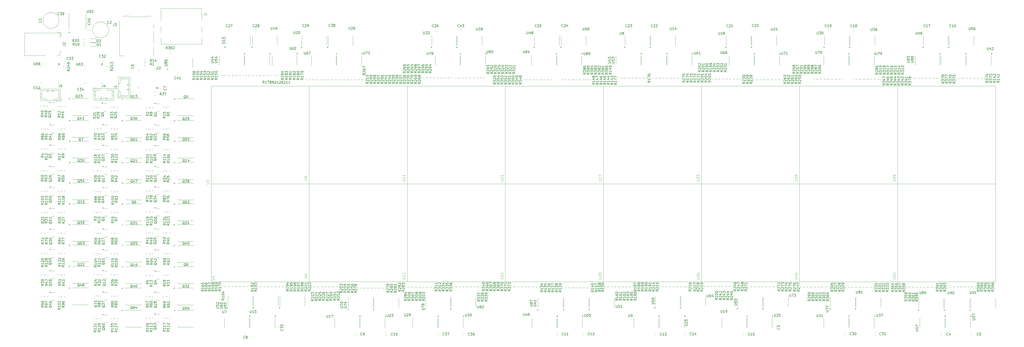
<source format=gbr>
%TF.GenerationSoftware,KiCad,Pcbnew,8.0.6*%
%TF.CreationDate,2025-05-14T01:22:40+09:00*%
%TF.ProjectId,denko_test,64656e6b-6f5f-4746-9573-742e6b696361,rev?*%
%TF.SameCoordinates,Original*%
%TF.FileFunction,Legend,Top*%
%TF.FilePolarity,Positive*%
%FSLAX46Y46*%
G04 Gerber Fmt 4.6, Leading zero omitted, Abs format (unit mm)*
G04 Created by KiCad (PCBNEW 8.0.6) date 2025-05-14 01:22:40*
%MOMM*%
%LPD*%
G01*
G04 APERTURE LIST*
%ADD10C,0.150000*%
%ADD11C,0.100000*%
%ADD12C,0.120000*%
G04 APERTURE END LIST*
D10*
X231704819Y-304792857D02*
X231228628Y-305126190D01*
X231704819Y-305364285D02*
X230704819Y-305364285D01*
X230704819Y-305364285D02*
X230704819Y-304983333D01*
X230704819Y-304983333D02*
X230752438Y-304888095D01*
X230752438Y-304888095D02*
X230800057Y-304840476D01*
X230800057Y-304840476D02*
X230895295Y-304792857D01*
X230895295Y-304792857D02*
X231038152Y-304792857D01*
X231038152Y-304792857D02*
X231133390Y-304840476D01*
X231133390Y-304840476D02*
X231181009Y-304888095D01*
X231181009Y-304888095D02*
X231228628Y-304983333D01*
X231228628Y-304983333D02*
X231228628Y-305364285D01*
X230704819Y-303888095D02*
X230704819Y-304364285D01*
X230704819Y-304364285D02*
X231181009Y-304411904D01*
X231181009Y-304411904D02*
X231133390Y-304364285D01*
X231133390Y-304364285D02*
X231085771Y-304269047D01*
X231085771Y-304269047D02*
X231085771Y-304030952D01*
X231085771Y-304030952D02*
X231133390Y-303935714D01*
X231133390Y-303935714D02*
X231181009Y-303888095D01*
X231181009Y-303888095D02*
X231276247Y-303840476D01*
X231276247Y-303840476D02*
X231514342Y-303840476D01*
X231514342Y-303840476D02*
X231609580Y-303888095D01*
X231609580Y-303888095D02*
X231657200Y-303935714D01*
X231657200Y-303935714D02*
X231704819Y-304030952D01*
X231704819Y-304030952D02*
X231704819Y-304269047D01*
X231704819Y-304269047D02*
X231657200Y-304364285D01*
X231657200Y-304364285D02*
X231609580Y-304411904D01*
X230704819Y-303507142D02*
X230704819Y-302888095D01*
X230704819Y-302888095D02*
X231085771Y-303221428D01*
X231085771Y-303221428D02*
X231085771Y-303078571D01*
X231085771Y-303078571D02*
X231133390Y-302983333D01*
X231133390Y-302983333D02*
X231181009Y-302935714D01*
X231181009Y-302935714D02*
X231276247Y-302888095D01*
X231276247Y-302888095D02*
X231514342Y-302888095D01*
X231514342Y-302888095D02*
X231609580Y-302935714D01*
X231609580Y-302935714D02*
X231657200Y-302983333D01*
X231657200Y-302983333D02*
X231704819Y-303078571D01*
X231704819Y-303078571D02*
X231704819Y-303364285D01*
X231704819Y-303364285D02*
X231657200Y-303459523D01*
X231657200Y-303459523D02*
X231609580Y-303507142D01*
X226304819Y-262442857D02*
X225828628Y-262776190D01*
X226304819Y-263014285D02*
X225304819Y-263014285D01*
X225304819Y-263014285D02*
X225304819Y-262633333D01*
X225304819Y-262633333D02*
X225352438Y-262538095D01*
X225352438Y-262538095D02*
X225400057Y-262490476D01*
X225400057Y-262490476D02*
X225495295Y-262442857D01*
X225495295Y-262442857D02*
X225638152Y-262442857D01*
X225638152Y-262442857D02*
X225733390Y-262490476D01*
X225733390Y-262490476D02*
X225781009Y-262538095D01*
X225781009Y-262538095D02*
X225828628Y-262633333D01*
X225828628Y-262633333D02*
X225828628Y-263014285D01*
X225304819Y-261585714D02*
X225304819Y-261776190D01*
X225304819Y-261776190D02*
X225352438Y-261871428D01*
X225352438Y-261871428D02*
X225400057Y-261919047D01*
X225400057Y-261919047D02*
X225542914Y-262014285D01*
X225542914Y-262014285D02*
X225733390Y-262061904D01*
X225733390Y-262061904D02*
X226114342Y-262061904D01*
X226114342Y-262061904D02*
X226209580Y-262014285D01*
X226209580Y-262014285D02*
X226257200Y-261966666D01*
X226257200Y-261966666D02*
X226304819Y-261871428D01*
X226304819Y-261871428D02*
X226304819Y-261680952D01*
X226304819Y-261680952D02*
X226257200Y-261585714D01*
X226257200Y-261585714D02*
X226209580Y-261538095D01*
X226209580Y-261538095D02*
X226114342Y-261490476D01*
X226114342Y-261490476D02*
X225876247Y-261490476D01*
X225876247Y-261490476D02*
X225781009Y-261538095D01*
X225781009Y-261538095D02*
X225733390Y-261585714D01*
X225733390Y-261585714D02*
X225685771Y-261680952D01*
X225685771Y-261680952D02*
X225685771Y-261871428D01*
X225685771Y-261871428D02*
X225733390Y-261966666D01*
X225733390Y-261966666D02*
X225781009Y-262014285D01*
X225781009Y-262014285D02*
X225876247Y-262061904D01*
X225400057Y-261109523D02*
X225352438Y-261061904D01*
X225352438Y-261061904D02*
X225304819Y-260966666D01*
X225304819Y-260966666D02*
X225304819Y-260728571D01*
X225304819Y-260728571D02*
X225352438Y-260633333D01*
X225352438Y-260633333D02*
X225400057Y-260585714D01*
X225400057Y-260585714D02*
X225495295Y-260538095D01*
X225495295Y-260538095D02*
X225590533Y-260538095D01*
X225590533Y-260538095D02*
X225733390Y-260585714D01*
X225733390Y-260585714D02*
X226304819Y-261157142D01*
X226304819Y-261157142D02*
X226304819Y-260538095D01*
X563704819Y-324269047D02*
X563228628Y-324602380D01*
X563704819Y-324840475D02*
X562704819Y-324840475D01*
X562704819Y-324840475D02*
X562704819Y-324459523D01*
X562704819Y-324459523D02*
X562752438Y-324364285D01*
X562752438Y-324364285D02*
X562800057Y-324316666D01*
X562800057Y-324316666D02*
X562895295Y-324269047D01*
X562895295Y-324269047D02*
X563038152Y-324269047D01*
X563038152Y-324269047D02*
X563133390Y-324316666D01*
X563133390Y-324316666D02*
X563181009Y-324364285D01*
X563181009Y-324364285D02*
X563228628Y-324459523D01*
X563228628Y-324459523D02*
X563228628Y-324840475D01*
X562704819Y-323935713D02*
X562704819Y-323316666D01*
X562704819Y-323316666D02*
X563085771Y-323649999D01*
X563085771Y-323649999D02*
X563085771Y-323507142D01*
X563085771Y-323507142D02*
X563133390Y-323411904D01*
X563133390Y-323411904D02*
X563181009Y-323364285D01*
X563181009Y-323364285D02*
X563276247Y-323316666D01*
X563276247Y-323316666D02*
X563514342Y-323316666D01*
X563514342Y-323316666D02*
X563609580Y-323364285D01*
X563609580Y-323364285D02*
X563657200Y-323411904D01*
X563657200Y-323411904D02*
X563704819Y-323507142D01*
X563704819Y-323507142D02*
X563704819Y-323792856D01*
X563704819Y-323792856D02*
X563657200Y-323888094D01*
X563657200Y-323888094D02*
X563609580Y-323935713D01*
X563704819Y-322840475D02*
X563704819Y-322649999D01*
X563704819Y-322649999D02*
X563657200Y-322554761D01*
X563657200Y-322554761D02*
X563609580Y-322507142D01*
X563609580Y-322507142D02*
X563466723Y-322411904D01*
X563466723Y-322411904D02*
X563276247Y-322364285D01*
X563276247Y-322364285D02*
X562895295Y-322364285D01*
X562895295Y-322364285D02*
X562800057Y-322411904D01*
X562800057Y-322411904D02*
X562752438Y-322459523D01*
X562752438Y-322459523D02*
X562704819Y-322554761D01*
X562704819Y-322554761D02*
X562704819Y-322745237D01*
X562704819Y-322745237D02*
X562752438Y-322840475D01*
X562752438Y-322840475D02*
X562800057Y-322888094D01*
X562800057Y-322888094D02*
X562895295Y-322935713D01*
X562895295Y-322935713D02*
X563133390Y-322935713D01*
X563133390Y-322935713D02*
X563228628Y-322888094D01*
X563228628Y-322888094D02*
X563276247Y-322840475D01*
X563276247Y-322840475D02*
X563323866Y-322745237D01*
X563323866Y-322745237D02*
X563323866Y-322554761D01*
X563323866Y-322554761D02*
X563276247Y-322459523D01*
X563276247Y-322459523D02*
X563228628Y-322411904D01*
X563228628Y-322411904D02*
X563133390Y-322364285D01*
X563038152Y-321507142D02*
X563704819Y-321507142D01*
X562657200Y-321745237D02*
X563371485Y-321983332D01*
X563371485Y-321983332D02*
X563371485Y-321364285D01*
X565104819Y-324269047D02*
X564628628Y-324602380D01*
X565104819Y-324840475D02*
X564104819Y-324840475D01*
X564104819Y-324840475D02*
X564104819Y-324459523D01*
X564104819Y-324459523D02*
X564152438Y-324364285D01*
X564152438Y-324364285D02*
X564200057Y-324316666D01*
X564200057Y-324316666D02*
X564295295Y-324269047D01*
X564295295Y-324269047D02*
X564438152Y-324269047D01*
X564438152Y-324269047D02*
X564533390Y-324316666D01*
X564533390Y-324316666D02*
X564581009Y-324364285D01*
X564581009Y-324364285D02*
X564628628Y-324459523D01*
X564628628Y-324459523D02*
X564628628Y-324840475D01*
X564104819Y-323935713D02*
X564104819Y-323316666D01*
X564104819Y-323316666D02*
X564485771Y-323649999D01*
X564485771Y-323649999D02*
X564485771Y-323507142D01*
X564485771Y-323507142D02*
X564533390Y-323411904D01*
X564533390Y-323411904D02*
X564581009Y-323364285D01*
X564581009Y-323364285D02*
X564676247Y-323316666D01*
X564676247Y-323316666D02*
X564914342Y-323316666D01*
X564914342Y-323316666D02*
X565009580Y-323364285D01*
X565009580Y-323364285D02*
X565057200Y-323411904D01*
X565057200Y-323411904D02*
X565104819Y-323507142D01*
X565104819Y-323507142D02*
X565104819Y-323792856D01*
X565104819Y-323792856D02*
X565057200Y-323888094D01*
X565057200Y-323888094D02*
X565009580Y-323935713D01*
X565104819Y-322840475D02*
X565104819Y-322649999D01*
X565104819Y-322649999D02*
X565057200Y-322554761D01*
X565057200Y-322554761D02*
X565009580Y-322507142D01*
X565009580Y-322507142D02*
X564866723Y-322411904D01*
X564866723Y-322411904D02*
X564676247Y-322364285D01*
X564676247Y-322364285D02*
X564295295Y-322364285D01*
X564295295Y-322364285D02*
X564200057Y-322411904D01*
X564200057Y-322411904D02*
X564152438Y-322459523D01*
X564152438Y-322459523D02*
X564104819Y-322554761D01*
X564104819Y-322554761D02*
X564104819Y-322745237D01*
X564104819Y-322745237D02*
X564152438Y-322840475D01*
X564152438Y-322840475D02*
X564200057Y-322888094D01*
X564200057Y-322888094D02*
X564295295Y-322935713D01*
X564295295Y-322935713D02*
X564533390Y-322935713D01*
X564533390Y-322935713D02*
X564628628Y-322888094D01*
X564628628Y-322888094D02*
X564676247Y-322840475D01*
X564676247Y-322840475D02*
X564723866Y-322745237D01*
X564723866Y-322745237D02*
X564723866Y-322554761D01*
X564723866Y-322554761D02*
X564676247Y-322459523D01*
X564676247Y-322459523D02*
X564628628Y-322411904D01*
X564628628Y-322411904D02*
X564533390Y-322364285D01*
X564104819Y-321459523D02*
X564104819Y-321935713D01*
X564104819Y-321935713D02*
X564581009Y-321983332D01*
X564581009Y-321983332D02*
X564533390Y-321935713D01*
X564533390Y-321935713D02*
X564485771Y-321840475D01*
X564485771Y-321840475D02*
X564485771Y-321602380D01*
X564485771Y-321602380D02*
X564533390Y-321507142D01*
X564533390Y-321507142D02*
X564581009Y-321459523D01*
X564581009Y-321459523D02*
X564676247Y-321411904D01*
X564676247Y-321411904D02*
X564914342Y-321411904D01*
X564914342Y-321411904D02*
X565009580Y-321459523D01*
X565009580Y-321459523D02*
X565057200Y-321507142D01*
X565057200Y-321507142D02*
X565104819Y-321602380D01*
X565104819Y-321602380D02*
X565104819Y-321840475D01*
X565104819Y-321840475D02*
X565057200Y-321935713D01*
X565057200Y-321935713D02*
X565009580Y-321983332D01*
X372454819Y-239669047D02*
X371978628Y-240002380D01*
X372454819Y-240240475D02*
X371454819Y-240240475D01*
X371454819Y-240240475D02*
X371454819Y-239859523D01*
X371454819Y-239859523D02*
X371502438Y-239764285D01*
X371502438Y-239764285D02*
X371550057Y-239716666D01*
X371550057Y-239716666D02*
X371645295Y-239669047D01*
X371645295Y-239669047D02*
X371788152Y-239669047D01*
X371788152Y-239669047D02*
X371883390Y-239716666D01*
X371883390Y-239716666D02*
X371931009Y-239764285D01*
X371931009Y-239764285D02*
X371978628Y-239859523D01*
X371978628Y-239859523D02*
X371978628Y-240240475D01*
X371454819Y-239335713D02*
X371454819Y-238716666D01*
X371454819Y-238716666D02*
X371835771Y-239049999D01*
X371835771Y-239049999D02*
X371835771Y-238907142D01*
X371835771Y-238907142D02*
X371883390Y-238811904D01*
X371883390Y-238811904D02*
X371931009Y-238764285D01*
X371931009Y-238764285D02*
X372026247Y-238716666D01*
X372026247Y-238716666D02*
X372264342Y-238716666D01*
X372264342Y-238716666D02*
X372359580Y-238764285D01*
X372359580Y-238764285D02*
X372407200Y-238811904D01*
X372407200Y-238811904D02*
X372454819Y-238907142D01*
X372454819Y-238907142D02*
X372454819Y-239192856D01*
X372454819Y-239192856D02*
X372407200Y-239288094D01*
X372407200Y-239288094D02*
X372359580Y-239335713D01*
X371454819Y-237811904D02*
X371454819Y-238288094D01*
X371454819Y-238288094D02*
X371931009Y-238335713D01*
X371931009Y-238335713D02*
X371883390Y-238288094D01*
X371883390Y-238288094D02*
X371835771Y-238192856D01*
X371835771Y-238192856D02*
X371835771Y-237954761D01*
X371835771Y-237954761D02*
X371883390Y-237859523D01*
X371883390Y-237859523D02*
X371931009Y-237811904D01*
X371931009Y-237811904D02*
X372026247Y-237764285D01*
X372026247Y-237764285D02*
X372264342Y-237764285D01*
X372264342Y-237764285D02*
X372359580Y-237811904D01*
X372359580Y-237811904D02*
X372407200Y-237859523D01*
X372407200Y-237859523D02*
X372454819Y-237954761D01*
X372454819Y-237954761D02*
X372454819Y-238192856D01*
X372454819Y-238192856D02*
X372407200Y-238288094D01*
X372407200Y-238288094D02*
X372359580Y-238335713D01*
X372454819Y-236811904D02*
X372454819Y-237383332D01*
X372454819Y-237097618D02*
X371454819Y-237097618D01*
X371454819Y-237097618D02*
X371597676Y-237192856D01*
X371597676Y-237192856D02*
X371692914Y-237288094D01*
X371692914Y-237288094D02*
X371740533Y-237383332D01*
X212054819Y-340919047D02*
X211578628Y-341252380D01*
X212054819Y-341490475D02*
X211054819Y-341490475D01*
X211054819Y-341490475D02*
X211054819Y-341109523D01*
X211054819Y-341109523D02*
X211102438Y-341014285D01*
X211102438Y-341014285D02*
X211150057Y-340966666D01*
X211150057Y-340966666D02*
X211245295Y-340919047D01*
X211245295Y-340919047D02*
X211388152Y-340919047D01*
X211388152Y-340919047D02*
X211483390Y-340966666D01*
X211483390Y-340966666D02*
X211531009Y-341014285D01*
X211531009Y-341014285D02*
X211578628Y-341109523D01*
X211578628Y-341109523D02*
X211578628Y-341490475D01*
X212054819Y-339966666D02*
X212054819Y-340538094D01*
X212054819Y-340252380D02*
X211054819Y-340252380D01*
X211054819Y-340252380D02*
X211197676Y-340347618D01*
X211197676Y-340347618D02*
X211292914Y-340442856D01*
X211292914Y-340442856D02*
X211340533Y-340538094D01*
X211150057Y-339585713D02*
X211102438Y-339538094D01*
X211102438Y-339538094D02*
X211054819Y-339442856D01*
X211054819Y-339442856D02*
X211054819Y-339204761D01*
X211054819Y-339204761D02*
X211102438Y-339109523D01*
X211102438Y-339109523D02*
X211150057Y-339061904D01*
X211150057Y-339061904D02*
X211245295Y-339014285D01*
X211245295Y-339014285D02*
X211340533Y-339014285D01*
X211340533Y-339014285D02*
X211483390Y-339061904D01*
X211483390Y-339061904D02*
X212054819Y-339633332D01*
X212054819Y-339633332D02*
X212054819Y-339014285D01*
X211054819Y-338680951D02*
X211054819Y-338014285D01*
X211054819Y-338014285D02*
X212054819Y-338442856D01*
X449404819Y-324269047D02*
X448928628Y-324602380D01*
X449404819Y-324840475D02*
X448404819Y-324840475D01*
X448404819Y-324840475D02*
X448404819Y-324459523D01*
X448404819Y-324459523D02*
X448452438Y-324364285D01*
X448452438Y-324364285D02*
X448500057Y-324316666D01*
X448500057Y-324316666D02*
X448595295Y-324269047D01*
X448595295Y-324269047D02*
X448738152Y-324269047D01*
X448738152Y-324269047D02*
X448833390Y-324316666D01*
X448833390Y-324316666D02*
X448881009Y-324364285D01*
X448881009Y-324364285D02*
X448928628Y-324459523D01*
X448928628Y-324459523D02*
X448928628Y-324840475D01*
X448500057Y-323888094D02*
X448452438Y-323840475D01*
X448452438Y-323840475D02*
X448404819Y-323745237D01*
X448404819Y-323745237D02*
X448404819Y-323507142D01*
X448404819Y-323507142D02*
X448452438Y-323411904D01*
X448452438Y-323411904D02*
X448500057Y-323364285D01*
X448500057Y-323364285D02*
X448595295Y-323316666D01*
X448595295Y-323316666D02*
X448690533Y-323316666D01*
X448690533Y-323316666D02*
X448833390Y-323364285D01*
X448833390Y-323364285D02*
X449404819Y-323935713D01*
X449404819Y-323935713D02*
X449404819Y-323316666D01*
X449404819Y-322364285D02*
X449404819Y-322935713D01*
X449404819Y-322649999D02*
X448404819Y-322649999D01*
X448404819Y-322649999D02*
X448547676Y-322745237D01*
X448547676Y-322745237D02*
X448642914Y-322840475D01*
X448642914Y-322840475D02*
X448690533Y-322935713D01*
X448833390Y-321792856D02*
X448785771Y-321888094D01*
X448785771Y-321888094D02*
X448738152Y-321935713D01*
X448738152Y-321935713D02*
X448642914Y-321983332D01*
X448642914Y-321983332D02*
X448595295Y-321983332D01*
X448595295Y-321983332D02*
X448500057Y-321935713D01*
X448500057Y-321935713D02*
X448452438Y-321888094D01*
X448452438Y-321888094D02*
X448404819Y-321792856D01*
X448404819Y-321792856D02*
X448404819Y-321602380D01*
X448404819Y-321602380D02*
X448452438Y-321507142D01*
X448452438Y-321507142D02*
X448500057Y-321459523D01*
X448500057Y-321459523D02*
X448595295Y-321411904D01*
X448595295Y-321411904D02*
X448642914Y-321411904D01*
X448642914Y-321411904D02*
X448738152Y-321459523D01*
X448738152Y-321459523D02*
X448785771Y-321507142D01*
X448785771Y-321507142D02*
X448833390Y-321602380D01*
X448833390Y-321602380D02*
X448833390Y-321792856D01*
X448833390Y-321792856D02*
X448881009Y-321888094D01*
X448881009Y-321888094D02*
X448928628Y-321935713D01*
X448928628Y-321935713D02*
X449023866Y-321983332D01*
X449023866Y-321983332D02*
X449214342Y-321983332D01*
X449214342Y-321983332D02*
X449309580Y-321935713D01*
X449309580Y-321935713D02*
X449357200Y-321888094D01*
X449357200Y-321888094D02*
X449404819Y-321792856D01*
X449404819Y-321792856D02*
X449404819Y-321602380D01*
X449404819Y-321602380D02*
X449357200Y-321507142D01*
X449357200Y-321507142D02*
X449309580Y-321459523D01*
X449309580Y-321459523D02*
X449214342Y-321411904D01*
X449214342Y-321411904D02*
X449023866Y-321411904D01*
X449023866Y-321411904D02*
X448928628Y-321459523D01*
X448928628Y-321459523D02*
X448881009Y-321507142D01*
X448881009Y-321507142D02*
X448833390Y-321602380D01*
X486354819Y-239431547D02*
X485878628Y-239764880D01*
X486354819Y-240002975D02*
X485354819Y-240002975D01*
X485354819Y-240002975D02*
X485354819Y-239622023D01*
X485354819Y-239622023D02*
X485402438Y-239526785D01*
X485402438Y-239526785D02*
X485450057Y-239479166D01*
X485450057Y-239479166D02*
X485545295Y-239431547D01*
X485545295Y-239431547D02*
X485688152Y-239431547D01*
X485688152Y-239431547D02*
X485783390Y-239479166D01*
X485783390Y-239479166D02*
X485831009Y-239526785D01*
X485831009Y-239526785D02*
X485878628Y-239622023D01*
X485878628Y-239622023D02*
X485878628Y-240002975D01*
X485450057Y-239050594D02*
X485402438Y-239002975D01*
X485402438Y-239002975D02*
X485354819Y-238907737D01*
X485354819Y-238907737D02*
X485354819Y-238669642D01*
X485354819Y-238669642D02*
X485402438Y-238574404D01*
X485402438Y-238574404D02*
X485450057Y-238526785D01*
X485450057Y-238526785D02*
X485545295Y-238479166D01*
X485545295Y-238479166D02*
X485640533Y-238479166D01*
X485640533Y-238479166D02*
X485783390Y-238526785D01*
X485783390Y-238526785D02*
X486354819Y-239098213D01*
X486354819Y-239098213D02*
X486354819Y-238479166D01*
X485354819Y-237622023D02*
X485354819Y-237812499D01*
X485354819Y-237812499D02*
X485402438Y-237907737D01*
X485402438Y-237907737D02*
X485450057Y-237955356D01*
X485450057Y-237955356D02*
X485592914Y-238050594D01*
X485592914Y-238050594D02*
X485783390Y-238098213D01*
X485783390Y-238098213D02*
X486164342Y-238098213D01*
X486164342Y-238098213D02*
X486259580Y-238050594D01*
X486259580Y-238050594D02*
X486307200Y-238002975D01*
X486307200Y-238002975D02*
X486354819Y-237907737D01*
X486354819Y-237907737D02*
X486354819Y-237717261D01*
X486354819Y-237717261D02*
X486307200Y-237622023D01*
X486307200Y-237622023D02*
X486259580Y-237574404D01*
X486259580Y-237574404D02*
X486164342Y-237526785D01*
X486164342Y-237526785D02*
X485926247Y-237526785D01*
X485926247Y-237526785D02*
X485831009Y-237574404D01*
X485831009Y-237574404D02*
X485783390Y-237622023D01*
X485783390Y-237622023D02*
X485735771Y-237717261D01*
X485735771Y-237717261D02*
X485735771Y-237907737D01*
X485735771Y-237907737D02*
X485783390Y-238002975D01*
X485783390Y-238002975D02*
X485831009Y-238050594D01*
X485831009Y-238050594D02*
X485926247Y-238098213D01*
X485450057Y-237145832D02*
X485402438Y-237098213D01*
X485402438Y-237098213D02*
X485354819Y-237002975D01*
X485354819Y-237002975D02*
X485354819Y-236764880D01*
X485354819Y-236764880D02*
X485402438Y-236669642D01*
X485402438Y-236669642D02*
X485450057Y-236622023D01*
X485450057Y-236622023D02*
X485545295Y-236574404D01*
X485545295Y-236574404D02*
X485640533Y-236574404D01*
X485640533Y-236574404D02*
X485783390Y-236622023D01*
X485783390Y-236622023D02*
X486354819Y-237193451D01*
X486354819Y-237193451D02*
X486354819Y-236574404D01*
X188904819Y-279292857D02*
X188428628Y-279626190D01*
X188904819Y-279864285D02*
X187904819Y-279864285D01*
X187904819Y-279864285D02*
X187904819Y-279483333D01*
X187904819Y-279483333D02*
X187952438Y-279388095D01*
X187952438Y-279388095D02*
X188000057Y-279340476D01*
X188000057Y-279340476D02*
X188095295Y-279292857D01*
X188095295Y-279292857D02*
X188238152Y-279292857D01*
X188238152Y-279292857D02*
X188333390Y-279340476D01*
X188333390Y-279340476D02*
X188381009Y-279388095D01*
X188381009Y-279388095D02*
X188428628Y-279483333D01*
X188428628Y-279483333D02*
X188428628Y-279864285D01*
X187904819Y-278435714D02*
X187904819Y-278626190D01*
X187904819Y-278626190D02*
X187952438Y-278721428D01*
X187952438Y-278721428D02*
X188000057Y-278769047D01*
X188000057Y-278769047D02*
X188142914Y-278864285D01*
X188142914Y-278864285D02*
X188333390Y-278911904D01*
X188333390Y-278911904D02*
X188714342Y-278911904D01*
X188714342Y-278911904D02*
X188809580Y-278864285D01*
X188809580Y-278864285D02*
X188857200Y-278816666D01*
X188857200Y-278816666D02*
X188904819Y-278721428D01*
X188904819Y-278721428D02*
X188904819Y-278530952D01*
X188904819Y-278530952D02*
X188857200Y-278435714D01*
X188857200Y-278435714D02*
X188809580Y-278388095D01*
X188809580Y-278388095D02*
X188714342Y-278340476D01*
X188714342Y-278340476D02*
X188476247Y-278340476D01*
X188476247Y-278340476D02*
X188381009Y-278388095D01*
X188381009Y-278388095D02*
X188333390Y-278435714D01*
X188333390Y-278435714D02*
X188285771Y-278530952D01*
X188285771Y-278530952D02*
X188285771Y-278721428D01*
X188285771Y-278721428D02*
X188333390Y-278816666D01*
X188333390Y-278816666D02*
X188381009Y-278864285D01*
X188381009Y-278864285D02*
X188476247Y-278911904D01*
X187904819Y-278007142D02*
X187904819Y-277340476D01*
X187904819Y-277340476D02*
X188904819Y-277769047D01*
X345457142Y-342709580D02*
X345409523Y-342757200D01*
X345409523Y-342757200D02*
X345266666Y-342804819D01*
X345266666Y-342804819D02*
X345171428Y-342804819D01*
X345171428Y-342804819D02*
X345028571Y-342757200D01*
X345028571Y-342757200D02*
X344933333Y-342661961D01*
X344933333Y-342661961D02*
X344885714Y-342566723D01*
X344885714Y-342566723D02*
X344838095Y-342376247D01*
X344838095Y-342376247D02*
X344838095Y-342233390D01*
X344838095Y-342233390D02*
X344885714Y-342042914D01*
X344885714Y-342042914D02*
X344933333Y-341947676D01*
X344933333Y-341947676D02*
X345028571Y-341852438D01*
X345028571Y-341852438D02*
X345171428Y-341804819D01*
X345171428Y-341804819D02*
X345266666Y-341804819D01*
X345266666Y-341804819D02*
X345409523Y-341852438D01*
X345409523Y-341852438D02*
X345457142Y-341900057D01*
X345790476Y-341804819D02*
X346409523Y-341804819D01*
X346409523Y-341804819D02*
X346076190Y-342185771D01*
X346076190Y-342185771D02*
X346219047Y-342185771D01*
X346219047Y-342185771D02*
X346314285Y-342233390D01*
X346314285Y-342233390D02*
X346361904Y-342281009D01*
X346361904Y-342281009D02*
X346409523Y-342376247D01*
X346409523Y-342376247D02*
X346409523Y-342614342D01*
X346409523Y-342614342D02*
X346361904Y-342709580D01*
X346361904Y-342709580D02*
X346314285Y-342757200D01*
X346314285Y-342757200D02*
X346219047Y-342804819D01*
X346219047Y-342804819D02*
X345933333Y-342804819D01*
X345933333Y-342804819D02*
X345838095Y-342757200D01*
X345838095Y-342757200D02*
X345790476Y-342709580D01*
X346742857Y-341804819D02*
X347409523Y-341804819D01*
X347409523Y-341804819D02*
X346980952Y-342804819D01*
X218228571Y-263400057D02*
X218133333Y-263352438D01*
X218133333Y-263352438D02*
X218038095Y-263257200D01*
X218038095Y-263257200D02*
X217895238Y-263114342D01*
X217895238Y-263114342D02*
X217800000Y-263066723D01*
X217800000Y-263066723D02*
X217704762Y-263066723D01*
X217752381Y-263304819D02*
X217657143Y-263257200D01*
X217657143Y-263257200D02*
X217561905Y-263161961D01*
X217561905Y-263161961D02*
X217514286Y-262971485D01*
X217514286Y-262971485D02*
X217514286Y-262638152D01*
X217514286Y-262638152D02*
X217561905Y-262447676D01*
X217561905Y-262447676D02*
X217657143Y-262352438D01*
X217657143Y-262352438D02*
X217752381Y-262304819D01*
X217752381Y-262304819D02*
X217942857Y-262304819D01*
X217942857Y-262304819D02*
X218038095Y-262352438D01*
X218038095Y-262352438D02*
X218133333Y-262447676D01*
X218133333Y-262447676D02*
X218180952Y-262638152D01*
X218180952Y-262638152D02*
X218180952Y-262971485D01*
X218180952Y-262971485D02*
X218133333Y-263161961D01*
X218133333Y-263161961D02*
X218038095Y-263257200D01*
X218038095Y-263257200D02*
X217942857Y-263304819D01*
X217942857Y-263304819D02*
X217752381Y-263304819D01*
X219038095Y-262304819D02*
X218847619Y-262304819D01*
X218847619Y-262304819D02*
X218752381Y-262352438D01*
X218752381Y-262352438D02*
X218704762Y-262400057D01*
X218704762Y-262400057D02*
X218609524Y-262542914D01*
X218609524Y-262542914D02*
X218561905Y-262733390D01*
X218561905Y-262733390D02*
X218561905Y-263114342D01*
X218561905Y-263114342D02*
X218609524Y-263209580D01*
X218609524Y-263209580D02*
X218657143Y-263257200D01*
X218657143Y-263257200D02*
X218752381Y-263304819D01*
X218752381Y-263304819D02*
X218942857Y-263304819D01*
X218942857Y-263304819D02*
X219038095Y-263257200D01*
X219038095Y-263257200D02*
X219085714Y-263209580D01*
X219085714Y-263209580D02*
X219133333Y-263114342D01*
X219133333Y-263114342D02*
X219133333Y-262876247D01*
X219133333Y-262876247D02*
X219085714Y-262781009D01*
X219085714Y-262781009D02*
X219038095Y-262733390D01*
X219038095Y-262733390D02*
X218942857Y-262685771D01*
X218942857Y-262685771D02*
X218752381Y-262685771D01*
X218752381Y-262685771D02*
X218657143Y-262733390D01*
X218657143Y-262733390D02*
X218609524Y-262781009D01*
X218609524Y-262781009D02*
X218561905Y-262876247D01*
X220085714Y-263304819D02*
X219514286Y-263304819D01*
X219800000Y-263304819D02*
X219800000Y-262304819D01*
X219800000Y-262304819D02*
X219704762Y-262447676D01*
X219704762Y-262447676D02*
X219609524Y-262542914D01*
X219609524Y-262542914D02*
X219514286Y-262590533D01*
X303854819Y-324756547D02*
X303378628Y-325089880D01*
X303854819Y-325327975D02*
X302854819Y-325327975D01*
X302854819Y-325327975D02*
X302854819Y-324947023D01*
X302854819Y-324947023D02*
X302902438Y-324851785D01*
X302902438Y-324851785D02*
X302950057Y-324804166D01*
X302950057Y-324804166D02*
X303045295Y-324756547D01*
X303045295Y-324756547D02*
X303188152Y-324756547D01*
X303188152Y-324756547D02*
X303283390Y-324804166D01*
X303283390Y-324804166D02*
X303331009Y-324851785D01*
X303331009Y-324851785D02*
X303378628Y-324947023D01*
X303378628Y-324947023D02*
X303378628Y-325327975D01*
X302950057Y-324375594D02*
X302902438Y-324327975D01*
X302902438Y-324327975D02*
X302854819Y-324232737D01*
X302854819Y-324232737D02*
X302854819Y-323994642D01*
X302854819Y-323994642D02*
X302902438Y-323899404D01*
X302902438Y-323899404D02*
X302950057Y-323851785D01*
X302950057Y-323851785D02*
X303045295Y-323804166D01*
X303045295Y-323804166D02*
X303140533Y-323804166D01*
X303140533Y-323804166D02*
X303283390Y-323851785D01*
X303283390Y-323851785D02*
X303854819Y-324423213D01*
X303854819Y-324423213D02*
X303854819Y-323804166D01*
X302854819Y-322899404D02*
X302854819Y-323375594D01*
X302854819Y-323375594D02*
X303331009Y-323423213D01*
X303331009Y-323423213D02*
X303283390Y-323375594D01*
X303283390Y-323375594D02*
X303235771Y-323280356D01*
X303235771Y-323280356D02*
X303235771Y-323042261D01*
X303235771Y-323042261D02*
X303283390Y-322947023D01*
X303283390Y-322947023D02*
X303331009Y-322899404D01*
X303331009Y-322899404D02*
X303426247Y-322851785D01*
X303426247Y-322851785D02*
X303664342Y-322851785D01*
X303664342Y-322851785D02*
X303759580Y-322899404D01*
X303759580Y-322899404D02*
X303807200Y-322947023D01*
X303807200Y-322947023D02*
X303854819Y-323042261D01*
X303854819Y-323042261D02*
X303854819Y-323280356D01*
X303854819Y-323280356D02*
X303807200Y-323375594D01*
X303807200Y-323375594D02*
X303759580Y-323423213D01*
X302854819Y-322518451D02*
X302854819Y-321899404D01*
X302854819Y-321899404D02*
X303235771Y-322232737D01*
X303235771Y-322232737D02*
X303235771Y-322089880D01*
X303235771Y-322089880D02*
X303283390Y-321994642D01*
X303283390Y-321994642D02*
X303331009Y-321947023D01*
X303331009Y-321947023D02*
X303426247Y-321899404D01*
X303426247Y-321899404D02*
X303664342Y-321899404D01*
X303664342Y-321899404D02*
X303759580Y-321947023D01*
X303759580Y-321947023D02*
X303807200Y-321994642D01*
X303807200Y-321994642D02*
X303854819Y-322089880D01*
X303854819Y-322089880D02*
X303854819Y-322375594D01*
X303854819Y-322375594D02*
X303807200Y-322470832D01*
X303807200Y-322470832D02*
X303759580Y-322518451D01*
X185300057Y-321921428D02*
X185252438Y-322016666D01*
X185252438Y-322016666D02*
X185157200Y-322111904D01*
X185157200Y-322111904D02*
X185014342Y-322254761D01*
X185014342Y-322254761D02*
X184966723Y-322349999D01*
X184966723Y-322349999D02*
X184966723Y-322445237D01*
X185204819Y-322397618D02*
X185157200Y-322492856D01*
X185157200Y-322492856D02*
X185061961Y-322588094D01*
X185061961Y-322588094D02*
X184871485Y-322635713D01*
X184871485Y-322635713D02*
X184538152Y-322635713D01*
X184538152Y-322635713D02*
X184347676Y-322588094D01*
X184347676Y-322588094D02*
X184252438Y-322492856D01*
X184252438Y-322492856D02*
X184204819Y-322397618D01*
X184204819Y-322397618D02*
X184204819Y-322207142D01*
X184204819Y-322207142D02*
X184252438Y-322111904D01*
X184252438Y-322111904D02*
X184347676Y-322016666D01*
X184347676Y-322016666D02*
X184538152Y-321969047D01*
X184538152Y-321969047D02*
X184871485Y-321969047D01*
X184871485Y-321969047D02*
X185061961Y-322016666D01*
X185061961Y-322016666D02*
X185157200Y-322111904D01*
X185157200Y-322111904D02*
X185204819Y-322207142D01*
X185204819Y-322207142D02*
X185204819Y-322397618D01*
X185204819Y-321016666D02*
X185204819Y-321588094D01*
X185204819Y-321302380D02*
X184204819Y-321302380D01*
X184204819Y-321302380D02*
X184347676Y-321397618D01*
X184347676Y-321397618D02*
X184442914Y-321492856D01*
X184442914Y-321492856D02*
X184490533Y-321588094D01*
X184633390Y-320445237D02*
X184585771Y-320540475D01*
X184585771Y-320540475D02*
X184538152Y-320588094D01*
X184538152Y-320588094D02*
X184442914Y-320635713D01*
X184442914Y-320635713D02*
X184395295Y-320635713D01*
X184395295Y-320635713D02*
X184300057Y-320588094D01*
X184300057Y-320588094D02*
X184252438Y-320540475D01*
X184252438Y-320540475D02*
X184204819Y-320445237D01*
X184204819Y-320445237D02*
X184204819Y-320254761D01*
X184204819Y-320254761D02*
X184252438Y-320159523D01*
X184252438Y-320159523D02*
X184300057Y-320111904D01*
X184300057Y-320111904D02*
X184395295Y-320064285D01*
X184395295Y-320064285D02*
X184442914Y-320064285D01*
X184442914Y-320064285D02*
X184538152Y-320111904D01*
X184538152Y-320111904D02*
X184585771Y-320159523D01*
X184585771Y-320159523D02*
X184633390Y-320254761D01*
X184633390Y-320254761D02*
X184633390Y-320445237D01*
X184633390Y-320445237D02*
X184681009Y-320540475D01*
X184681009Y-320540475D02*
X184728628Y-320588094D01*
X184728628Y-320588094D02*
X184823866Y-320635713D01*
X184823866Y-320635713D02*
X185014342Y-320635713D01*
X185014342Y-320635713D02*
X185109580Y-320588094D01*
X185109580Y-320588094D02*
X185157200Y-320540475D01*
X185157200Y-320540475D02*
X185204819Y-320445237D01*
X185204819Y-320445237D02*
X185204819Y-320254761D01*
X185204819Y-320254761D02*
X185157200Y-320159523D01*
X185157200Y-320159523D02*
X185109580Y-320111904D01*
X185109580Y-320111904D02*
X185014342Y-320064285D01*
X185014342Y-320064285D02*
X184823866Y-320064285D01*
X184823866Y-320064285D02*
X184728628Y-320111904D01*
X184728628Y-320111904D02*
X184681009Y-320159523D01*
X184681009Y-320159523D02*
X184633390Y-320254761D01*
X284011905Y-218704819D02*
X284011905Y-219514342D01*
X284011905Y-219514342D02*
X284059524Y-219609580D01*
X284059524Y-219609580D02*
X284107143Y-219657200D01*
X284107143Y-219657200D02*
X284202381Y-219704819D01*
X284202381Y-219704819D02*
X284392857Y-219704819D01*
X284392857Y-219704819D02*
X284488095Y-219657200D01*
X284488095Y-219657200D02*
X284535714Y-219609580D01*
X284535714Y-219609580D02*
X284583333Y-219514342D01*
X284583333Y-219514342D02*
X284583333Y-218704819D01*
X285011905Y-218800057D02*
X285059524Y-218752438D01*
X285059524Y-218752438D02*
X285154762Y-218704819D01*
X285154762Y-218704819D02*
X285392857Y-218704819D01*
X285392857Y-218704819D02*
X285488095Y-218752438D01*
X285488095Y-218752438D02*
X285535714Y-218800057D01*
X285535714Y-218800057D02*
X285583333Y-218895295D01*
X285583333Y-218895295D02*
X285583333Y-218990533D01*
X285583333Y-218990533D02*
X285535714Y-219133390D01*
X285535714Y-219133390D02*
X284964286Y-219704819D01*
X284964286Y-219704819D02*
X285583333Y-219704819D01*
X286202381Y-218704819D02*
X286297619Y-218704819D01*
X286297619Y-218704819D02*
X286392857Y-218752438D01*
X286392857Y-218752438D02*
X286440476Y-218800057D01*
X286440476Y-218800057D02*
X286488095Y-218895295D01*
X286488095Y-218895295D02*
X286535714Y-219085771D01*
X286535714Y-219085771D02*
X286535714Y-219323866D01*
X286535714Y-219323866D02*
X286488095Y-219514342D01*
X286488095Y-219514342D02*
X286440476Y-219609580D01*
X286440476Y-219609580D02*
X286392857Y-219657200D01*
X286392857Y-219657200D02*
X286297619Y-219704819D01*
X286297619Y-219704819D02*
X286202381Y-219704819D01*
X286202381Y-219704819D02*
X286107143Y-219657200D01*
X286107143Y-219657200D02*
X286059524Y-219609580D01*
X286059524Y-219609580D02*
X286011905Y-219514342D01*
X286011905Y-219514342D02*
X285964286Y-219323866D01*
X285964286Y-219323866D02*
X285964286Y-219085771D01*
X285964286Y-219085771D02*
X286011905Y-218895295D01*
X286011905Y-218895295D02*
X286059524Y-218800057D01*
X286059524Y-218800057D02*
X286107143Y-218752438D01*
X286107143Y-218752438D02*
X286202381Y-218704819D01*
X567288153Y-239019047D02*
X566811962Y-239352380D01*
X567288153Y-239590475D02*
X566288153Y-239590475D01*
X566288153Y-239590475D02*
X566288153Y-239209523D01*
X566288153Y-239209523D02*
X566335772Y-239114285D01*
X566335772Y-239114285D02*
X566383391Y-239066666D01*
X566383391Y-239066666D02*
X566478629Y-239019047D01*
X566478629Y-239019047D02*
X566621486Y-239019047D01*
X566621486Y-239019047D02*
X566716724Y-239066666D01*
X566716724Y-239066666D02*
X566764343Y-239114285D01*
X566764343Y-239114285D02*
X566811962Y-239209523D01*
X566811962Y-239209523D02*
X566811962Y-239590475D01*
X566288153Y-238685713D02*
X566288153Y-238066666D01*
X566288153Y-238066666D02*
X566669105Y-238399999D01*
X566669105Y-238399999D02*
X566669105Y-238257142D01*
X566669105Y-238257142D02*
X566716724Y-238161904D01*
X566716724Y-238161904D02*
X566764343Y-238114285D01*
X566764343Y-238114285D02*
X566859581Y-238066666D01*
X566859581Y-238066666D02*
X567097676Y-238066666D01*
X567097676Y-238066666D02*
X567192914Y-238114285D01*
X567192914Y-238114285D02*
X567240534Y-238161904D01*
X567240534Y-238161904D02*
X567288153Y-238257142D01*
X567288153Y-238257142D02*
X567288153Y-238542856D01*
X567288153Y-238542856D02*
X567240534Y-238638094D01*
X567240534Y-238638094D02*
X567192914Y-238685713D01*
X566288153Y-237733332D02*
X566288153Y-237066666D01*
X566288153Y-237066666D02*
X567288153Y-237495237D01*
X566621486Y-236257142D02*
X567288153Y-236257142D01*
X566240534Y-236495237D02*
X566954819Y-236733332D01*
X566954819Y-236733332D02*
X566954819Y-236114285D01*
X203811905Y-223054819D02*
X203811905Y-222054819D01*
X203811905Y-222054819D02*
X204050000Y-222054819D01*
X204050000Y-222054819D02*
X204192857Y-222102438D01*
X204192857Y-222102438D02*
X204288095Y-222197676D01*
X204288095Y-222197676D02*
X204335714Y-222292914D01*
X204335714Y-222292914D02*
X204383333Y-222483390D01*
X204383333Y-222483390D02*
X204383333Y-222626247D01*
X204383333Y-222626247D02*
X204335714Y-222816723D01*
X204335714Y-222816723D02*
X204288095Y-222911961D01*
X204288095Y-222911961D02*
X204192857Y-223007200D01*
X204192857Y-223007200D02*
X204050000Y-223054819D01*
X204050000Y-223054819D02*
X203811905Y-223054819D01*
X204764286Y-222150057D02*
X204811905Y-222102438D01*
X204811905Y-222102438D02*
X204907143Y-222054819D01*
X204907143Y-222054819D02*
X205145238Y-222054819D01*
X205145238Y-222054819D02*
X205240476Y-222102438D01*
X205240476Y-222102438D02*
X205288095Y-222150057D01*
X205288095Y-222150057D02*
X205335714Y-222245295D01*
X205335714Y-222245295D02*
X205335714Y-222340533D01*
X205335714Y-222340533D02*
X205288095Y-222483390D01*
X205288095Y-222483390D02*
X204716667Y-223054819D01*
X204716667Y-223054819D02*
X205335714Y-223054819D01*
X282361905Y-225154819D02*
X282361905Y-225964342D01*
X282361905Y-225964342D02*
X282409524Y-226059580D01*
X282409524Y-226059580D02*
X282457143Y-226107200D01*
X282457143Y-226107200D02*
X282552381Y-226154819D01*
X282552381Y-226154819D02*
X282742857Y-226154819D01*
X282742857Y-226154819D02*
X282838095Y-226107200D01*
X282838095Y-226107200D02*
X282885714Y-226059580D01*
X282885714Y-226059580D02*
X282933333Y-225964342D01*
X282933333Y-225964342D02*
X282933333Y-225154819D01*
X283838095Y-225154819D02*
X283647619Y-225154819D01*
X283647619Y-225154819D02*
X283552381Y-225202438D01*
X283552381Y-225202438D02*
X283504762Y-225250057D01*
X283504762Y-225250057D02*
X283409524Y-225392914D01*
X283409524Y-225392914D02*
X283361905Y-225583390D01*
X283361905Y-225583390D02*
X283361905Y-225964342D01*
X283361905Y-225964342D02*
X283409524Y-226059580D01*
X283409524Y-226059580D02*
X283457143Y-226107200D01*
X283457143Y-226107200D02*
X283552381Y-226154819D01*
X283552381Y-226154819D02*
X283742857Y-226154819D01*
X283742857Y-226154819D02*
X283838095Y-226107200D01*
X283838095Y-226107200D02*
X283885714Y-226059580D01*
X283885714Y-226059580D02*
X283933333Y-225964342D01*
X283933333Y-225964342D02*
X283933333Y-225726247D01*
X283933333Y-225726247D02*
X283885714Y-225631009D01*
X283885714Y-225631009D02*
X283838095Y-225583390D01*
X283838095Y-225583390D02*
X283742857Y-225535771D01*
X283742857Y-225535771D02*
X283552381Y-225535771D01*
X283552381Y-225535771D02*
X283457143Y-225583390D01*
X283457143Y-225583390D02*
X283409524Y-225631009D01*
X283409524Y-225631009D02*
X283361905Y-225726247D01*
X284314286Y-225250057D02*
X284361905Y-225202438D01*
X284361905Y-225202438D02*
X284457143Y-225154819D01*
X284457143Y-225154819D02*
X284695238Y-225154819D01*
X284695238Y-225154819D02*
X284790476Y-225202438D01*
X284790476Y-225202438D02*
X284838095Y-225250057D01*
X284838095Y-225250057D02*
X284885714Y-225345295D01*
X284885714Y-225345295D02*
X284885714Y-225440533D01*
X284885714Y-225440533D02*
X284838095Y-225583390D01*
X284838095Y-225583390D02*
X284266667Y-226154819D01*
X284266667Y-226154819D02*
X284885714Y-226154819D01*
X306461905Y-216904819D02*
X306461905Y-217714342D01*
X306461905Y-217714342D02*
X306509524Y-217809580D01*
X306509524Y-217809580D02*
X306557143Y-217857200D01*
X306557143Y-217857200D02*
X306652381Y-217904819D01*
X306652381Y-217904819D02*
X306842857Y-217904819D01*
X306842857Y-217904819D02*
X306938095Y-217857200D01*
X306938095Y-217857200D02*
X306985714Y-217809580D01*
X306985714Y-217809580D02*
X307033333Y-217714342D01*
X307033333Y-217714342D02*
X307033333Y-216904819D01*
X307461905Y-217000057D02*
X307509524Y-216952438D01*
X307509524Y-216952438D02*
X307604762Y-216904819D01*
X307604762Y-216904819D02*
X307842857Y-216904819D01*
X307842857Y-216904819D02*
X307938095Y-216952438D01*
X307938095Y-216952438D02*
X307985714Y-217000057D01*
X307985714Y-217000057D02*
X308033333Y-217095295D01*
X308033333Y-217095295D02*
X308033333Y-217190533D01*
X308033333Y-217190533D02*
X307985714Y-217333390D01*
X307985714Y-217333390D02*
X307414286Y-217904819D01*
X307414286Y-217904819D02*
X308033333Y-217904819D01*
X308890476Y-216904819D02*
X308700000Y-216904819D01*
X308700000Y-216904819D02*
X308604762Y-216952438D01*
X308604762Y-216952438D02*
X308557143Y-217000057D01*
X308557143Y-217000057D02*
X308461905Y-217142914D01*
X308461905Y-217142914D02*
X308414286Y-217333390D01*
X308414286Y-217333390D02*
X308414286Y-217714342D01*
X308414286Y-217714342D02*
X308461905Y-217809580D01*
X308461905Y-217809580D02*
X308509524Y-217857200D01*
X308509524Y-217857200D02*
X308604762Y-217904819D01*
X308604762Y-217904819D02*
X308795238Y-217904819D01*
X308795238Y-217904819D02*
X308890476Y-217857200D01*
X308890476Y-217857200D02*
X308938095Y-217809580D01*
X308938095Y-217809580D02*
X308985714Y-217714342D01*
X308985714Y-217714342D02*
X308985714Y-217476247D01*
X308985714Y-217476247D02*
X308938095Y-217381009D01*
X308938095Y-217381009D02*
X308890476Y-217333390D01*
X308890476Y-217333390D02*
X308795238Y-217285771D01*
X308795238Y-217285771D02*
X308604762Y-217285771D01*
X308604762Y-217285771D02*
X308509524Y-217333390D01*
X308509524Y-217333390D02*
X308461905Y-217381009D01*
X308461905Y-217381009D02*
X308414286Y-217476247D01*
X383057142Y-216829580D02*
X383009523Y-216877200D01*
X383009523Y-216877200D02*
X382866666Y-216924819D01*
X382866666Y-216924819D02*
X382771428Y-216924819D01*
X382771428Y-216924819D02*
X382628571Y-216877200D01*
X382628571Y-216877200D02*
X382533333Y-216781961D01*
X382533333Y-216781961D02*
X382485714Y-216686723D01*
X382485714Y-216686723D02*
X382438095Y-216496247D01*
X382438095Y-216496247D02*
X382438095Y-216353390D01*
X382438095Y-216353390D02*
X382485714Y-216162914D01*
X382485714Y-216162914D02*
X382533333Y-216067676D01*
X382533333Y-216067676D02*
X382628571Y-215972438D01*
X382628571Y-215972438D02*
X382771428Y-215924819D01*
X382771428Y-215924819D02*
X382866666Y-215924819D01*
X382866666Y-215924819D02*
X383009523Y-215972438D01*
X383009523Y-215972438D02*
X383057142Y-216020057D01*
X383438095Y-216020057D02*
X383485714Y-215972438D01*
X383485714Y-215972438D02*
X383580952Y-215924819D01*
X383580952Y-215924819D02*
X383819047Y-215924819D01*
X383819047Y-215924819D02*
X383914285Y-215972438D01*
X383914285Y-215972438D02*
X383961904Y-216020057D01*
X383961904Y-216020057D02*
X384009523Y-216115295D01*
X384009523Y-216115295D02*
X384009523Y-216210533D01*
X384009523Y-216210533D02*
X383961904Y-216353390D01*
X383961904Y-216353390D02*
X383390476Y-216924819D01*
X383390476Y-216924819D02*
X384009523Y-216924819D01*
X384914285Y-215924819D02*
X384438095Y-215924819D01*
X384438095Y-215924819D02*
X384390476Y-216401009D01*
X384390476Y-216401009D02*
X384438095Y-216353390D01*
X384438095Y-216353390D02*
X384533333Y-216305771D01*
X384533333Y-216305771D02*
X384771428Y-216305771D01*
X384771428Y-216305771D02*
X384866666Y-216353390D01*
X384866666Y-216353390D02*
X384914285Y-216401009D01*
X384914285Y-216401009D02*
X384961904Y-216496247D01*
X384961904Y-216496247D02*
X384961904Y-216734342D01*
X384961904Y-216734342D02*
X384914285Y-216829580D01*
X384914285Y-216829580D02*
X384866666Y-216877200D01*
X384866666Y-216877200D02*
X384771428Y-216924819D01*
X384771428Y-216924819D02*
X384533333Y-216924819D01*
X384533333Y-216924819D02*
X384438095Y-216877200D01*
X384438095Y-216877200D02*
X384390476Y-216829580D01*
X377611905Y-226554819D02*
X377611905Y-227364342D01*
X377611905Y-227364342D02*
X377659524Y-227459580D01*
X377659524Y-227459580D02*
X377707143Y-227507200D01*
X377707143Y-227507200D02*
X377802381Y-227554819D01*
X377802381Y-227554819D02*
X377992857Y-227554819D01*
X377992857Y-227554819D02*
X378088095Y-227507200D01*
X378088095Y-227507200D02*
X378135714Y-227459580D01*
X378135714Y-227459580D02*
X378183333Y-227364342D01*
X378183333Y-227364342D02*
X378183333Y-226554819D01*
X378802381Y-226983390D02*
X378707143Y-226935771D01*
X378707143Y-226935771D02*
X378659524Y-226888152D01*
X378659524Y-226888152D02*
X378611905Y-226792914D01*
X378611905Y-226792914D02*
X378611905Y-226745295D01*
X378611905Y-226745295D02*
X378659524Y-226650057D01*
X378659524Y-226650057D02*
X378707143Y-226602438D01*
X378707143Y-226602438D02*
X378802381Y-226554819D01*
X378802381Y-226554819D02*
X378992857Y-226554819D01*
X378992857Y-226554819D02*
X379088095Y-226602438D01*
X379088095Y-226602438D02*
X379135714Y-226650057D01*
X379135714Y-226650057D02*
X379183333Y-226745295D01*
X379183333Y-226745295D02*
X379183333Y-226792914D01*
X379183333Y-226792914D02*
X379135714Y-226888152D01*
X379135714Y-226888152D02*
X379088095Y-226935771D01*
X379088095Y-226935771D02*
X378992857Y-226983390D01*
X378992857Y-226983390D02*
X378802381Y-226983390D01*
X378802381Y-226983390D02*
X378707143Y-227031009D01*
X378707143Y-227031009D02*
X378659524Y-227078628D01*
X378659524Y-227078628D02*
X378611905Y-227173866D01*
X378611905Y-227173866D02*
X378611905Y-227364342D01*
X378611905Y-227364342D02*
X378659524Y-227459580D01*
X378659524Y-227459580D02*
X378707143Y-227507200D01*
X378707143Y-227507200D02*
X378802381Y-227554819D01*
X378802381Y-227554819D02*
X378992857Y-227554819D01*
X378992857Y-227554819D02*
X379088095Y-227507200D01*
X379088095Y-227507200D02*
X379135714Y-227459580D01*
X379135714Y-227459580D02*
X379183333Y-227364342D01*
X379183333Y-227364342D02*
X379183333Y-227173866D01*
X379183333Y-227173866D02*
X379135714Y-227078628D01*
X379135714Y-227078628D02*
X379088095Y-227031009D01*
X379088095Y-227031009D02*
X378992857Y-226983390D01*
X380040476Y-226888152D02*
X380040476Y-227554819D01*
X379802381Y-226507200D02*
X379564286Y-227221485D01*
X379564286Y-227221485D02*
X380183333Y-227221485D01*
X493004819Y-235319047D02*
X492528628Y-235652380D01*
X493004819Y-235890475D02*
X492004819Y-235890475D01*
X492004819Y-235890475D02*
X492004819Y-235509523D01*
X492004819Y-235509523D02*
X492052438Y-235414285D01*
X492052438Y-235414285D02*
X492100057Y-235366666D01*
X492100057Y-235366666D02*
X492195295Y-235319047D01*
X492195295Y-235319047D02*
X492338152Y-235319047D01*
X492338152Y-235319047D02*
X492433390Y-235366666D01*
X492433390Y-235366666D02*
X492481009Y-235414285D01*
X492481009Y-235414285D02*
X492528628Y-235509523D01*
X492528628Y-235509523D02*
X492528628Y-235890475D01*
X492100057Y-234938094D02*
X492052438Y-234890475D01*
X492052438Y-234890475D02*
X492004819Y-234795237D01*
X492004819Y-234795237D02*
X492004819Y-234557142D01*
X492004819Y-234557142D02*
X492052438Y-234461904D01*
X492052438Y-234461904D02*
X492100057Y-234414285D01*
X492100057Y-234414285D02*
X492195295Y-234366666D01*
X492195295Y-234366666D02*
X492290533Y-234366666D01*
X492290533Y-234366666D02*
X492433390Y-234414285D01*
X492433390Y-234414285D02*
X493004819Y-234985713D01*
X493004819Y-234985713D02*
X493004819Y-234366666D01*
X493004819Y-233890475D02*
X493004819Y-233699999D01*
X493004819Y-233699999D02*
X492957200Y-233604761D01*
X492957200Y-233604761D02*
X492909580Y-233557142D01*
X492909580Y-233557142D02*
X492766723Y-233461904D01*
X492766723Y-233461904D02*
X492576247Y-233414285D01*
X492576247Y-233414285D02*
X492195295Y-233414285D01*
X492195295Y-233414285D02*
X492100057Y-233461904D01*
X492100057Y-233461904D02*
X492052438Y-233509523D01*
X492052438Y-233509523D02*
X492004819Y-233604761D01*
X492004819Y-233604761D02*
X492004819Y-233795237D01*
X492004819Y-233795237D02*
X492052438Y-233890475D01*
X492052438Y-233890475D02*
X492100057Y-233938094D01*
X492100057Y-233938094D02*
X492195295Y-233985713D01*
X492195295Y-233985713D02*
X492433390Y-233985713D01*
X492433390Y-233985713D02*
X492528628Y-233938094D01*
X492528628Y-233938094D02*
X492576247Y-233890475D01*
X492576247Y-233890475D02*
X492623866Y-233795237D01*
X492623866Y-233795237D02*
X492623866Y-233604761D01*
X492623866Y-233604761D02*
X492576247Y-233509523D01*
X492576247Y-233509523D02*
X492528628Y-233461904D01*
X492528628Y-233461904D02*
X492433390Y-233414285D01*
X492004819Y-232795237D02*
X492004819Y-232699999D01*
X492004819Y-232699999D02*
X492052438Y-232604761D01*
X492052438Y-232604761D02*
X492100057Y-232557142D01*
X492100057Y-232557142D02*
X492195295Y-232509523D01*
X492195295Y-232509523D02*
X492385771Y-232461904D01*
X492385771Y-232461904D02*
X492623866Y-232461904D01*
X492623866Y-232461904D02*
X492814342Y-232509523D01*
X492814342Y-232509523D02*
X492909580Y-232557142D01*
X492909580Y-232557142D02*
X492957200Y-232604761D01*
X492957200Y-232604761D02*
X493004819Y-232699999D01*
X493004819Y-232699999D02*
X493004819Y-232795237D01*
X493004819Y-232795237D02*
X492957200Y-232890475D01*
X492957200Y-232890475D02*
X492909580Y-232938094D01*
X492909580Y-232938094D02*
X492814342Y-232985713D01*
X492814342Y-232985713D02*
X492623866Y-233033332D01*
X492623866Y-233033332D02*
X492385771Y-233033332D01*
X492385771Y-233033332D02*
X492195295Y-232985713D01*
X492195295Y-232985713D02*
X492100057Y-232938094D01*
X492100057Y-232938094D02*
X492052438Y-232890475D01*
X492052438Y-232890475D02*
X492004819Y-232795237D01*
X189004819Y-304892857D02*
X188528628Y-305226190D01*
X189004819Y-305464285D02*
X188004819Y-305464285D01*
X188004819Y-305464285D02*
X188004819Y-305083333D01*
X188004819Y-305083333D02*
X188052438Y-304988095D01*
X188052438Y-304988095D02*
X188100057Y-304940476D01*
X188100057Y-304940476D02*
X188195295Y-304892857D01*
X188195295Y-304892857D02*
X188338152Y-304892857D01*
X188338152Y-304892857D02*
X188433390Y-304940476D01*
X188433390Y-304940476D02*
X188481009Y-304988095D01*
X188481009Y-304988095D02*
X188528628Y-305083333D01*
X188528628Y-305083333D02*
X188528628Y-305464285D01*
X188433390Y-304321428D02*
X188385771Y-304416666D01*
X188385771Y-304416666D02*
X188338152Y-304464285D01*
X188338152Y-304464285D02*
X188242914Y-304511904D01*
X188242914Y-304511904D02*
X188195295Y-304511904D01*
X188195295Y-304511904D02*
X188100057Y-304464285D01*
X188100057Y-304464285D02*
X188052438Y-304416666D01*
X188052438Y-304416666D02*
X188004819Y-304321428D01*
X188004819Y-304321428D02*
X188004819Y-304130952D01*
X188004819Y-304130952D02*
X188052438Y-304035714D01*
X188052438Y-304035714D02*
X188100057Y-303988095D01*
X188100057Y-303988095D02*
X188195295Y-303940476D01*
X188195295Y-303940476D02*
X188242914Y-303940476D01*
X188242914Y-303940476D02*
X188338152Y-303988095D01*
X188338152Y-303988095D02*
X188385771Y-304035714D01*
X188385771Y-304035714D02*
X188433390Y-304130952D01*
X188433390Y-304130952D02*
X188433390Y-304321428D01*
X188433390Y-304321428D02*
X188481009Y-304416666D01*
X188481009Y-304416666D02*
X188528628Y-304464285D01*
X188528628Y-304464285D02*
X188623866Y-304511904D01*
X188623866Y-304511904D02*
X188814342Y-304511904D01*
X188814342Y-304511904D02*
X188909580Y-304464285D01*
X188909580Y-304464285D02*
X188957200Y-304416666D01*
X188957200Y-304416666D02*
X189004819Y-304321428D01*
X189004819Y-304321428D02*
X189004819Y-304130952D01*
X189004819Y-304130952D02*
X188957200Y-304035714D01*
X188957200Y-304035714D02*
X188909580Y-303988095D01*
X188909580Y-303988095D02*
X188814342Y-303940476D01*
X188814342Y-303940476D02*
X188623866Y-303940476D01*
X188623866Y-303940476D02*
X188528628Y-303988095D01*
X188528628Y-303988095D02*
X188481009Y-304035714D01*
X188481009Y-304035714D02*
X188433390Y-304130952D01*
X188338152Y-303083333D02*
X189004819Y-303083333D01*
X187957200Y-303321428D02*
X188671485Y-303559523D01*
X188671485Y-303559523D02*
X188671485Y-302940476D01*
X239428571Y-332400057D02*
X239333333Y-332352438D01*
X239333333Y-332352438D02*
X239238095Y-332257200D01*
X239238095Y-332257200D02*
X239095238Y-332114342D01*
X239095238Y-332114342D02*
X239000000Y-332066723D01*
X239000000Y-332066723D02*
X238904762Y-332066723D01*
X238952381Y-332304819D02*
X238857143Y-332257200D01*
X238857143Y-332257200D02*
X238761905Y-332161961D01*
X238761905Y-332161961D02*
X238714286Y-331971485D01*
X238714286Y-331971485D02*
X238714286Y-331638152D01*
X238714286Y-331638152D02*
X238761905Y-331447676D01*
X238761905Y-331447676D02*
X238857143Y-331352438D01*
X238857143Y-331352438D02*
X238952381Y-331304819D01*
X238952381Y-331304819D02*
X239142857Y-331304819D01*
X239142857Y-331304819D02*
X239238095Y-331352438D01*
X239238095Y-331352438D02*
X239333333Y-331447676D01*
X239333333Y-331447676D02*
X239380952Y-331638152D01*
X239380952Y-331638152D02*
X239380952Y-331971485D01*
X239380952Y-331971485D02*
X239333333Y-332161961D01*
X239333333Y-332161961D02*
X239238095Y-332257200D01*
X239238095Y-332257200D02*
X239142857Y-332304819D01*
X239142857Y-332304819D02*
X238952381Y-332304819D01*
X240285714Y-331304819D02*
X239809524Y-331304819D01*
X239809524Y-331304819D02*
X239761905Y-331781009D01*
X239761905Y-331781009D02*
X239809524Y-331733390D01*
X239809524Y-331733390D02*
X239904762Y-331685771D01*
X239904762Y-331685771D02*
X240142857Y-331685771D01*
X240142857Y-331685771D02*
X240238095Y-331733390D01*
X240238095Y-331733390D02*
X240285714Y-331781009D01*
X240285714Y-331781009D02*
X240333333Y-331876247D01*
X240333333Y-331876247D02*
X240333333Y-332114342D01*
X240333333Y-332114342D02*
X240285714Y-332209580D01*
X240285714Y-332209580D02*
X240238095Y-332257200D01*
X240238095Y-332257200D02*
X240142857Y-332304819D01*
X240142857Y-332304819D02*
X239904762Y-332304819D01*
X239904762Y-332304819D02*
X239809524Y-332257200D01*
X239809524Y-332257200D02*
X239761905Y-332209580D01*
X241190476Y-331304819D02*
X241000000Y-331304819D01*
X241000000Y-331304819D02*
X240904762Y-331352438D01*
X240904762Y-331352438D02*
X240857143Y-331400057D01*
X240857143Y-331400057D02*
X240761905Y-331542914D01*
X240761905Y-331542914D02*
X240714286Y-331733390D01*
X240714286Y-331733390D02*
X240714286Y-332114342D01*
X240714286Y-332114342D02*
X240761905Y-332209580D01*
X240761905Y-332209580D02*
X240809524Y-332257200D01*
X240809524Y-332257200D02*
X240904762Y-332304819D01*
X240904762Y-332304819D02*
X241095238Y-332304819D01*
X241095238Y-332304819D02*
X241190476Y-332257200D01*
X241190476Y-332257200D02*
X241238095Y-332209580D01*
X241238095Y-332209580D02*
X241285714Y-332114342D01*
X241285714Y-332114342D02*
X241285714Y-331876247D01*
X241285714Y-331876247D02*
X241238095Y-331781009D01*
X241238095Y-331781009D02*
X241190476Y-331733390D01*
X241190476Y-331733390D02*
X241095238Y-331685771D01*
X241095238Y-331685771D02*
X240904762Y-331685771D01*
X240904762Y-331685771D02*
X240809524Y-331733390D01*
X240809524Y-331733390D02*
X240761905Y-331781009D01*
X240761905Y-331781009D02*
X240714286Y-331876247D01*
X423754819Y-324169047D02*
X423278628Y-324502380D01*
X423754819Y-324740475D02*
X422754819Y-324740475D01*
X422754819Y-324740475D02*
X422754819Y-324359523D01*
X422754819Y-324359523D02*
X422802438Y-324264285D01*
X422802438Y-324264285D02*
X422850057Y-324216666D01*
X422850057Y-324216666D02*
X422945295Y-324169047D01*
X422945295Y-324169047D02*
X423088152Y-324169047D01*
X423088152Y-324169047D02*
X423183390Y-324216666D01*
X423183390Y-324216666D02*
X423231009Y-324264285D01*
X423231009Y-324264285D02*
X423278628Y-324359523D01*
X423278628Y-324359523D02*
X423278628Y-324740475D01*
X423754819Y-323216666D02*
X423754819Y-323788094D01*
X423754819Y-323502380D02*
X422754819Y-323502380D01*
X422754819Y-323502380D02*
X422897676Y-323597618D01*
X422897676Y-323597618D02*
X422992914Y-323692856D01*
X422992914Y-323692856D02*
X423040533Y-323788094D01*
X423183390Y-322645237D02*
X423135771Y-322740475D01*
X423135771Y-322740475D02*
X423088152Y-322788094D01*
X423088152Y-322788094D02*
X422992914Y-322835713D01*
X422992914Y-322835713D02*
X422945295Y-322835713D01*
X422945295Y-322835713D02*
X422850057Y-322788094D01*
X422850057Y-322788094D02*
X422802438Y-322740475D01*
X422802438Y-322740475D02*
X422754819Y-322645237D01*
X422754819Y-322645237D02*
X422754819Y-322454761D01*
X422754819Y-322454761D02*
X422802438Y-322359523D01*
X422802438Y-322359523D02*
X422850057Y-322311904D01*
X422850057Y-322311904D02*
X422945295Y-322264285D01*
X422945295Y-322264285D02*
X422992914Y-322264285D01*
X422992914Y-322264285D02*
X423088152Y-322311904D01*
X423088152Y-322311904D02*
X423135771Y-322359523D01*
X423135771Y-322359523D02*
X423183390Y-322454761D01*
X423183390Y-322454761D02*
X423183390Y-322645237D01*
X423183390Y-322645237D02*
X423231009Y-322740475D01*
X423231009Y-322740475D02*
X423278628Y-322788094D01*
X423278628Y-322788094D02*
X423373866Y-322835713D01*
X423373866Y-322835713D02*
X423564342Y-322835713D01*
X423564342Y-322835713D02*
X423659580Y-322788094D01*
X423659580Y-322788094D02*
X423707200Y-322740475D01*
X423707200Y-322740475D02*
X423754819Y-322645237D01*
X423754819Y-322645237D02*
X423754819Y-322454761D01*
X423754819Y-322454761D02*
X423707200Y-322359523D01*
X423707200Y-322359523D02*
X423659580Y-322311904D01*
X423659580Y-322311904D02*
X423564342Y-322264285D01*
X423564342Y-322264285D02*
X423373866Y-322264285D01*
X423373866Y-322264285D02*
X423278628Y-322311904D01*
X423278628Y-322311904D02*
X423231009Y-322359523D01*
X423231009Y-322359523D02*
X423183390Y-322454761D01*
X422754819Y-321930951D02*
X422754819Y-321264285D01*
X422754819Y-321264285D02*
X423754819Y-321692856D01*
X188804819Y-253192857D02*
X188328628Y-253526190D01*
X188804819Y-253764285D02*
X187804819Y-253764285D01*
X187804819Y-253764285D02*
X187804819Y-253383333D01*
X187804819Y-253383333D02*
X187852438Y-253288095D01*
X187852438Y-253288095D02*
X187900057Y-253240476D01*
X187900057Y-253240476D02*
X187995295Y-253192857D01*
X187995295Y-253192857D02*
X188138152Y-253192857D01*
X188138152Y-253192857D02*
X188233390Y-253240476D01*
X188233390Y-253240476D02*
X188281009Y-253288095D01*
X188281009Y-253288095D02*
X188328628Y-253383333D01*
X188328628Y-253383333D02*
X188328628Y-253764285D01*
X187804819Y-252288095D02*
X187804819Y-252764285D01*
X187804819Y-252764285D02*
X188281009Y-252811904D01*
X188281009Y-252811904D02*
X188233390Y-252764285D01*
X188233390Y-252764285D02*
X188185771Y-252669047D01*
X188185771Y-252669047D02*
X188185771Y-252430952D01*
X188185771Y-252430952D02*
X188233390Y-252335714D01*
X188233390Y-252335714D02*
X188281009Y-252288095D01*
X188281009Y-252288095D02*
X188376247Y-252240476D01*
X188376247Y-252240476D02*
X188614342Y-252240476D01*
X188614342Y-252240476D02*
X188709580Y-252288095D01*
X188709580Y-252288095D02*
X188757200Y-252335714D01*
X188757200Y-252335714D02*
X188804819Y-252430952D01*
X188804819Y-252430952D02*
X188804819Y-252669047D01*
X188804819Y-252669047D02*
X188757200Y-252764285D01*
X188757200Y-252764285D02*
X188709580Y-252811904D01*
X187900057Y-251859523D02*
X187852438Y-251811904D01*
X187852438Y-251811904D02*
X187804819Y-251716666D01*
X187804819Y-251716666D02*
X187804819Y-251478571D01*
X187804819Y-251478571D02*
X187852438Y-251383333D01*
X187852438Y-251383333D02*
X187900057Y-251335714D01*
X187900057Y-251335714D02*
X187995295Y-251288095D01*
X187995295Y-251288095D02*
X188090533Y-251288095D01*
X188090533Y-251288095D02*
X188233390Y-251335714D01*
X188233390Y-251335714D02*
X188804819Y-251907142D01*
X188804819Y-251907142D02*
X188804819Y-251288095D01*
X196528571Y-254850057D02*
X196433333Y-254802438D01*
X196433333Y-254802438D02*
X196338095Y-254707200D01*
X196338095Y-254707200D02*
X196195238Y-254564342D01*
X196195238Y-254564342D02*
X196100000Y-254516723D01*
X196100000Y-254516723D02*
X196004762Y-254516723D01*
X196052381Y-254754819D02*
X195957143Y-254707200D01*
X195957143Y-254707200D02*
X195861905Y-254611961D01*
X195861905Y-254611961D02*
X195814286Y-254421485D01*
X195814286Y-254421485D02*
X195814286Y-254088152D01*
X195814286Y-254088152D02*
X195861905Y-253897676D01*
X195861905Y-253897676D02*
X195957143Y-253802438D01*
X195957143Y-253802438D02*
X196052381Y-253754819D01*
X196052381Y-253754819D02*
X196242857Y-253754819D01*
X196242857Y-253754819D02*
X196338095Y-253802438D01*
X196338095Y-253802438D02*
X196433333Y-253897676D01*
X196433333Y-253897676D02*
X196480952Y-254088152D01*
X196480952Y-254088152D02*
X196480952Y-254421485D01*
X196480952Y-254421485D02*
X196433333Y-254611961D01*
X196433333Y-254611961D02*
X196338095Y-254707200D01*
X196338095Y-254707200D02*
X196242857Y-254754819D01*
X196242857Y-254754819D02*
X196052381Y-254754819D01*
X197338095Y-254088152D02*
X197338095Y-254754819D01*
X197100000Y-253707200D02*
X196861905Y-254421485D01*
X196861905Y-254421485D02*
X197480952Y-254421485D01*
X197766667Y-253754819D02*
X198385714Y-253754819D01*
X198385714Y-253754819D02*
X198052381Y-254135771D01*
X198052381Y-254135771D02*
X198195238Y-254135771D01*
X198195238Y-254135771D02*
X198290476Y-254183390D01*
X198290476Y-254183390D02*
X198338095Y-254231009D01*
X198338095Y-254231009D02*
X198385714Y-254326247D01*
X198385714Y-254326247D02*
X198385714Y-254564342D01*
X198385714Y-254564342D02*
X198338095Y-254659580D01*
X198338095Y-254659580D02*
X198290476Y-254707200D01*
X198290476Y-254707200D02*
X198195238Y-254754819D01*
X198195238Y-254754819D02*
X197909524Y-254754819D01*
X197909524Y-254754819D02*
X197814286Y-254707200D01*
X197814286Y-254707200D02*
X197766667Y-254659580D01*
X568104819Y-324269047D02*
X567628628Y-324602380D01*
X568104819Y-324840475D02*
X567104819Y-324840475D01*
X567104819Y-324840475D02*
X567104819Y-324459523D01*
X567104819Y-324459523D02*
X567152438Y-324364285D01*
X567152438Y-324364285D02*
X567200057Y-324316666D01*
X567200057Y-324316666D02*
X567295295Y-324269047D01*
X567295295Y-324269047D02*
X567438152Y-324269047D01*
X567438152Y-324269047D02*
X567533390Y-324316666D01*
X567533390Y-324316666D02*
X567581009Y-324364285D01*
X567581009Y-324364285D02*
X567628628Y-324459523D01*
X567628628Y-324459523D02*
X567628628Y-324840475D01*
X567104819Y-323935713D02*
X567104819Y-323316666D01*
X567104819Y-323316666D02*
X567485771Y-323649999D01*
X567485771Y-323649999D02*
X567485771Y-323507142D01*
X567485771Y-323507142D02*
X567533390Y-323411904D01*
X567533390Y-323411904D02*
X567581009Y-323364285D01*
X567581009Y-323364285D02*
X567676247Y-323316666D01*
X567676247Y-323316666D02*
X567914342Y-323316666D01*
X567914342Y-323316666D02*
X568009580Y-323364285D01*
X568009580Y-323364285D02*
X568057200Y-323411904D01*
X568057200Y-323411904D02*
X568104819Y-323507142D01*
X568104819Y-323507142D02*
X568104819Y-323792856D01*
X568104819Y-323792856D02*
X568057200Y-323888094D01*
X568057200Y-323888094D02*
X568009580Y-323935713D01*
X568104819Y-322840475D02*
X568104819Y-322649999D01*
X568104819Y-322649999D02*
X568057200Y-322554761D01*
X568057200Y-322554761D02*
X568009580Y-322507142D01*
X568009580Y-322507142D02*
X567866723Y-322411904D01*
X567866723Y-322411904D02*
X567676247Y-322364285D01*
X567676247Y-322364285D02*
X567295295Y-322364285D01*
X567295295Y-322364285D02*
X567200057Y-322411904D01*
X567200057Y-322411904D02*
X567152438Y-322459523D01*
X567152438Y-322459523D02*
X567104819Y-322554761D01*
X567104819Y-322554761D02*
X567104819Y-322745237D01*
X567104819Y-322745237D02*
X567152438Y-322840475D01*
X567152438Y-322840475D02*
X567200057Y-322888094D01*
X567200057Y-322888094D02*
X567295295Y-322935713D01*
X567295295Y-322935713D02*
X567533390Y-322935713D01*
X567533390Y-322935713D02*
X567628628Y-322888094D01*
X567628628Y-322888094D02*
X567676247Y-322840475D01*
X567676247Y-322840475D02*
X567723866Y-322745237D01*
X567723866Y-322745237D02*
X567723866Y-322554761D01*
X567723866Y-322554761D02*
X567676247Y-322459523D01*
X567676247Y-322459523D02*
X567628628Y-322411904D01*
X567628628Y-322411904D02*
X567533390Y-322364285D01*
X567104819Y-322030951D02*
X567104819Y-321364285D01*
X567104819Y-321364285D02*
X568104819Y-321792856D01*
X429754819Y-324169047D02*
X429278628Y-324502380D01*
X429754819Y-324740475D02*
X428754819Y-324740475D01*
X428754819Y-324740475D02*
X428754819Y-324359523D01*
X428754819Y-324359523D02*
X428802438Y-324264285D01*
X428802438Y-324264285D02*
X428850057Y-324216666D01*
X428850057Y-324216666D02*
X428945295Y-324169047D01*
X428945295Y-324169047D02*
X429088152Y-324169047D01*
X429088152Y-324169047D02*
X429183390Y-324216666D01*
X429183390Y-324216666D02*
X429231009Y-324264285D01*
X429231009Y-324264285D02*
X429278628Y-324359523D01*
X429278628Y-324359523D02*
X429278628Y-324740475D01*
X429754819Y-323216666D02*
X429754819Y-323788094D01*
X429754819Y-323502380D02*
X428754819Y-323502380D01*
X428754819Y-323502380D02*
X428897676Y-323597618D01*
X428897676Y-323597618D02*
X428992914Y-323692856D01*
X428992914Y-323692856D02*
X429040533Y-323788094D01*
X429754819Y-322740475D02*
X429754819Y-322549999D01*
X429754819Y-322549999D02*
X429707200Y-322454761D01*
X429707200Y-322454761D02*
X429659580Y-322407142D01*
X429659580Y-322407142D02*
X429516723Y-322311904D01*
X429516723Y-322311904D02*
X429326247Y-322264285D01*
X429326247Y-322264285D02*
X428945295Y-322264285D01*
X428945295Y-322264285D02*
X428850057Y-322311904D01*
X428850057Y-322311904D02*
X428802438Y-322359523D01*
X428802438Y-322359523D02*
X428754819Y-322454761D01*
X428754819Y-322454761D02*
X428754819Y-322645237D01*
X428754819Y-322645237D02*
X428802438Y-322740475D01*
X428802438Y-322740475D02*
X428850057Y-322788094D01*
X428850057Y-322788094D02*
X428945295Y-322835713D01*
X428945295Y-322835713D02*
X429183390Y-322835713D01*
X429183390Y-322835713D02*
X429278628Y-322788094D01*
X429278628Y-322788094D02*
X429326247Y-322740475D01*
X429326247Y-322740475D02*
X429373866Y-322645237D01*
X429373866Y-322645237D02*
X429373866Y-322454761D01*
X429373866Y-322454761D02*
X429326247Y-322359523D01*
X429326247Y-322359523D02*
X429278628Y-322311904D01*
X429278628Y-322311904D02*
X429183390Y-322264285D01*
X429754819Y-321311904D02*
X429754819Y-321883332D01*
X429754819Y-321597618D02*
X428754819Y-321597618D01*
X428754819Y-321597618D02*
X428897676Y-321692856D01*
X428897676Y-321692856D02*
X428992914Y-321788094D01*
X428992914Y-321788094D02*
X429040533Y-321883332D01*
X233304819Y-297269047D02*
X232828628Y-297602380D01*
X233304819Y-297840475D02*
X232304819Y-297840475D01*
X232304819Y-297840475D02*
X232304819Y-297459523D01*
X232304819Y-297459523D02*
X232352438Y-297364285D01*
X232352438Y-297364285D02*
X232400057Y-297316666D01*
X232400057Y-297316666D02*
X232495295Y-297269047D01*
X232495295Y-297269047D02*
X232638152Y-297269047D01*
X232638152Y-297269047D02*
X232733390Y-297316666D01*
X232733390Y-297316666D02*
X232781009Y-297364285D01*
X232781009Y-297364285D02*
X232828628Y-297459523D01*
X232828628Y-297459523D02*
X232828628Y-297840475D01*
X233304819Y-296316666D02*
X233304819Y-296888094D01*
X233304819Y-296602380D02*
X232304819Y-296602380D01*
X232304819Y-296602380D02*
X232447676Y-296697618D01*
X232447676Y-296697618D02*
X232542914Y-296792856D01*
X232542914Y-296792856D02*
X232590533Y-296888094D01*
X232400057Y-295935713D02*
X232352438Y-295888094D01*
X232352438Y-295888094D02*
X232304819Y-295792856D01*
X232304819Y-295792856D02*
X232304819Y-295554761D01*
X232304819Y-295554761D02*
X232352438Y-295459523D01*
X232352438Y-295459523D02*
X232400057Y-295411904D01*
X232400057Y-295411904D02*
X232495295Y-295364285D01*
X232495295Y-295364285D02*
X232590533Y-295364285D01*
X232590533Y-295364285D02*
X232733390Y-295411904D01*
X232733390Y-295411904D02*
X233304819Y-295983332D01*
X233304819Y-295983332D02*
X233304819Y-295364285D01*
X232304819Y-295030951D02*
X232304819Y-294411904D01*
X232304819Y-294411904D02*
X232685771Y-294745237D01*
X232685771Y-294745237D02*
X232685771Y-294602380D01*
X232685771Y-294602380D02*
X232733390Y-294507142D01*
X232733390Y-294507142D02*
X232781009Y-294459523D01*
X232781009Y-294459523D02*
X232876247Y-294411904D01*
X232876247Y-294411904D02*
X233114342Y-294411904D01*
X233114342Y-294411904D02*
X233209580Y-294459523D01*
X233209580Y-294459523D02*
X233257200Y-294507142D01*
X233257200Y-294507142D02*
X233304819Y-294602380D01*
X233304819Y-294602380D02*
X233304819Y-294888094D01*
X233304819Y-294888094D02*
X233257200Y-294983332D01*
X233257200Y-294983332D02*
X233209580Y-295030951D01*
X183554819Y-314219047D02*
X183078628Y-314552380D01*
X183554819Y-314790475D02*
X182554819Y-314790475D01*
X182554819Y-314790475D02*
X182554819Y-314409523D01*
X182554819Y-314409523D02*
X182602438Y-314314285D01*
X182602438Y-314314285D02*
X182650057Y-314266666D01*
X182650057Y-314266666D02*
X182745295Y-314219047D01*
X182745295Y-314219047D02*
X182888152Y-314219047D01*
X182888152Y-314219047D02*
X182983390Y-314266666D01*
X182983390Y-314266666D02*
X183031009Y-314314285D01*
X183031009Y-314314285D02*
X183078628Y-314409523D01*
X183078628Y-314409523D02*
X183078628Y-314790475D01*
X183554819Y-313266666D02*
X183554819Y-313838094D01*
X183554819Y-313552380D02*
X182554819Y-313552380D01*
X182554819Y-313552380D02*
X182697676Y-313647618D01*
X182697676Y-313647618D02*
X182792914Y-313742856D01*
X182792914Y-313742856D02*
X182840533Y-313838094D01*
X182650057Y-312885713D02*
X182602438Y-312838094D01*
X182602438Y-312838094D02*
X182554819Y-312742856D01*
X182554819Y-312742856D02*
X182554819Y-312504761D01*
X182554819Y-312504761D02*
X182602438Y-312409523D01*
X182602438Y-312409523D02*
X182650057Y-312361904D01*
X182650057Y-312361904D02*
X182745295Y-312314285D01*
X182745295Y-312314285D02*
X182840533Y-312314285D01*
X182840533Y-312314285D02*
X182983390Y-312361904D01*
X182983390Y-312361904D02*
X183554819Y-312933332D01*
X183554819Y-312933332D02*
X183554819Y-312314285D01*
X182983390Y-311742856D02*
X182935771Y-311838094D01*
X182935771Y-311838094D02*
X182888152Y-311885713D01*
X182888152Y-311885713D02*
X182792914Y-311933332D01*
X182792914Y-311933332D02*
X182745295Y-311933332D01*
X182745295Y-311933332D02*
X182650057Y-311885713D01*
X182650057Y-311885713D02*
X182602438Y-311838094D01*
X182602438Y-311838094D02*
X182554819Y-311742856D01*
X182554819Y-311742856D02*
X182554819Y-311552380D01*
X182554819Y-311552380D02*
X182602438Y-311457142D01*
X182602438Y-311457142D02*
X182650057Y-311409523D01*
X182650057Y-311409523D02*
X182745295Y-311361904D01*
X182745295Y-311361904D02*
X182792914Y-311361904D01*
X182792914Y-311361904D02*
X182888152Y-311409523D01*
X182888152Y-311409523D02*
X182935771Y-311457142D01*
X182935771Y-311457142D02*
X182983390Y-311552380D01*
X182983390Y-311552380D02*
X182983390Y-311742856D01*
X182983390Y-311742856D02*
X183031009Y-311838094D01*
X183031009Y-311838094D02*
X183078628Y-311885713D01*
X183078628Y-311885713D02*
X183173866Y-311933332D01*
X183173866Y-311933332D02*
X183364342Y-311933332D01*
X183364342Y-311933332D02*
X183459580Y-311885713D01*
X183459580Y-311885713D02*
X183507200Y-311838094D01*
X183507200Y-311838094D02*
X183554819Y-311742856D01*
X183554819Y-311742856D02*
X183554819Y-311552380D01*
X183554819Y-311552380D02*
X183507200Y-311457142D01*
X183507200Y-311457142D02*
X183459580Y-311409523D01*
X183459580Y-311409523D02*
X183364342Y-311361904D01*
X183364342Y-311361904D02*
X183173866Y-311361904D01*
X183173866Y-311361904D02*
X183078628Y-311409523D01*
X183078628Y-311409523D02*
X183031009Y-311457142D01*
X183031009Y-311457142D02*
X182983390Y-311552380D01*
X338654819Y-235069047D02*
X338178628Y-235402380D01*
X338654819Y-235640475D02*
X337654819Y-235640475D01*
X337654819Y-235640475D02*
X337654819Y-235259523D01*
X337654819Y-235259523D02*
X337702438Y-235164285D01*
X337702438Y-235164285D02*
X337750057Y-235116666D01*
X337750057Y-235116666D02*
X337845295Y-235069047D01*
X337845295Y-235069047D02*
X337988152Y-235069047D01*
X337988152Y-235069047D02*
X338083390Y-235116666D01*
X338083390Y-235116666D02*
X338131009Y-235164285D01*
X338131009Y-235164285D02*
X338178628Y-235259523D01*
X338178628Y-235259523D02*
X338178628Y-235640475D01*
X337750057Y-234688094D02*
X337702438Y-234640475D01*
X337702438Y-234640475D02*
X337654819Y-234545237D01*
X337654819Y-234545237D02*
X337654819Y-234307142D01*
X337654819Y-234307142D02*
X337702438Y-234211904D01*
X337702438Y-234211904D02*
X337750057Y-234164285D01*
X337750057Y-234164285D02*
X337845295Y-234116666D01*
X337845295Y-234116666D02*
X337940533Y-234116666D01*
X337940533Y-234116666D02*
X338083390Y-234164285D01*
X338083390Y-234164285D02*
X338654819Y-234735713D01*
X338654819Y-234735713D02*
X338654819Y-234116666D01*
X338654819Y-233640475D02*
X338654819Y-233449999D01*
X338654819Y-233449999D02*
X338607200Y-233354761D01*
X338607200Y-233354761D02*
X338559580Y-233307142D01*
X338559580Y-233307142D02*
X338416723Y-233211904D01*
X338416723Y-233211904D02*
X338226247Y-233164285D01*
X338226247Y-233164285D02*
X337845295Y-233164285D01*
X337845295Y-233164285D02*
X337750057Y-233211904D01*
X337750057Y-233211904D02*
X337702438Y-233259523D01*
X337702438Y-233259523D02*
X337654819Y-233354761D01*
X337654819Y-233354761D02*
X337654819Y-233545237D01*
X337654819Y-233545237D02*
X337702438Y-233640475D01*
X337702438Y-233640475D02*
X337750057Y-233688094D01*
X337750057Y-233688094D02*
X337845295Y-233735713D01*
X337845295Y-233735713D02*
X338083390Y-233735713D01*
X338083390Y-233735713D02*
X338178628Y-233688094D01*
X338178628Y-233688094D02*
X338226247Y-233640475D01*
X338226247Y-233640475D02*
X338273866Y-233545237D01*
X338273866Y-233545237D02*
X338273866Y-233354761D01*
X338273866Y-233354761D02*
X338226247Y-233259523D01*
X338226247Y-233259523D02*
X338178628Y-233211904D01*
X338178628Y-233211904D02*
X338083390Y-233164285D01*
X337654819Y-232259523D02*
X337654819Y-232735713D01*
X337654819Y-232735713D02*
X338131009Y-232783332D01*
X338131009Y-232783332D02*
X338083390Y-232735713D01*
X338083390Y-232735713D02*
X338035771Y-232640475D01*
X338035771Y-232640475D02*
X338035771Y-232402380D01*
X338035771Y-232402380D02*
X338083390Y-232307142D01*
X338083390Y-232307142D02*
X338131009Y-232259523D01*
X338131009Y-232259523D02*
X338226247Y-232211904D01*
X338226247Y-232211904D02*
X338464342Y-232211904D01*
X338464342Y-232211904D02*
X338559580Y-232259523D01*
X338559580Y-232259523D02*
X338607200Y-232307142D01*
X338607200Y-232307142D02*
X338654819Y-232402380D01*
X338654819Y-232402380D02*
X338654819Y-232640475D01*
X338654819Y-232640475D02*
X338607200Y-232735713D01*
X338607200Y-232735713D02*
X338559580Y-232783332D01*
X430034819Y-330063094D02*
X430844342Y-330063094D01*
X430844342Y-330063094D02*
X430939580Y-330015475D01*
X430939580Y-330015475D02*
X430987200Y-329967856D01*
X430987200Y-329967856D02*
X431034819Y-329872618D01*
X431034819Y-329872618D02*
X431034819Y-329682142D01*
X431034819Y-329682142D02*
X430987200Y-329586904D01*
X430987200Y-329586904D02*
X430939580Y-329539285D01*
X430939580Y-329539285D02*
X430844342Y-329491666D01*
X430844342Y-329491666D02*
X430034819Y-329491666D01*
X430034819Y-328539285D02*
X430034819Y-329015475D01*
X430034819Y-329015475D02*
X430511009Y-329063094D01*
X430511009Y-329063094D02*
X430463390Y-329015475D01*
X430463390Y-329015475D02*
X430415771Y-328920237D01*
X430415771Y-328920237D02*
X430415771Y-328682142D01*
X430415771Y-328682142D02*
X430463390Y-328586904D01*
X430463390Y-328586904D02*
X430511009Y-328539285D01*
X430511009Y-328539285D02*
X430606247Y-328491666D01*
X430606247Y-328491666D02*
X430844342Y-328491666D01*
X430844342Y-328491666D02*
X430939580Y-328539285D01*
X430939580Y-328539285D02*
X430987200Y-328586904D01*
X430987200Y-328586904D02*
X431034819Y-328682142D01*
X431034819Y-328682142D02*
X431034819Y-328920237D01*
X431034819Y-328920237D02*
X430987200Y-329015475D01*
X430987200Y-329015475D02*
X430939580Y-329063094D01*
X431034819Y-328015475D02*
X431034819Y-327824999D01*
X431034819Y-327824999D02*
X430987200Y-327729761D01*
X430987200Y-327729761D02*
X430939580Y-327682142D01*
X430939580Y-327682142D02*
X430796723Y-327586904D01*
X430796723Y-327586904D02*
X430606247Y-327539285D01*
X430606247Y-327539285D02*
X430225295Y-327539285D01*
X430225295Y-327539285D02*
X430130057Y-327586904D01*
X430130057Y-327586904D02*
X430082438Y-327634523D01*
X430082438Y-327634523D02*
X430034819Y-327729761D01*
X430034819Y-327729761D02*
X430034819Y-327920237D01*
X430034819Y-327920237D02*
X430082438Y-328015475D01*
X430082438Y-328015475D02*
X430130057Y-328063094D01*
X430130057Y-328063094D02*
X430225295Y-328110713D01*
X430225295Y-328110713D02*
X430463390Y-328110713D01*
X430463390Y-328110713D02*
X430558628Y-328063094D01*
X430558628Y-328063094D02*
X430606247Y-328015475D01*
X430606247Y-328015475D02*
X430653866Y-327920237D01*
X430653866Y-327920237D02*
X430653866Y-327729761D01*
X430653866Y-327729761D02*
X430606247Y-327634523D01*
X430606247Y-327634523D02*
X430558628Y-327586904D01*
X430558628Y-327586904D02*
X430463390Y-327539285D01*
X190604819Y-322042857D02*
X190128628Y-322376190D01*
X190604819Y-322614285D02*
X189604819Y-322614285D01*
X189604819Y-322614285D02*
X189604819Y-322233333D01*
X189604819Y-322233333D02*
X189652438Y-322138095D01*
X189652438Y-322138095D02*
X189700057Y-322090476D01*
X189700057Y-322090476D02*
X189795295Y-322042857D01*
X189795295Y-322042857D02*
X189938152Y-322042857D01*
X189938152Y-322042857D02*
X190033390Y-322090476D01*
X190033390Y-322090476D02*
X190081009Y-322138095D01*
X190081009Y-322138095D02*
X190128628Y-322233333D01*
X190128628Y-322233333D02*
X190128628Y-322614285D01*
X189938152Y-321185714D02*
X190604819Y-321185714D01*
X189557200Y-321423809D02*
X190271485Y-321661904D01*
X190271485Y-321661904D02*
X190271485Y-321042857D01*
X189604819Y-320757142D02*
X189604819Y-320138095D01*
X189604819Y-320138095D02*
X189985771Y-320471428D01*
X189985771Y-320471428D02*
X189985771Y-320328571D01*
X189985771Y-320328571D02*
X190033390Y-320233333D01*
X190033390Y-320233333D02*
X190081009Y-320185714D01*
X190081009Y-320185714D02*
X190176247Y-320138095D01*
X190176247Y-320138095D02*
X190414342Y-320138095D01*
X190414342Y-320138095D02*
X190509580Y-320185714D01*
X190509580Y-320185714D02*
X190557200Y-320233333D01*
X190557200Y-320233333D02*
X190604819Y-320328571D01*
X190604819Y-320328571D02*
X190604819Y-320614285D01*
X190604819Y-320614285D02*
X190557200Y-320709523D01*
X190557200Y-320709523D02*
X190509580Y-320757142D01*
X233404819Y-313442857D02*
X232928628Y-313776190D01*
X233404819Y-314014285D02*
X232404819Y-314014285D01*
X232404819Y-314014285D02*
X232404819Y-313633333D01*
X232404819Y-313633333D02*
X232452438Y-313538095D01*
X232452438Y-313538095D02*
X232500057Y-313490476D01*
X232500057Y-313490476D02*
X232595295Y-313442857D01*
X232595295Y-313442857D02*
X232738152Y-313442857D01*
X232738152Y-313442857D02*
X232833390Y-313490476D01*
X232833390Y-313490476D02*
X232881009Y-313538095D01*
X232881009Y-313538095D02*
X232928628Y-313633333D01*
X232928628Y-313633333D02*
X232928628Y-314014285D01*
X233404819Y-312966666D02*
X233404819Y-312776190D01*
X233404819Y-312776190D02*
X233357200Y-312680952D01*
X233357200Y-312680952D02*
X233309580Y-312633333D01*
X233309580Y-312633333D02*
X233166723Y-312538095D01*
X233166723Y-312538095D02*
X232976247Y-312490476D01*
X232976247Y-312490476D02*
X232595295Y-312490476D01*
X232595295Y-312490476D02*
X232500057Y-312538095D01*
X232500057Y-312538095D02*
X232452438Y-312585714D01*
X232452438Y-312585714D02*
X232404819Y-312680952D01*
X232404819Y-312680952D02*
X232404819Y-312871428D01*
X232404819Y-312871428D02*
X232452438Y-312966666D01*
X232452438Y-312966666D02*
X232500057Y-313014285D01*
X232500057Y-313014285D02*
X232595295Y-313061904D01*
X232595295Y-313061904D02*
X232833390Y-313061904D01*
X232833390Y-313061904D02*
X232928628Y-313014285D01*
X232928628Y-313014285D02*
X232976247Y-312966666D01*
X232976247Y-312966666D02*
X233023866Y-312871428D01*
X233023866Y-312871428D02*
X233023866Y-312680952D01*
X233023866Y-312680952D02*
X232976247Y-312585714D01*
X232976247Y-312585714D02*
X232928628Y-312538095D01*
X232928628Y-312538095D02*
X232833390Y-312490476D01*
X232500057Y-312109523D02*
X232452438Y-312061904D01*
X232452438Y-312061904D02*
X232404819Y-311966666D01*
X232404819Y-311966666D02*
X232404819Y-311728571D01*
X232404819Y-311728571D02*
X232452438Y-311633333D01*
X232452438Y-311633333D02*
X232500057Y-311585714D01*
X232500057Y-311585714D02*
X232595295Y-311538095D01*
X232595295Y-311538095D02*
X232690533Y-311538095D01*
X232690533Y-311538095D02*
X232833390Y-311585714D01*
X232833390Y-311585714D02*
X233404819Y-312157142D01*
X233404819Y-312157142D02*
X233404819Y-311538095D01*
X550883333Y-342759580D02*
X550835714Y-342807200D01*
X550835714Y-342807200D02*
X550692857Y-342854819D01*
X550692857Y-342854819D02*
X550597619Y-342854819D01*
X550597619Y-342854819D02*
X550454762Y-342807200D01*
X550454762Y-342807200D02*
X550359524Y-342711961D01*
X550359524Y-342711961D02*
X550311905Y-342616723D01*
X550311905Y-342616723D02*
X550264286Y-342426247D01*
X550264286Y-342426247D02*
X550264286Y-342283390D01*
X550264286Y-342283390D02*
X550311905Y-342092914D01*
X550311905Y-342092914D02*
X550359524Y-341997676D01*
X550359524Y-341997676D02*
X550454762Y-341902438D01*
X550454762Y-341902438D02*
X550597619Y-341854819D01*
X550597619Y-341854819D02*
X550692857Y-341854819D01*
X550692857Y-341854819D02*
X550835714Y-341902438D01*
X550835714Y-341902438D02*
X550883333Y-341950057D01*
X551740476Y-342188152D02*
X551740476Y-342854819D01*
X551502381Y-341807200D02*
X551264286Y-342521485D01*
X551264286Y-342521485D02*
X551883333Y-342521485D01*
X335718819Y-239419047D02*
X335242628Y-239752380D01*
X335718819Y-239990475D02*
X334718819Y-239990475D01*
X334718819Y-239990475D02*
X334718819Y-239609523D01*
X334718819Y-239609523D02*
X334766438Y-239514285D01*
X334766438Y-239514285D02*
X334814057Y-239466666D01*
X334814057Y-239466666D02*
X334909295Y-239419047D01*
X334909295Y-239419047D02*
X335052152Y-239419047D01*
X335052152Y-239419047D02*
X335147390Y-239466666D01*
X335147390Y-239466666D02*
X335195009Y-239514285D01*
X335195009Y-239514285D02*
X335242628Y-239609523D01*
X335242628Y-239609523D02*
X335242628Y-239990475D01*
X334814057Y-239038094D02*
X334766438Y-238990475D01*
X334766438Y-238990475D02*
X334718819Y-238895237D01*
X334718819Y-238895237D02*
X334718819Y-238657142D01*
X334718819Y-238657142D02*
X334766438Y-238561904D01*
X334766438Y-238561904D02*
X334814057Y-238514285D01*
X334814057Y-238514285D02*
X334909295Y-238466666D01*
X334909295Y-238466666D02*
X335004533Y-238466666D01*
X335004533Y-238466666D02*
X335147390Y-238514285D01*
X335147390Y-238514285D02*
X335718819Y-239085713D01*
X335718819Y-239085713D02*
X335718819Y-238466666D01*
X334718819Y-237609523D02*
X334718819Y-237799999D01*
X334718819Y-237799999D02*
X334766438Y-237895237D01*
X334766438Y-237895237D02*
X334814057Y-237942856D01*
X334814057Y-237942856D02*
X334956914Y-238038094D01*
X334956914Y-238038094D02*
X335147390Y-238085713D01*
X335147390Y-238085713D02*
X335528342Y-238085713D01*
X335528342Y-238085713D02*
X335623580Y-238038094D01*
X335623580Y-238038094D02*
X335671200Y-237990475D01*
X335671200Y-237990475D02*
X335718819Y-237895237D01*
X335718819Y-237895237D02*
X335718819Y-237704761D01*
X335718819Y-237704761D02*
X335671200Y-237609523D01*
X335671200Y-237609523D02*
X335623580Y-237561904D01*
X335623580Y-237561904D02*
X335528342Y-237514285D01*
X335528342Y-237514285D02*
X335290247Y-237514285D01*
X335290247Y-237514285D02*
X335195009Y-237561904D01*
X335195009Y-237561904D02*
X335147390Y-237609523D01*
X335147390Y-237609523D02*
X335099771Y-237704761D01*
X335099771Y-237704761D02*
X335099771Y-237895237D01*
X335099771Y-237895237D02*
X335147390Y-237990475D01*
X335147390Y-237990475D02*
X335195009Y-238038094D01*
X335195009Y-238038094D02*
X335290247Y-238085713D01*
X335147390Y-236942856D02*
X335099771Y-237038094D01*
X335099771Y-237038094D02*
X335052152Y-237085713D01*
X335052152Y-237085713D02*
X334956914Y-237133332D01*
X334956914Y-237133332D02*
X334909295Y-237133332D01*
X334909295Y-237133332D02*
X334814057Y-237085713D01*
X334814057Y-237085713D02*
X334766438Y-237038094D01*
X334766438Y-237038094D02*
X334718819Y-236942856D01*
X334718819Y-236942856D02*
X334718819Y-236752380D01*
X334718819Y-236752380D02*
X334766438Y-236657142D01*
X334766438Y-236657142D02*
X334814057Y-236609523D01*
X334814057Y-236609523D02*
X334909295Y-236561904D01*
X334909295Y-236561904D02*
X334956914Y-236561904D01*
X334956914Y-236561904D02*
X335052152Y-236609523D01*
X335052152Y-236609523D02*
X335099771Y-236657142D01*
X335099771Y-236657142D02*
X335147390Y-236752380D01*
X335147390Y-236752380D02*
X335147390Y-236942856D01*
X335147390Y-236942856D02*
X335195009Y-237038094D01*
X335195009Y-237038094D02*
X335242628Y-237085713D01*
X335242628Y-237085713D02*
X335337866Y-237133332D01*
X335337866Y-237133332D02*
X335528342Y-237133332D01*
X335528342Y-237133332D02*
X335623580Y-237085713D01*
X335623580Y-237085713D02*
X335671200Y-237038094D01*
X335671200Y-237038094D02*
X335718819Y-236942856D01*
X335718819Y-236942856D02*
X335718819Y-236752380D01*
X335718819Y-236752380D02*
X335671200Y-236657142D01*
X335671200Y-236657142D02*
X335623580Y-236609523D01*
X335623580Y-236609523D02*
X335528342Y-236561904D01*
X335528342Y-236561904D02*
X335337866Y-236561904D01*
X335337866Y-236561904D02*
X335242628Y-236609523D01*
X335242628Y-236609523D02*
X335195009Y-236657142D01*
X335195009Y-236657142D02*
X335147390Y-236752380D01*
X182054819Y-314269047D02*
X181578628Y-314602380D01*
X182054819Y-314840475D02*
X181054819Y-314840475D01*
X181054819Y-314840475D02*
X181054819Y-314459523D01*
X181054819Y-314459523D02*
X181102438Y-314364285D01*
X181102438Y-314364285D02*
X181150057Y-314316666D01*
X181150057Y-314316666D02*
X181245295Y-314269047D01*
X181245295Y-314269047D02*
X181388152Y-314269047D01*
X181388152Y-314269047D02*
X181483390Y-314316666D01*
X181483390Y-314316666D02*
X181531009Y-314364285D01*
X181531009Y-314364285D02*
X181578628Y-314459523D01*
X181578628Y-314459523D02*
X181578628Y-314840475D01*
X182054819Y-313316666D02*
X182054819Y-313888094D01*
X182054819Y-313602380D02*
X181054819Y-313602380D01*
X181054819Y-313602380D02*
X181197676Y-313697618D01*
X181197676Y-313697618D02*
X181292914Y-313792856D01*
X181292914Y-313792856D02*
X181340533Y-313888094D01*
X181150057Y-312935713D02*
X181102438Y-312888094D01*
X181102438Y-312888094D02*
X181054819Y-312792856D01*
X181054819Y-312792856D02*
X181054819Y-312554761D01*
X181054819Y-312554761D02*
X181102438Y-312459523D01*
X181102438Y-312459523D02*
X181150057Y-312411904D01*
X181150057Y-312411904D02*
X181245295Y-312364285D01*
X181245295Y-312364285D02*
X181340533Y-312364285D01*
X181340533Y-312364285D02*
X181483390Y-312411904D01*
X181483390Y-312411904D02*
X182054819Y-312983332D01*
X182054819Y-312983332D02*
X182054819Y-312364285D01*
X181054819Y-311745237D02*
X181054819Y-311649999D01*
X181054819Y-311649999D02*
X181102438Y-311554761D01*
X181102438Y-311554761D02*
X181150057Y-311507142D01*
X181150057Y-311507142D02*
X181245295Y-311459523D01*
X181245295Y-311459523D02*
X181435771Y-311411904D01*
X181435771Y-311411904D02*
X181673866Y-311411904D01*
X181673866Y-311411904D02*
X181864342Y-311459523D01*
X181864342Y-311459523D02*
X181959580Y-311507142D01*
X181959580Y-311507142D02*
X182007200Y-311554761D01*
X182007200Y-311554761D02*
X182054819Y-311649999D01*
X182054819Y-311649999D02*
X182054819Y-311745237D01*
X182054819Y-311745237D02*
X182007200Y-311840475D01*
X182007200Y-311840475D02*
X181959580Y-311888094D01*
X181959580Y-311888094D02*
X181864342Y-311935713D01*
X181864342Y-311935713D02*
X181673866Y-311983332D01*
X181673866Y-311983332D02*
X181435771Y-311983332D01*
X181435771Y-311983332D02*
X181245295Y-311935713D01*
X181245295Y-311935713D02*
X181150057Y-311888094D01*
X181150057Y-311888094D02*
X181102438Y-311840475D01*
X181102438Y-311840475D02*
X181054819Y-311745237D01*
X309754819Y-324819047D02*
X309278628Y-325152380D01*
X309754819Y-325390475D02*
X308754819Y-325390475D01*
X308754819Y-325390475D02*
X308754819Y-325009523D01*
X308754819Y-325009523D02*
X308802438Y-324914285D01*
X308802438Y-324914285D02*
X308850057Y-324866666D01*
X308850057Y-324866666D02*
X308945295Y-324819047D01*
X308945295Y-324819047D02*
X309088152Y-324819047D01*
X309088152Y-324819047D02*
X309183390Y-324866666D01*
X309183390Y-324866666D02*
X309231009Y-324914285D01*
X309231009Y-324914285D02*
X309278628Y-325009523D01*
X309278628Y-325009523D02*
X309278628Y-325390475D01*
X308850057Y-324438094D02*
X308802438Y-324390475D01*
X308802438Y-324390475D02*
X308754819Y-324295237D01*
X308754819Y-324295237D02*
X308754819Y-324057142D01*
X308754819Y-324057142D02*
X308802438Y-323961904D01*
X308802438Y-323961904D02*
X308850057Y-323914285D01*
X308850057Y-323914285D02*
X308945295Y-323866666D01*
X308945295Y-323866666D02*
X309040533Y-323866666D01*
X309040533Y-323866666D02*
X309183390Y-323914285D01*
X309183390Y-323914285D02*
X309754819Y-324485713D01*
X309754819Y-324485713D02*
X309754819Y-323866666D01*
X308754819Y-323533332D02*
X308754819Y-322866666D01*
X308754819Y-322866666D02*
X309754819Y-323295237D01*
X309183390Y-322342856D02*
X309135771Y-322438094D01*
X309135771Y-322438094D02*
X309088152Y-322485713D01*
X309088152Y-322485713D02*
X308992914Y-322533332D01*
X308992914Y-322533332D02*
X308945295Y-322533332D01*
X308945295Y-322533332D02*
X308850057Y-322485713D01*
X308850057Y-322485713D02*
X308802438Y-322438094D01*
X308802438Y-322438094D02*
X308754819Y-322342856D01*
X308754819Y-322342856D02*
X308754819Y-322152380D01*
X308754819Y-322152380D02*
X308802438Y-322057142D01*
X308802438Y-322057142D02*
X308850057Y-322009523D01*
X308850057Y-322009523D02*
X308945295Y-321961904D01*
X308945295Y-321961904D02*
X308992914Y-321961904D01*
X308992914Y-321961904D02*
X309088152Y-322009523D01*
X309088152Y-322009523D02*
X309135771Y-322057142D01*
X309135771Y-322057142D02*
X309183390Y-322152380D01*
X309183390Y-322152380D02*
X309183390Y-322342856D01*
X309183390Y-322342856D02*
X309231009Y-322438094D01*
X309231009Y-322438094D02*
X309278628Y-322485713D01*
X309278628Y-322485713D02*
X309373866Y-322533332D01*
X309373866Y-322533332D02*
X309564342Y-322533332D01*
X309564342Y-322533332D02*
X309659580Y-322485713D01*
X309659580Y-322485713D02*
X309707200Y-322438094D01*
X309707200Y-322438094D02*
X309754819Y-322342856D01*
X309754819Y-322342856D02*
X309754819Y-322152380D01*
X309754819Y-322152380D02*
X309707200Y-322057142D01*
X309707200Y-322057142D02*
X309659580Y-322009523D01*
X309659580Y-322009523D02*
X309564342Y-321961904D01*
X309564342Y-321961904D02*
X309373866Y-321961904D01*
X309373866Y-321961904D02*
X309278628Y-322009523D01*
X309278628Y-322009523D02*
X309231009Y-322057142D01*
X309231009Y-322057142D02*
X309183390Y-322152380D01*
X212054819Y-262242857D02*
X211578628Y-262576190D01*
X212054819Y-262814285D02*
X211054819Y-262814285D01*
X211054819Y-262814285D02*
X211054819Y-262433333D01*
X211054819Y-262433333D02*
X211102438Y-262338095D01*
X211102438Y-262338095D02*
X211150057Y-262290476D01*
X211150057Y-262290476D02*
X211245295Y-262242857D01*
X211245295Y-262242857D02*
X211388152Y-262242857D01*
X211388152Y-262242857D02*
X211483390Y-262290476D01*
X211483390Y-262290476D02*
X211531009Y-262338095D01*
X211531009Y-262338095D02*
X211578628Y-262433333D01*
X211578628Y-262433333D02*
X211578628Y-262814285D01*
X211054819Y-261909523D02*
X211054819Y-261242857D01*
X211054819Y-261242857D02*
X212054819Y-261671428D01*
X211388152Y-260433333D02*
X212054819Y-260433333D01*
X211007200Y-260671428D02*
X211721485Y-260909523D01*
X211721485Y-260909523D02*
X211721485Y-260290476D01*
X456954819Y-327669047D02*
X456478628Y-328002380D01*
X456954819Y-328240475D02*
X455954819Y-328240475D01*
X455954819Y-328240475D02*
X455954819Y-327859523D01*
X455954819Y-327859523D02*
X456002438Y-327764285D01*
X456002438Y-327764285D02*
X456050057Y-327716666D01*
X456050057Y-327716666D02*
X456145295Y-327669047D01*
X456145295Y-327669047D02*
X456288152Y-327669047D01*
X456288152Y-327669047D02*
X456383390Y-327716666D01*
X456383390Y-327716666D02*
X456431009Y-327764285D01*
X456431009Y-327764285D02*
X456478628Y-327859523D01*
X456478628Y-327859523D02*
X456478628Y-328240475D01*
X456050057Y-327288094D02*
X456002438Y-327240475D01*
X456002438Y-327240475D02*
X455954819Y-327145237D01*
X455954819Y-327145237D02*
X455954819Y-326907142D01*
X455954819Y-326907142D02*
X456002438Y-326811904D01*
X456002438Y-326811904D02*
X456050057Y-326764285D01*
X456050057Y-326764285D02*
X456145295Y-326716666D01*
X456145295Y-326716666D02*
X456240533Y-326716666D01*
X456240533Y-326716666D02*
X456383390Y-326764285D01*
X456383390Y-326764285D02*
X456954819Y-327335713D01*
X456954819Y-327335713D02*
X456954819Y-326716666D01*
X456050057Y-326335713D02*
X456002438Y-326288094D01*
X456002438Y-326288094D02*
X455954819Y-326192856D01*
X455954819Y-326192856D02*
X455954819Y-325954761D01*
X455954819Y-325954761D02*
X456002438Y-325859523D01*
X456002438Y-325859523D02*
X456050057Y-325811904D01*
X456050057Y-325811904D02*
X456145295Y-325764285D01*
X456145295Y-325764285D02*
X456240533Y-325764285D01*
X456240533Y-325764285D02*
X456383390Y-325811904D01*
X456383390Y-325811904D02*
X456954819Y-326383332D01*
X456954819Y-326383332D02*
X456954819Y-325764285D01*
X455954819Y-325145237D02*
X455954819Y-325049999D01*
X455954819Y-325049999D02*
X456002438Y-324954761D01*
X456002438Y-324954761D02*
X456050057Y-324907142D01*
X456050057Y-324907142D02*
X456145295Y-324859523D01*
X456145295Y-324859523D02*
X456335771Y-324811904D01*
X456335771Y-324811904D02*
X456573866Y-324811904D01*
X456573866Y-324811904D02*
X456764342Y-324859523D01*
X456764342Y-324859523D02*
X456859580Y-324907142D01*
X456859580Y-324907142D02*
X456907200Y-324954761D01*
X456907200Y-324954761D02*
X456954819Y-325049999D01*
X456954819Y-325049999D02*
X456954819Y-325145237D01*
X456954819Y-325145237D02*
X456907200Y-325240475D01*
X456907200Y-325240475D02*
X456859580Y-325288094D01*
X456859580Y-325288094D02*
X456764342Y-325335713D01*
X456764342Y-325335713D02*
X456573866Y-325383332D01*
X456573866Y-325383332D02*
X456335771Y-325383332D01*
X456335771Y-325383332D02*
X456145295Y-325335713D01*
X456145295Y-325335713D02*
X456050057Y-325288094D01*
X456050057Y-325288094D02*
X456002438Y-325240475D01*
X456002438Y-325240475D02*
X455954819Y-325145237D01*
X507054819Y-324319047D02*
X506578628Y-324652380D01*
X507054819Y-324890475D02*
X506054819Y-324890475D01*
X506054819Y-324890475D02*
X506054819Y-324509523D01*
X506054819Y-324509523D02*
X506102438Y-324414285D01*
X506102438Y-324414285D02*
X506150057Y-324366666D01*
X506150057Y-324366666D02*
X506245295Y-324319047D01*
X506245295Y-324319047D02*
X506388152Y-324319047D01*
X506388152Y-324319047D02*
X506483390Y-324366666D01*
X506483390Y-324366666D02*
X506531009Y-324414285D01*
X506531009Y-324414285D02*
X506578628Y-324509523D01*
X506578628Y-324509523D02*
X506578628Y-324890475D01*
X506054819Y-323985713D02*
X506054819Y-323366666D01*
X506054819Y-323366666D02*
X506435771Y-323699999D01*
X506435771Y-323699999D02*
X506435771Y-323557142D01*
X506435771Y-323557142D02*
X506483390Y-323461904D01*
X506483390Y-323461904D02*
X506531009Y-323414285D01*
X506531009Y-323414285D02*
X506626247Y-323366666D01*
X506626247Y-323366666D02*
X506864342Y-323366666D01*
X506864342Y-323366666D02*
X506959580Y-323414285D01*
X506959580Y-323414285D02*
X507007200Y-323461904D01*
X507007200Y-323461904D02*
X507054819Y-323557142D01*
X507054819Y-323557142D02*
X507054819Y-323842856D01*
X507054819Y-323842856D02*
X507007200Y-323938094D01*
X507007200Y-323938094D02*
X506959580Y-323985713D01*
X506150057Y-322985713D02*
X506102438Y-322938094D01*
X506102438Y-322938094D02*
X506054819Y-322842856D01*
X506054819Y-322842856D02*
X506054819Y-322604761D01*
X506054819Y-322604761D02*
X506102438Y-322509523D01*
X506102438Y-322509523D02*
X506150057Y-322461904D01*
X506150057Y-322461904D02*
X506245295Y-322414285D01*
X506245295Y-322414285D02*
X506340533Y-322414285D01*
X506340533Y-322414285D02*
X506483390Y-322461904D01*
X506483390Y-322461904D02*
X507054819Y-323033332D01*
X507054819Y-323033332D02*
X507054819Y-322414285D01*
X506483390Y-321842856D02*
X506435771Y-321938094D01*
X506435771Y-321938094D02*
X506388152Y-321985713D01*
X506388152Y-321985713D02*
X506292914Y-322033332D01*
X506292914Y-322033332D02*
X506245295Y-322033332D01*
X506245295Y-322033332D02*
X506150057Y-321985713D01*
X506150057Y-321985713D02*
X506102438Y-321938094D01*
X506102438Y-321938094D02*
X506054819Y-321842856D01*
X506054819Y-321842856D02*
X506054819Y-321652380D01*
X506054819Y-321652380D02*
X506102438Y-321557142D01*
X506102438Y-321557142D02*
X506150057Y-321509523D01*
X506150057Y-321509523D02*
X506245295Y-321461904D01*
X506245295Y-321461904D02*
X506292914Y-321461904D01*
X506292914Y-321461904D02*
X506388152Y-321509523D01*
X506388152Y-321509523D02*
X506435771Y-321557142D01*
X506435771Y-321557142D02*
X506483390Y-321652380D01*
X506483390Y-321652380D02*
X506483390Y-321842856D01*
X506483390Y-321842856D02*
X506531009Y-321938094D01*
X506531009Y-321938094D02*
X506578628Y-321985713D01*
X506578628Y-321985713D02*
X506673866Y-322033332D01*
X506673866Y-322033332D02*
X506864342Y-322033332D01*
X506864342Y-322033332D02*
X506959580Y-321985713D01*
X506959580Y-321985713D02*
X507007200Y-321938094D01*
X507007200Y-321938094D02*
X507054819Y-321842856D01*
X507054819Y-321842856D02*
X507054819Y-321652380D01*
X507054819Y-321652380D02*
X507007200Y-321557142D01*
X507007200Y-321557142D02*
X506959580Y-321509523D01*
X506959580Y-321509523D02*
X506864342Y-321461904D01*
X506864342Y-321461904D02*
X506673866Y-321461904D01*
X506673866Y-321461904D02*
X506578628Y-321509523D01*
X506578628Y-321509523D02*
X506531009Y-321557142D01*
X506531009Y-321557142D02*
X506483390Y-321652380D01*
X218228571Y-254850057D02*
X218133333Y-254802438D01*
X218133333Y-254802438D02*
X218038095Y-254707200D01*
X218038095Y-254707200D02*
X217895238Y-254564342D01*
X217895238Y-254564342D02*
X217800000Y-254516723D01*
X217800000Y-254516723D02*
X217704762Y-254516723D01*
X217752381Y-254754819D02*
X217657143Y-254707200D01*
X217657143Y-254707200D02*
X217561905Y-254611961D01*
X217561905Y-254611961D02*
X217514286Y-254421485D01*
X217514286Y-254421485D02*
X217514286Y-254088152D01*
X217514286Y-254088152D02*
X217561905Y-253897676D01*
X217561905Y-253897676D02*
X217657143Y-253802438D01*
X217657143Y-253802438D02*
X217752381Y-253754819D01*
X217752381Y-253754819D02*
X217942857Y-253754819D01*
X217942857Y-253754819D02*
X218038095Y-253802438D01*
X218038095Y-253802438D02*
X218133333Y-253897676D01*
X218133333Y-253897676D02*
X218180952Y-254088152D01*
X218180952Y-254088152D02*
X218180952Y-254421485D01*
X218180952Y-254421485D02*
X218133333Y-254611961D01*
X218133333Y-254611961D02*
X218038095Y-254707200D01*
X218038095Y-254707200D02*
X217942857Y-254754819D01*
X217942857Y-254754819D02*
X217752381Y-254754819D01*
X218514286Y-253754819D02*
X219133333Y-253754819D01*
X219133333Y-253754819D02*
X218800000Y-254135771D01*
X218800000Y-254135771D02*
X218942857Y-254135771D01*
X218942857Y-254135771D02*
X219038095Y-254183390D01*
X219038095Y-254183390D02*
X219085714Y-254231009D01*
X219085714Y-254231009D02*
X219133333Y-254326247D01*
X219133333Y-254326247D02*
X219133333Y-254564342D01*
X219133333Y-254564342D02*
X219085714Y-254659580D01*
X219085714Y-254659580D02*
X219038095Y-254707200D01*
X219038095Y-254707200D02*
X218942857Y-254754819D01*
X218942857Y-254754819D02*
X218657143Y-254754819D01*
X218657143Y-254754819D02*
X218561905Y-254707200D01*
X218561905Y-254707200D02*
X218514286Y-254659580D01*
X219990476Y-253754819D02*
X219800000Y-253754819D01*
X219800000Y-253754819D02*
X219704762Y-253802438D01*
X219704762Y-253802438D02*
X219657143Y-253850057D01*
X219657143Y-253850057D02*
X219561905Y-253992914D01*
X219561905Y-253992914D02*
X219514286Y-254183390D01*
X219514286Y-254183390D02*
X219514286Y-254564342D01*
X219514286Y-254564342D02*
X219561905Y-254659580D01*
X219561905Y-254659580D02*
X219609524Y-254707200D01*
X219609524Y-254707200D02*
X219704762Y-254754819D01*
X219704762Y-254754819D02*
X219895238Y-254754819D01*
X219895238Y-254754819D02*
X219990476Y-254707200D01*
X219990476Y-254707200D02*
X220038095Y-254659580D01*
X220038095Y-254659580D02*
X220085714Y-254564342D01*
X220085714Y-254564342D02*
X220085714Y-254326247D01*
X220085714Y-254326247D02*
X220038095Y-254231009D01*
X220038095Y-254231009D02*
X219990476Y-254183390D01*
X219990476Y-254183390D02*
X219895238Y-254135771D01*
X219895238Y-254135771D02*
X219704762Y-254135771D01*
X219704762Y-254135771D02*
X219609524Y-254183390D01*
X219609524Y-254183390D02*
X219561905Y-254231009D01*
X219561905Y-254231009D02*
X219514286Y-254326247D01*
X341057142Y-216829580D02*
X341009523Y-216877200D01*
X341009523Y-216877200D02*
X340866666Y-216924819D01*
X340866666Y-216924819D02*
X340771428Y-216924819D01*
X340771428Y-216924819D02*
X340628571Y-216877200D01*
X340628571Y-216877200D02*
X340533333Y-216781961D01*
X340533333Y-216781961D02*
X340485714Y-216686723D01*
X340485714Y-216686723D02*
X340438095Y-216496247D01*
X340438095Y-216496247D02*
X340438095Y-216353390D01*
X340438095Y-216353390D02*
X340485714Y-216162914D01*
X340485714Y-216162914D02*
X340533333Y-216067676D01*
X340533333Y-216067676D02*
X340628571Y-215972438D01*
X340628571Y-215972438D02*
X340771428Y-215924819D01*
X340771428Y-215924819D02*
X340866666Y-215924819D01*
X340866666Y-215924819D02*
X341009523Y-215972438D01*
X341009523Y-215972438D02*
X341057142Y-216020057D01*
X341438095Y-216020057D02*
X341485714Y-215972438D01*
X341485714Y-215972438D02*
X341580952Y-215924819D01*
X341580952Y-215924819D02*
X341819047Y-215924819D01*
X341819047Y-215924819D02*
X341914285Y-215972438D01*
X341914285Y-215972438D02*
X341961904Y-216020057D01*
X341961904Y-216020057D02*
X342009523Y-216115295D01*
X342009523Y-216115295D02*
X342009523Y-216210533D01*
X342009523Y-216210533D02*
X341961904Y-216353390D01*
X341961904Y-216353390D02*
X341390476Y-216924819D01*
X341390476Y-216924819D02*
X342009523Y-216924819D01*
X342866666Y-215924819D02*
X342676190Y-215924819D01*
X342676190Y-215924819D02*
X342580952Y-215972438D01*
X342580952Y-215972438D02*
X342533333Y-216020057D01*
X342533333Y-216020057D02*
X342438095Y-216162914D01*
X342438095Y-216162914D02*
X342390476Y-216353390D01*
X342390476Y-216353390D02*
X342390476Y-216734342D01*
X342390476Y-216734342D02*
X342438095Y-216829580D01*
X342438095Y-216829580D02*
X342485714Y-216877200D01*
X342485714Y-216877200D02*
X342580952Y-216924819D01*
X342580952Y-216924819D02*
X342771428Y-216924819D01*
X342771428Y-216924819D02*
X342866666Y-216877200D01*
X342866666Y-216877200D02*
X342914285Y-216829580D01*
X342914285Y-216829580D02*
X342961904Y-216734342D01*
X342961904Y-216734342D02*
X342961904Y-216496247D01*
X342961904Y-216496247D02*
X342914285Y-216401009D01*
X342914285Y-216401009D02*
X342866666Y-216353390D01*
X342866666Y-216353390D02*
X342771428Y-216305771D01*
X342771428Y-216305771D02*
X342580952Y-216305771D01*
X342580952Y-216305771D02*
X342485714Y-216353390D01*
X342485714Y-216353390D02*
X342438095Y-216401009D01*
X342438095Y-216401009D02*
X342390476Y-216496247D01*
X501319642Y-216829580D02*
X501272023Y-216877200D01*
X501272023Y-216877200D02*
X501129166Y-216924819D01*
X501129166Y-216924819D02*
X501033928Y-216924819D01*
X501033928Y-216924819D02*
X500891071Y-216877200D01*
X500891071Y-216877200D02*
X500795833Y-216781961D01*
X500795833Y-216781961D02*
X500748214Y-216686723D01*
X500748214Y-216686723D02*
X500700595Y-216496247D01*
X500700595Y-216496247D02*
X500700595Y-216353390D01*
X500700595Y-216353390D02*
X500748214Y-216162914D01*
X500748214Y-216162914D02*
X500795833Y-216067676D01*
X500795833Y-216067676D02*
X500891071Y-215972438D01*
X500891071Y-215972438D02*
X501033928Y-215924819D01*
X501033928Y-215924819D02*
X501129166Y-215924819D01*
X501129166Y-215924819D02*
X501272023Y-215972438D01*
X501272023Y-215972438D02*
X501319642Y-216020057D01*
X502272023Y-216924819D02*
X501700595Y-216924819D01*
X501986309Y-216924819D02*
X501986309Y-215924819D01*
X501986309Y-215924819D02*
X501891071Y-216067676D01*
X501891071Y-216067676D02*
X501795833Y-216162914D01*
X501795833Y-216162914D02*
X501700595Y-216210533D01*
X502748214Y-216924819D02*
X502938690Y-216924819D01*
X502938690Y-216924819D02*
X503033928Y-216877200D01*
X503033928Y-216877200D02*
X503081547Y-216829580D01*
X503081547Y-216829580D02*
X503176785Y-216686723D01*
X503176785Y-216686723D02*
X503224404Y-216496247D01*
X503224404Y-216496247D02*
X503224404Y-216115295D01*
X503224404Y-216115295D02*
X503176785Y-216020057D01*
X503176785Y-216020057D02*
X503129166Y-215972438D01*
X503129166Y-215972438D02*
X503033928Y-215924819D01*
X503033928Y-215924819D02*
X502843452Y-215924819D01*
X502843452Y-215924819D02*
X502748214Y-215972438D01*
X502748214Y-215972438D02*
X502700595Y-216020057D01*
X502700595Y-216020057D02*
X502652976Y-216115295D01*
X502652976Y-216115295D02*
X502652976Y-216353390D01*
X502652976Y-216353390D02*
X502700595Y-216448628D01*
X502700595Y-216448628D02*
X502748214Y-216496247D01*
X502748214Y-216496247D02*
X502843452Y-216543866D01*
X502843452Y-216543866D02*
X503033928Y-216543866D01*
X503033928Y-216543866D02*
X503129166Y-216496247D01*
X503129166Y-216496247D02*
X503176785Y-216448628D01*
X503176785Y-216448628D02*
X503224404Y-216353390D01*
X443579819Y-338963094D02*
X444389342Y-338963094D01*
X444389342Y-338963094D02*
X444484580Y-338915475D01*
X444484580Y-338915475D02*
X444532200Y-338867856D01*
X444532200Y-338867856D02*
X444579819Y-338772618D01*
X444579819Y-338772618D02*
X444579819Y-338582142D01*
X444579819Y-338582142D02*
X444532200Y-338486904D01*
X444532200Y-338486904D02*
X444484580Y-338439285D01*
X444484580Y-338439285D02*
X444389342Y-338391666D01*
X444389342Y-338391666D02*
X443579819Y-338391666D01*
X444579819Y-337391666D02*
X444579819Y-337963094D01*
X444579819Y-337677380D02*
X443579819Y-337677380D01*
X443579819Y-337677380D02*
X443722676Y-337772618D01*
X443722676Y-337772618D02*
X443817914Y-337867856D01*
X443817914Y-337867856D02*
X443865533Y-337963094D01*
X443579819Y-336486904D02*
X443579819Y-336963094D01*
X443579819Y-336963094D02*
X444056009Y-337010713D01*
X444056009Y-337010713D02*
X444008390Y-336963094D01*
X444008390Y-336963094D02*
X443960771Y-336867856D01*
X443960771Y-336867856D02*
X443960771Y-336629761D01*
X443960771Y-336629761D02*
X444008390Y-336534523D01*
X444008390Y-336534523D02*
X444056009Y-336486904D01*
X444056009Y-336486904D02*
X444151247Y-336439285D01*
X444151247Y-336439285D02*
X444389342Y-336439285D01*
X444389342Y-336439285D02*
X444484580Y-336486904D01*
X444484580Y-336486904D02*
X444532200Y-336534523D01*
X444532200Y-336534523D02*
X444579819Y-336629761D01*
X444579819Y-336629761D02*
X444579819Y-336867856D01*
X444579819Y-336867856D02*
X444532200Y-336963094D01*
X444532200Y-336963094D02*
X444484580Y-337010713D01*
X212054819Y-321992857D02*
X211578628Y-322326190D01*
X212054819Y-322564285D02*
X211054819Y-322564285D01*
X211054819Y-322564285D02*
X211054819Y-322183333D01*
X211054819Y-322183333D02*
X211102438Y-322088095D01*
X211102438Y-322088095D02*
X211150057Y-322040476D01*
X211150057Y-322040476D02*
X211245295Y-321992857D01*
X211245295Y-321992857D02*
X211388152Y-321992857D01*
X211388152Y-321992857D02*
X211483390Y-322040476D01*
X211483390Y-322040476D02*
X211531009Y-322088095D01*
X211531009Y-322088095D02*
X211578628Y-322183333D01*
X211578628Y-322183333D02*
X211578628Y-322564285D01*
X211150057Y-321611904D02*
X211102438Y-321564285D01*
X211102438Y-321564285D02*
X211054819Y-321469047D01*
X211054819Y-321469047D02*
X211054819Y-321230952D01*
X211054819Y-321230952D02*
X211102438Y-321135714D01*
X211102438Y-321135714D02*
X211150057Y-321088095D01*
X211150057Y-321088095D02*
X211245295Y-321040476D01*
X211245295Y-321040476D02*
X211340533Y-321040476D01*
X211340533Y-321040476D02*
X211483390Y-321088095D01*
X211483390Y-321088095D02*
X212054819Y-321659523D01*
X212054819Y-321659523D02*
X212054819Y-321040476D01*
X211483390Y-320469047D02*
X211435771Y-320564285D01*
X211435771Y-320564285D02*
X211388152Y-320611904D01*
X211388152Y-320611904D02*
X211292914Y-320659523D01*
X211292914Y-320659523D02*
X211245295Y-320659523D01*
X211245295Y-320659523D02*
X211150057Y-320611904D01*
X211150057Y-320611904D02*
X211102438Y-320564285D01*
X211102438Y-320564285D02*
X211054819Y-320469047D01*
X211054819Y-320469047D02*
X211054819Y-320278571D01*
X211054819Y-320278571D02*
X211102438Y-320183333D01*
X211102438Y-320183333D02*
X211150057Y-320135714D01*
X211150057Y-320135714D02*
X211245295Y-320088095D01*
X211245295Y-320088095D02*
X211292914Y-320088095D01*
X211292914Y-320088095D02*
X211388152Y-320135714D01*
X211388152Y-320135714D02*
X211435771Y-320183333D01*
X211435771Y-320183333D02*
X211483390Y-320278571D01*
X211483390Y-320278571D02*
X211483390Y-320469047D01*
X211483390Y-320469047D02*
X211531009Y-320564285D01*
X211531009Y-320564285D02*
X211578628Y-320611904D01*
X211578628Y-320611904D02*
X211673866Y-320659523D01*
X211673866Y-320659523D02*
X211864342Y-320659523D01*
X211864342Y-320659523D02*
X211959580Y-320611904D01*
X211959580Y-320611904D02*
X212007200Y-320564285D01*
X212007200Y-320564285D02*
X212054819Y-320469047D01*
X212054819Y-320469047D02*
X212054819Y-320278571D01*
X212054819Y-320278571D02*
X212007200Y-320183333D01*
X212007200Y-320183333D02*
X211959580Y-320135714D01*
X211959580Y-320135714D02*
X211864342Y-320088095D01*
X211864342Y-320088095D02*
X211673866Y-320088095D01*
X211673866Y-320088095D02*
X211578628Y-320135714D01*
X211578628Y-320135714D02*
X211531009Y-320183333D01*
X211531009Y-320183333D02*
X211483390Y-320278571D01*
X271980952Y-239954819D02*
X271647619Y-239478628D01*
X271409524Y-239954819D02*
X271409524Y-238954819D01*
X271409524Y-238954819D02*
X271790476Y-238954819D01*
X271790476Y-238954819D02*
X271885714Y-239002438D01*
X271885714Y-239002438D02*
X271933333Y-239050057D01*
X271933333Y-239050057D02*
X271980952Y-239145295D01*
X271980952Y-239145295D02*
X271980952Y-239288152D01*
X271980952Y-239288152D02*
X271933333Y-239383390D01*
X271933333Y-239383390D02*
X271885714Y-239431009D01*
X271885714Y-239431009D02*
X271790476Y-239478628D01*
X271790476Y-239478628D02*
X271409524Y-239478628D01*
X272933333Y-239954819D02*
X272361905Y-239954819D01*
X272647619Y-239954819D02*
X272647619Y-238954819D01*
X272647619Y-238954819D02*
X272552381Y-239097676D01*
X272552381Y-239097676D02*
X272457143Y-239192914D01*
X272457143Y-239192914D02*
X272361905Y-239240533D01*
X273266667Y-238954819D02*
X273933333Y-238954819D01*
X273933333Y-238954819D02*
X273504762Y-239954819D01*
X274457143Y-239383390D02*
X274361905Y-239335771D01*
X274361905Y-239335771D02*
X274314286Y-239288152D01*
X274314286Y-239288152D02*
X274266667Y-239192914D01*
X274266667Y-239192914D02*
X274266667Y-239145295D01*
X274266667Y-239145295D02*
X274314286Y-239050057D01*
X274314286Y-239050057D02*
X274361905Y-239002438D01*
X274361905Y-239002438D02*
X274457143Y-238954819D01*
X274457143Y-238954819D02*
X274647619Y-238954819D01*
X274647619Y-238954819D02*
X274742857Y-239002438D01*
X274742857Y-239002438D02*
X274790476Y-239050057D01*
X274790476Y-239050057D02*
X274838095Y-239145295D01*
X274838095Y-239145295D02*
X274838095Y-239192914D01*
X274838095Y-239192914D02*
X274790476Y-239288152D01*
X274790476Y-239288152D02*
X274742857Y-239335771D01*
X274742857Y-239335771D02*
X274647619Y-239383390D01*
X274647619Y-239383390D02*
X274457143Y-239383390D01*
X274457143Y-239383390D02*
X274361905Y-239431009D01*
X274361905Y-239431009D02*
X274314286Y-239478628D01*
X274314286Y-239478628D02*
X274266667Y-239573866D01*
X274266667Y-239573866D02*
X274266667Y-239764342D01*
X274266667Y-239764342D02*
X274314286Y-239859580D01*
X274314286Y-239859580D02*
X274361905Y-239907200D01*
X274361905Y-239907200D02*
X274457143Y-239954819D01*
X274457143Y-239954819D02*
X274647619Y-239954819D01*
X274647619Y-239954819D02*
X274742857Y-239907200D01*
X274742857Y-239907200D02*
X274790476Y-239859580D01*
X274790476Y-239859580D02*
X274838095Y-239764342D01*
X274838095Y-239764342D02*
X274838095Y-239573866D01*
X274838095Y-239573866D02*
X274790476Y-239478628D01*
X274790476Y-239478628D02*
X274742857Y-239431009D01*
X274742857Y-239431009D02*
X274647619Y-239383390D01*
X490854819Y-239431547D02*
X490378628Y-239764880D01*
X490854819Y-240002975D02*
X489854819Y-240002975D01*
X489854819Y-240002975D02*
X489854819Y-239622023D01*
X489854819Y-239622023D02*
X489902438Y-239526785D01*
X489902438Y-239526785D02*
X489950057Y-239479166D01*
X489950057Y-239479166D02*
X490045295Y-239431547D01*
X490045295Y-239431547D02*
X490188152Y-239431547D01*
X490188152Y-239431547D02*
X490283390Y-239479166D01*
X490283390Y-239479166D02*
X490331009Y-239526785D01*
X490331009Y-239526785D02*
X490378628Y-239622023D01*
X490378628Y-239622023D02*
X490378628Y-240002975D01*
X489950057Y-239050594D02*
X489902438Y-239002975D01*
X489902438Y-239002975D02*
X489854819Y-238907737D01*
X489854819Y-238907737D02*
X489854819Y-238669642D01*
X489854819Y-238669642D02*
X489902438Y-238574404D01*
X489902438Y-238574404D02*
X489950057Y-238526785D01*
X489950057Y-238526785D02*
X490045295Y-238479166D01*
X490045295Y-238479166D02*
X490140533Y-238479166D01*
X490140533Y-238479166D02*
X490283390Y-238526785D01*
X490283390Y-238526785D02*
X490854819Y-239098213D01*
X490854819Y-239098213D02*
X490854819Y-238479166D01*
X489854819Y-237574404D02*
X489854819Y-238050594D01*
X489854819Y-238050594D02*
X490331009Y-238098213D01*
X490331009Y-238098213D02*
X490283390Y-238050594D01*
X490283390Y-238050594D02*
X490235771Y-237955356D01*
X490235771Y-237955356D02*
X490235771Y-237717261D01*
X490235771Y-237717261D02*
X490283390Y-237622023D01*
X490283390Y-237622023D02*
X490331009Y-237574404D01*
X490331009Y-237574404D02*
X490426247Y-237526785D01*
X490426247Y-237526785D02*
X490664342Y-237526785D01*
X490664342Y-237526785D02*
X490759580Y-237574404D01*
X490759580Y-237574404D02*
X490807200Y-237622023D01*
X490807200Y-237622023D02*
X490854819Y-237717261D01*
X490854819Y-237717261D02*
X490854819Y-237955356D01*
X490854819Y-237955356D02*
X490807200Y-238050594D01*
X490807200Y-238050594D02*
X490759580Y-238098213D01*
X490854819Y-237050594D02*
X490854819Y-236860118D01*
X490854819Y-236860118D02*
X490807200Y-236764880D01*
X490807200Y-236764880D02*
X490759580Y-236717261D01*
X490759580Y-236717261D02*
X490616723Y-236622023D01*
X490616723Y-236622023D02*
X490426247Y-236574404D01*
X490426247Y-236574404D02*
X490045295Y-236574404D01*
X490045295Y-236574404D02*
X489950057Y-236622023D01*
X489950057Y-236622023D02*
X489902438Y-236669642D01*
X489902438Y-236669642D02*
X489854819Y-236764880D01*
X489854819Y-236764880D02*
X489854819Y-236955356D01*
X489854819Y-236955356D02*
X489902438Y-237050594D01*
X489902438Y-237050594D02*
X489950057Y-237098213D01*
X489950057Y-237098213D02*
X490045295Y-237145832D01*
X490045295Y-237145832D02*
X490283390Y-237145832D01*
X490283390Y-237145832D02*
X490378628Y-237098213D01*
X490378628Y-237098213D02*
X490426247Y-237050594D01*
X490426247Y-237050594D02*
X490473866Y-236955356D01*
X490473866Y-236955356D02*
X490473866Y-236764880D01*
X490473866Y-236764880D02*
X490426247Y-236669642D01*
X490426247Y-236669642D02*
X490378628Y-236622023D01*
X490378628Y-236622023D02*
X490283390Y-236574404D01*
X210554819Y-321892857D02*
X210078628Y-322226190D01*
X210554819Y-322464285D02*
X209554819Y-322464285D01*
X209554819Y-322464285D02*
X209554819Y-322083333D01*
X209554819Y-322083333D02*
X209602438Y-321988095D01*
X209602438Y-321988095D02*
X209650057Y-321940476D01*
X209650057Y-321940476D02*
X209745295Y-321892857D01*
X209745295Y-321892857D02*
X209888152Y-321892857D01*
X209888152Y-321892857D02*
X209983390Y-321940476D01*
X209983390Y-321940476D02*
X210031009Y-321988095D01*
X210031009Y-321988095D02*
X210078628Y-322083333D01*
X210078628Y-322083333D02*
X210078628Y-322464285D01*
X209554819Y-321559523D02*
X209554819Y-320940476D01*
X209554819Y-320940476D02*
X209935771Y-321273809D01*
X209935771Y-321273809D02*
X209935771Y-321130952D01*
X209935771Y-321130952D02*
X209983390Y-321035714D01*
X209983390Y-321035714D02*
X210031009Y-320988095D01*
X210031009Y-320988095D02*
X210126247Y-320940476D01*
X210126247Y-320940476D02*
X210364342Y-320940476D01*
X210364342Y-320940476D02*
X210459580Y-320988095D01*
X210459580Y-320988095D02*
X210507200Y-321035714D01*
X210507200Y-321035714D02*
X210554819Y-321130952D01*
X210554819Y-321130952D02*
X210554819Y-321416666D01*
X210554819Y-321416666D02*
X210507200Y-321511904D01*
X210507200Y-321511904D02*
X210459580Y-321559523D01*
X209554819Y-320083333D02*
X209554819Y-320273809D01*
X209554819Y-320273809D02*
X209602438Y-320369047D01*
X209602438Y-320369047D02*
X209650057Y-320416666D01*
X209650057Y-320416666D02*
X209792914Y-320511904D01*
X209792914Y-320511904D02*
X209983390Y-320559523D01*
X209983390Y-320559523D02*
X210364342Y-320559523D01*
X210364342Y-320559523D02*
X210459580Y-320511904D01*
X210459580Y-320511904D02*
X210507200Y-320464285D01*
X210507200Y-320464285D02*
X210554819Y-320369047D01*
X210554819Y-320369047D02*
X210554819Y-320178571D01*
X210554819Y-320178571D02*
X210507200Y-320083333D01*
X210507200Y-320083333D02*
X210459580Y-320035714D01*
X210459580Y-320035714D02*
X210364342Y-319988095D01*
X210364342Y-319988095D02*
X210126247Y-319988095D01*
X210126247Y-319988095D02*
X210031009Y-320035714D01*
X210031009Y-320035714D02*
X209983390Y-320083333D01*
X209983390Y-320083333D02*
X209935771Y-320178571D01*
X209935771Y-320178571D02*
X209935771Y-320369047D01*
X209935771Y-320369047D02*
X209983390Y-320464285D01*
X209983390Y-320464285D02*
X210031009Y-320511904D01*
X210031009Y-320511904D02*
X210126247Y-320559523D01*
X375454819Y-239669047D02*
X374978628Y-240002380D01*
X375454819Y-240240475D02*
X374454819Y-240240475D01*
X374454819Y-240240475D02*
X374454819Y-239859523D01*
X374454819Y-239859523D02*
X374502438Y-239764285D01*
X374502438Y-239764285D02*
X374550057Y-239716666D01*
X374550057Y-239716666D02*
X374645295Y-239669047D01*
X374645295Y-239669047D02*
X374788152Y-239669047D01*
X374788152Y-239669047D02*
X374883390Y-239716666D01*
X374883390Y-239716666D02*
X374931009Y-239764285D01*
X374931009Y-239764285D02*
X374978628Y-239859523D01*
X374978628Y-239859523D02*
X374978628Y-240240475D01*
X374454819Y-239335713D02*
X374454819Y-238716666D01*
X374454819Y-238716666D02*
X374835771Y-239049999D01*
X374835771Y-239049999D02*
X374835771Y-238907142D01*
X374835771Y-238907142D02*
X374883390Y-238811904D01*
X374883390Y-238811904D02*
X374931009Y-238764285D01*
X374931009Y-238764285D02*
X375026247Y-238716666D01*
X375026247Y-238716666D02*
X375264342Y-238716666D01*
X375264342Y-238716666D02*
X375359580Y-238764285D01*
X375359580Y-238764285D02*
X375407200Y-238811904D01*
X375407200Y-238811904D02*
X375454819Y-238907142D01*
X375454819Y-238907142D02*
X375454819Y-239192856D01*
X375454819Y-239192856D02*
X375407200Y-239288094D01*
X375407200Y-239288094D02*
X375359580Y-239335713D01*
X374788152Y-237859523D02*
X375454819Y-237859523D01*
X374407200Y-238097618D02*
X375121485Y-238335713D01*
X375121485Y-238335713D02*
X375121485Y-237716666D01*
X375454819Y-237288094D02*
X375454819Y-237097618D01*
X375454819Y-237097618D02*
X375407200Y-237002380D01*
X375407200Y-237002380D02*
X375359580Y-236954761D01*
X375359580Y-236954761D02*
X375216723Y-236859523D01*
X375216723Y-236859523D02*
X375026247Y-236811904D01*
X375026247Y-236811904D02*
X374645295Y-236811904D01*
X374645295Y-236811904D02*
X374550057Y-236859523D01*
X374550057Y-236859523D02*
X374502438Y-236907142D01*
X374502438Y-236907142D02*
X374454819Y-237002380D01*
X374454819Y-237002380D02*
X374454819Y-237192856D01*
X374454819Y-237192856D02*
X374502438Y-237288094D01*
X374502438Y-237288094D02*
X374550057Y-237335713D01*
X374550057Y-237335713D02*
X374645295Y-237383332D01*
X374645295Y-237383332D02*
X374883390Y-237383332D01*
X374883390Y-237383332D02*
X374978628Y-237335713D01*
X374978628Y-237335713D02*
X375026247Y-237288094D01*
X375026247Y-237288094D02*
X375073866Y-237192856D01*
X375073866Y-237192856D02*
X375073866Y-237002380D01*
X375073866Y-237002380D02*
X375026247Y-236907142D01*
X375026247Y-236907142D02*
X374978628Y-236859523D01*
X374978628Y-236859523D02*
X374883390Y-236811904D01*
X212154819Y-287942857D02*
X211678628Y-288276190D01*
X212154819Y-288514285D02*
X211154819Y-288514285D01*
X211154819Y-288514285D02*
X211154819Y-288133333D01*
X211154819Y-288133333D02*
X211202438Y-288038095D01*
X211202438Y-288038095D02*
X211250057Y-287990476D01*
X211250057Y-287990476D02*
X211345295Y-287942857D01*
X211345295Y-287942857D02*
X211488152Y-287942857D01*
X211488152Y-287942857D02*
X211583390Y-287990476D01*
X211583390Y-287990476D02*
X211631009Y-288038095D01*
X211631009Y-288038095D02*
X211678628Y-288133333D01*
X211678628Y-288133333D02*
X211678628Y-288514285D01*
X212154819Y-287466666D02*
X212154819Y-287276190D01*
X212154819Y-287276190D02*
X212107200Y-287180952D01*
X212107200Y-287180952D02*
X212059580Y-287133333D01*
X212059580Y-287133333D02*
X211916723Y-287038095D01*
X211916723Y-287038095D02*
X211726247Y-286990476D01*
X211726247Y-286990476D02*
X211345295Y-286990476D01*
X211345295Y-286990476D02*
X211250057Y-287038095D01*
X211250057Y-287038095D02*
X211202438Y-287085714D01*
X211202438Y-287085714D02*
X211154819Y-287180952D01*
X211154819Y-287180952D02*
X211154819Y-287371428D01*
X211154819Y-287371428D02*
X211202438Y-287466666D01*
X211202438Y-287466666D02*
X211250057Y-287514285D01*
X211250057Y-287514285D02*
X211345295Y-287561904D01*
X211345295Y-287561904D02*
X211583390Y-287561904D01*
X211583390Y-287561904D02*
X211678628Y-287514285D01*
X211678628Y-287514285D02*
X211726247Y-287466666D01*
X211726247Y-287466666D02*
X211773866Y-287371428D01*
X211773866Y-287371428D02*
X211773866Y-287180952D01*
X211773866Y-287180952D02*
X211726247Y-287085714D01*
X211726247Y-287085714D02*
X211678628Y-287038095D01*
X211678628Y-287038095D02*
X211583390Y-286990476D01*
X211154819Y-286657142D02*
X211154819Y-286038095D01*
X211154819Y-286038095D02*
X211535771Y-286371428D01*
X211535771Y-286371428D02*
X211535771Y-286228571D01*
X211535771Y-286228571D02*
X211583390Y-286133333D01*
X211583390Y-286133333D02*
X211631009Y-286085714D01*
X211631009Y-286085714D02*
X211726247Y-286038095D01*
X211726247Y-286038095D02*
X211964342Y-286038095D01*
X211964342Y-286038095D02*
X212059580Y-286085714D01*
X212059580Y-286085714D02*
X212107200Y-286133333D01*
X212107200Y-286133333D02*
X212154819Y-286228571D01*
X212154819Y-286228571D02*
X212154819Y-286514285D01*
X212154819Y-286514285D02*
X212107200Y-286609523D01*
X212107200Y-286609523D02*
X212059580Y-286657142D01*
X550804819Y-239319047D02*
X550328628Y-239652380D01*
X550804819Y-239890475D02*
X549804819Y-239890475D01*
X549804819Y-239890475D02*
X549804819Y-239509523D01*
X549804819Y-239509523D02*
X549852438Y-239414285D01*
X549852438Y-239414285D02*
X549900057Y-239366666D01*
X549900057Y-239366666D02*
X549995295Y-239319047D01*
X549995295Y-239319047D02*
X550138152Y-239319047D01*
X550138152Y-239319047D02*
X550233390Y-239366666D01*
X550233390Y-239366666D02*
X550281009Y-239414285D01*
X550281009Y-239414285D02*
X550328628Y-239509523D01*
X550328628Y-239509523D02*
X550328628Y-239890475D01*
X549804819Y-238985713D02*
X549804819Y-238366666D01*
X549804819Y-238366666D02*
X550185771Y-238699999D01*
X550185771Y-238699999D02*
X550185771Y-238557142D01*
X550185771Y-238557142D02*
X550233390Y-238461904D01*
X550233390Y-238461904D02*
X550281009Y-238414285D01*
X550281009Y-238414285D02*
X550376247Y-238366666D01*
X550376247Y-238366666D02*
X550614342Y-238366666D01*
X550614342Y-238366666D02*
X550709580Y-238414285D01*
X550709580Y-238414285D02*
X550757200Y-238461904D01*
X550757200Y-238461904D02*
X550804819Y-238557142D01*
X550804819Y-238557142D02*
X550804819Y-238842856D01*
X550804819Y-238842856D02*
X550757200Y-238938094D01*
X550757200Y-238938094D02*
X550709580Y-238985713D01*
X549804819Y-238033332D02*
X549804819Y-237366666D01*
X549804819Y-237366666D02*
X550804819Y-237795237D01*
X549804819Y-237080951D02*
X549804819Y-236414285D01*
X549804819Y-236414285D02*
X550804819Y-236842856D01*
X288219642Y-216729580D02*
X288172023Y-216777200D01*
X288172023Y-216777200D02*
X288029166Y-216824819D01*
X288029166Y-216824819D02*
X287933928Y-216824819D01*
X287933928Y-216824819D02*
X287791071Y-216777200D01*
X287791071Y-216777200D02*
X287695833Y-216681961D01*
X287695833Y-216681961D02*
X287648214Y-216586723D01*
X287648214Y-216586723D02*
X287600595Y-216396247D01*
X287600595Y-216396247D02*
X287600595Y-216253390D01*
X287600595Y-216253390D02*
X287648214Y-216062914D01*
X287648214Y-216062914D02*
X287695833Y-215967676D01*
X287695833Y-215967676D02*
X287791071Y-215872438D01*
X287791071Y-215872438D02*
X287933928Y-215824819D01*
X287933928Y-215824819D02*
X288029166Y-215824819D01*
X288029166Y-215824819D02*
X288172023Y-215872438D01*
X288172023Y-215872438D02*
X288219642Y-215920057D01*
X288600595Y-215920057D02*
X288648214Y-215872438D01*
X288648214Y-215872438D02*
X288743452Y-215824819D01*
X288743452Y-215824819D02*
X288981547Y-215824819D01*
X288981547Y-215824819D02*
X289076785Y-215872438D01*
X289076785Y-215872438D02*
X289124404Y-215920057D01*
X289124404Y-215920057D02*
X289172023Y-216015295D01*
X289172023Y-216015295D02*
X289172023Y-216110533D01*
X289172023Y-216110533D02*
X289124404Y-216253390D01*
X289124404Y-216253390D02*
X288552976Y-216824819D01*
X288552976Y-216824819D02*
X289172023Y-216824819D01*
X289648214Y-216824819D02*
X289838690Y-216824819D01*
X289838690Y-216824819D02*
X289933928Y-216777200D01*
X289933928Y-216777200D02*
X289981547Y-216729580D01*
X289981547Y-216729580D02*
X290076785Y-216586723D01*
X290076785Y-216586723D02*
X290124404Y-216396247D01*
X290124404Y-216396247D02*
X290124404Y-216015295D01*
X290124404Y-216015295D02*
X290076785Y-215920057D01*
X290076785Y-215920057D02*
X290029166Y-215872438D01*
X290029166Y-215872438D02*
X289933928Y-215824819D01*
X289933928Y-215824819D02*
X289743452Y-215824819D01*
X289743452Y-215824819D02*
X289648214Y-215872438D01*
X289648214Y-215872438D02*
X289600595Y-215920057D01*
X289600595Y-215920057D02*
X289552976Y-216015295D01*
X289552976Y-216015295D02*
X289552976Y-216253390D01*
X289552976Y-216253390D02*
X289600595Y-216348628D01*
X289600595Y-216348628D02*
X289648214Y-216396247D01*
X289648214Y-216396247D02*
X289743452Y-216443866D01*
X289743452Y-216443866D02*
X289933928Y-216443866D01*
X289933928Y-216443866D02*
X290029166Y-216396247D01*
X290029166Y-216396247D02*
X290076785Y-216348628D01*
X290076785Y-216348628D02*
X290124404Y-216253390D01*
X196618571Y-322937557D02*
X196523333Y-322889938D01*
X196523333Y-322889938D02*
X196428095Y-322794700D01*
X196428095Y-322794700D02*
X196285238Y-322651842D01*
X196285238Y-322651842D02*
X196190000Y-322604223D01*
X196190000Y-322604223D02*
X196094762Y-322604223D01*
X196142381Y-322842319D02*
X196047143Y-322794700D01*
X196047143Y-322794700D02*
X195951905Y-322699461D01*
X195951905Y-322699461D02*
X195904286Y-322508985D01*
X195904286Y-322508985D02*
X195904286Y-322175652D01*
X195904286Y-322175652D02*
X195951905Y-321985176D01*
X195951905Y-321985176D02*
X196047143Y-321889938D01*
X196047143Y-321889938D02*
X196142381Y-321842319D01*
X196142381Y-321842319D02*
X196332857Y-321842319D01*
X196332857Y-321842319D02*
X196428095Y-321889938D01*
X196428095Y-321889938D02*
X196523333Y-321985176D01*
X196523333Y-321985176D02*
X196570952Y-322175652D01*
X196570952Y-322175652D02*
X196570952Y-322508985D01*
X196570952Y-322508985D02*
X196523333Y-322699461D01*
X196523333Y-322699461D02*
X196428095Y-322794700D01*
X196428095Y-322794700D02*
X196332857Y-322842319D01*
X196332857Y-322842319D02*
X196142381Y-322842319D01*
X197428095Y-322175652D02*
X197428095Y-322842319D01*
X197190000Y-321794700D02*
X196951905Y-322508985D01*
X196951905Y-322508985D02*
X197570952Y-322508985D01*
X198094762Y-322270890D02*
X197999524Y-322223271D01*
X197999524Y-322223271D02*
X197951905Y-322175652D01*
X197951905Y-322175652D02*
X197904286Y-322080414D01*
X197904286Y-322080414D02*
X197904286Y-322032795D01*
X197904286Y-322032795D02*
X197951905Y-321937557D01*
X197951905Y-321937557D02*
X197999524Y-321889938D01*
X197999524Y-321889938D02*
X198094762Y-321842319D01*
X198094762Y-321842319D02*
X198285238Y-321842319D01*
X198285238Y-321842319D02*
X198380476Y-321889938D01*
X198380476Y-321889938D02*
X198428095Y-321937557D01*
X198428095Y-321937557D02*
X198475714Y-322032795D01*
X198475714Y-322032795D02*
X198475714Y-322080414D01*
X198475714Y-322080414D02*
X198428095Y-322175652D01*
X198428095Y-322175652D02*
X198380476Y-322223271D01*
X198380476Y-322223271D02*
X198285238Y-322270890D01*
X198285238Y-322270890D02*
X198094762Y-322270890D01*
X198094762Y-322270890D02*
X197999524Y-322318509D01*
X197999524Y-322318509D02*
X197951905Y-322366128D01*
X197951905Y-322366128D02*
X197904286Y-322461366D01*
X197904286Y-322461366D02*
X197904286Y-322651842D01*
X197904286Y-322651842D02*
X197951905Y-322747080D01*
X197951905Y-322747080D02*
X197999524Y-322794700D01*
X197999524Y-322794700D02*
X198094762Y-322842319D01*
X198094762Y-322842319D02*
X198285238Y-322842319D01*
X198285238Y-322842319D02*
X198380476Y-322794700D01*
X198380476Y-322794700D02*
X198428095Y-322747080D01*
X198428095Y-322747080D02*
X198475714Y-322651842D01*
X198475714Y-322651842D02*
X198475714Y-322461366D01*
X198475714Y-322461366D02*
X198428095Y-322366128D01*
X198428095Y-322366128D02*
X198380476Y-322318509D01*
X198380476Y-322318509D02*
X198285238Y-322270890D01*
X331154819Y-235069047D02*
X330678628Y-235402380D01*
X331154819Y-235640475D02*
X330154819Y-235640475D01*
X330154819Y-235640475D02*
X330154819Y-235259523D01*
X330154819Y-235259523D02*
X330202438Y-235164285D01*
X330202438Y-235164285D02*
X330250057Y-235116666D01*
X330250057Y-235116666D02*
X330345295Y-235069047D01*
X330345295Y-235069047D02*
X330488152Y-235069047D01*
X330488152Y-235069047D02*
X330583390Y-235116666D01*
X330583390Y-235116666D02*
X330631009Y-235164285D01*
X330631009Y-235164285D02*
X330678628Y-235259523D01*
X330678628Y-235259523D02*
X330678628Y-235640475D01*
X330250057Y-234688094D02*
X330202438Y-234640475D01*
X330202438Y-234640475D02*
X330154819Y-234545237D01*
X330154819Y-234545237D02*
X330154819Y-234307142D01*
X330154819Y-234307142D02*
X330202438Y-234211904D01*
X330202438Y-234211904D02*
X330250057Y-234164285D01*
X330250057Y-234164285D02*
X330345295Y-234116666D01*
X330345295Y-234116666D02*
X330440533Y-234116666D01*
X330440533Y-234116666D02*
X330583390Y-234164285D01*
X330583390Y-234164285D02*
X331154819Y-234735713D01*
X331154819Y-234735713D02*
X331154819Y-234116666D01*
X330154819Y-233259523D02*
X330154819Y-233449999D01*
X330154819Y-233449999D02*
X330202438Y-233545237D01*
X330202438Y-233545237D02*
X330250057Y-233592856D01*
X330250057Y-233592856D02*
X330392914Y-233688094D01*
X330392914Y-233688094D02*
X330583390Y-233735713D01*
X330583390Y-233735713D02*
X330964342Y-233735713D01*
X330964342Y-233735713D02*
X331059580Y-233688094D01*
X331059580Y-233688094D02*
X331107200Y-233640475D01*
X331107200Y-233640475D02*
X331154819Y-233545237D01*
X331154819Y-233545237D02*
X331154819Y-233354761D01*
X331154819Y-233354761D02*
X331107200Y-233259523D01*
X331107200Y-233259523D02*
X331059580Y-233211904D01*
X331059580Y-233211904D02*
X330964342Y-233164285D01*
X330964342Y-233164285D02*
X330726247Y-233164285D01*
X330726247Y-233164285D02*
X330631009Y-233211904D01*
X330631009Y-233211904D02*
X330583390Y-233259523D01*
X330583390Y-233259523D02*
X330535771Y-233354761D01*
X330535771Y-233354761D02*
X330535771Y-233545237D01*
X330535771Y-233545237D02*
X330583390Y-233640475D01*
X330583390Y-233640475D02*
X330631009Y-233688094D01*
X330631009Y-233688094D02*
X330726247Y-233735713D01*
X330154819Y-232259523D02*
X330154819Y-232735713D01*
X330154819Y-232735713D02*
X330631009Y-232783332D01*
X330631009Y-232783332D02*
X330583390Y-232735713D01*
X330583390Y-232735713D02*
X330535771Y-232640475D01*
X330535771Y-232640475D02*
X330535771Y-232402380D01*
X330535771Y-232402380D02*
X330583390Y-232307142D01*
X330583390Y-232307142D02*
X330631009Y-232259523D01*
X330631009Y-232259523D02*
X330726247Y-232211904D01*
X330726247Y-232211904D02*
X330964342Y-232211904D01*
X330964342Y-232211904D02*
X331059580Y-232259523D01*
X331059580Y-232259523D02*
X331107200Y-232307142D01*
X331107200Y-232307142D02*
X331154819Y-232402380D01*
X331154819Y-232402380D02*
X331154819Y-232640475D01*
X331154819Y-232640475D02*
X331107200Y-232735713D01*
X331107200Y-232735713D02*
X331059580Y-232783332D01*
X448104819Y-238869047D02*
X447628628Y-239202380D01*
X448104819Y-239440475D02*
X447104819Y-239440475D01*
X447104819Y-239440475D02*
X447104819Y-239059523D01*
X447104819Y-239059523D02*
X447152438Y-238964285D01*
X447152438Y-238964285D02*
X447200057Y-238916666D01*
X447200057Y-238916666D02*
X447295295Y-238869047D01*
X447295295Y-238869047D02*
X447438152Y-238869047D01*
X447438152Y-238869047D02*
X447533390Y-238916666D01*
X447533390Y-238916666D02*
X447581009Y-238964285D01*
X447581009Y-238964285D02*
X447628628Y-239059523D01*
X447628628Y-239059523D02*
X447628628Y-239440475D01*
X448104819Y-237916666D02*
X448104819Y-238488094D01*
X448104819Y-238202380D02*
X447104819Y-238202380D01*
X447104819Y-238202380D02*
X447247676Y-238297618D01*
X447247676Y-238297618D02*
X447342914Y-238392856D01*
X447342914Y-238392856D02*
X447390533Y-238488094D01*
X447104819Y-237583332D02*
X447104819Y-236916666D01*
X447104819Y-236916666D02*
X448104819Y-237345237D01*
X447200057Y-236583332D02*
X447152438Y-236535713D01*
X447152438Y-236535713D02*
X447104819Y-236440475D01*
X447104819Y-236440475D02*
X447104819Y-236202380D01*
X447104819Y-236202380D02*
X447152438Y-236107142D01*
X447152438Y-236107142D02*
X447200057Y-236059523D01*
X447200057Y-236059523D02*
X447295295Y-236011904D01*
X447295295Y-236011904D02*
X447390533Y-236011904D01*
X447390533Y-236011904D02*
X447533390Y-236059523D01*
X447533390Y-236059523D02*
X448104819Y-236630951D01*
X448104819Y-236630951D02*
X448104819Y-236011904D01*
X297411905Y-334554819D02*
X297411905Y-335364342D01*
X297411905Y-335364342D02*
X297459524Y-335459580D01*
X297459524Y-335459580D02*
X297507143Y-335507200D01*
X297507143Y-335507200D02*
X297602381Y-335554819D01*
X297602381Y-335554819D02*
X297792857Y-335554819D01*
X297792857Y-335554819D02*
X297888095Y-335507200D01*
X297888095Y-335507200D02*
X297935714Y-335459580D01*
X297935714Y-335459580D02*
X297983333Y-335364342D01*
X297983333Y-335364342D02*
X297983333Y-334554819D01*
X298983333Y-335554819D02*
X298411905Y-335554819D01*
X298697619Y-335554819D02*
X298697619Y-334554819D01*
X298697619Y-334554819D02*
X298602381Y-334697676D01*
X298602381Y-334697676D02*
X298507143Y-334792914D01*
X298507143Y-334792914D02*
X298411905Y-334840533D01*
X299316667Y-334554819D02*
X299983333Y-334554819D01*
X299983333Y-334554819D02*
X299554762Y-335554819D01*
X227950057Y-270821428D02*
X227902438Y-270916666D01*
X227902438Y-270916666D02*
X227807200Y-271011904D01*
X227807200Y-271011904D02*
X227664342Y-271154761D01*
X227664342Y-271154761D02*
X227616723Y-271249999D01*
X227616723Y-271249999D02*
X227616723Y-271345237D01*
X227854819Y-271297618D02*
X227807200Y-271392856D01*
X227807200Y-271392856D02*
X227711961Y-271488094D01*
X227711961Y-271488094D02*
X227521485Y-271535713D01*
X227521485Y-271535713D02*
X227188152Y-271535713D01*
X227188152Y-271535713D02*
X226997676Y-271488094D01*
X226997676Y-271488094D02*
X226902438Y-271392856D01*
X226902438Y-271392856D02*
X226854819Y-271297618D01*
X226854819Y-271297618D02*
X226854819Y-271107142D01*
X226854819Y-271107142D02*
X226902438Y-271011904D01*
X226902438Y-271011904D02*
X226997676Y-270916666D01*
X226997676Y-270916666D02*
X227188152Y-270869047D01*
X227188152Y-270869047D02*
X227521485Y-270869047D01*
X227521485Y-270869047D02*
X227711961Y-270916666D01*
X227711961Y-270916666D02*
X227807200Y-271011904D01*
X227807200Y-271011904D02*
X227854819Y-271107142D01*
X227854819Y-271107142D02*
X227854819Y-271297618D01*
X227188152Y-270011904D02*
X227854819Y-270011904D01*
X226807200Y-270249999D02*
X227521485Y-270488094D01*
X227521485Y-270488094D02*
X227521485Y-269869047D01*
X227854819Y-269440475D02*
X227854819Y-269249999D01*
X227854819Y-269249999D02*
X227807200Y-269154761D01*
X227807200Y-269154761D02*
X227759580Y-269107142D01*
X227759580Y-269107142D02*
X227616723Y-269011904D01*
X227616723Y-269011904D02*
X227426247Y-268964285D01*
X227426247Y-268964285D02*
X227045295Y-268964285D01*
X227045295Y-268964285D02*
X226950057Y-269011904D01*
X226950057Y-269011904D02*
X226902438Y-269059523D01*
X226902438Y-269059523D02*
X226854819Y-269154761D01*
X226854819Y-269154761D02*
X226854819Y-269345237D01*
X226854819Y-269345237D02*
X226902438Y-269440475D01*
X226902438Y-269440475D02*
X226950057Y-269488094D01*
X226950057Y-269488094D02*
X227045295Y-269535713D01*
X227045295Y-269535713D02*
X227283390Y-269535713D01*
X227283390Y-269535713D02*
X227378628Y-269488094D01*
X227378628Y-269488094D02*
X227426247Y-269440475D01*
X227426247Y-269440475D02*
X227473866Y-269345237D01*
X227473866Y-269345237D02*
X227473866Y-269154761D01*
X227473866Y-269154761D02*
X227426247Y-269059523D01*
X227426247Y-269059523D02*
X227378628Y-269011904D01*
X227378628Y-269011904D02*
X227283390Y-268964285D01*
D11*
X488437419Y-319838094D02*
X489246942Y-319838094D01*
X489246942Y-319838094D02*
X489342180Y-319790475D01*
X489342180Y-319790475D02*
X489389800Y-319742856D01*
X489389800Y-319742856D02*
X489437419Y-319647618D01*
X489437419Y-319647618D02*
X489437419Y-319457142D01*
X489437419Y-319457142D02*
X489389800Y-319361904D01*
X489389800Y-319361904D02*
X489342180Y-319314285D01*
X489342180Y-319314285D02*
X489246942Y-319266666D01*
X489246942Y-319266666D02*
X488437419Y-319266666D01*
X488770752Y-318361904D02*
X489437419Y-318361904D01*
X488389800Y-318599999D02*
X489104085Y-318838094D01*
X489104085Y-318838094D02*
X489104085Y-318219047D01*
X488437419Y-317647618D02*
X488437419Y-317552380D01*
X488437419Y-317552380D02*
X488485038Y-317457142D01*
X488485038Y-317457142D02*
X488532657Y-317409523D01*
X488532657Y-317409523D02*
X488627895Y-317361904D01*
X488627895Y-317361904D02*
X488818371Y-317314285D01*
X488818371Y-317314285D02*
X489056466Y-317314285D01*
X489056466Y-317314285D02*
X489246942Y-317361904D01*
X489246942Y-317361904D02*
X489342180Y-317409523D01*
X489342180Y-317409523D02*
X489389800Y-317457142D01*
X489389800Y-317457142D02*
X489437419Y-317552380D01*
X489437419Y-317552380D02*
X489437419Y-317647618D01*
X489437419Y-317647618D02*
X489389800Y-317742856D01*
X489389800Y-317742856D02*
X489342180Y-317790475D01*
X489342180Y-317790475D02*
X489246942Y-317838094D01*
X489246942Y-317838094D02*
X489056466Y-317885713D01*
X489056466Y-317885713D02*
X488818371Y-317885713D01*
X488818371Y-317885713D02*
X488627895Y-317838094D01*
X488627895Y-317838094D02*
X488532657Y-317790475D01*
X488532657Y-317790475D02*
X488485038Y-317742856D01*
X488485038Y-317742856D02*
X488437419Y-317647618D01*
D10*
X325106819Y-239409047D02*
X324630628Y-239742380D01*
X325106819Y-239980475D02*
X324106819Y-239980475D01*
X324106819Y-239980475D02*
X324106819Y-239599523D01*
X324106819Y-239599523D02*
X324154438Y-239504285D01*
X324154438Y-239504285D02*
X324202057Y-239456666D01*
X324202057Y-239456666D02*
X324297295Y-239409047D01*
X324297295Y-239409047D02*
X324440152Y-239409047D01*
X324440152Y-239409047D02*
X324535390Y-239456666D01*
X324535390Y-239456666D02*
X324583009Y-239504285D01*
X324583009Y-239504285D02*
X324630628Y-239599523D01*
X324630628Y-239599523D02*
X324630628Y-239980475D01*
X324202057Y-239028094D02*
X324154438Y-238980475D01*
X324154438Y-238980475D02*
X324106819Y-238885237D01*
X324106819Y-238885237D02*
X324106819Y-238647142D01*
X324106819Y-238647142D02*
X324154438Y-238551904D01*
X324154438Y-238551904D02*
X324202057Y-238504285D01*
X324202057Y-238504285D02*
X324297295Y-238456666D01*
X324297295Y-238456666D02*
X324392533Y-238456666D01*
X324392533Y-238456666D02*
X324535390Y-238504285D01*
X324535390Y-238504285D02*
X325106819Y-239075713D01*
X325106819Y-239075713D02*
X325106819Y-238456666D01*
X324106819Y-238123332D02*
X324106819Y-237504285D01*
X324106819Y-237504285D02*
X324487771Y-237837618D01*
X324487771Y-237837618D02*
X324487771Y-237694761D01*
X324487771Y-237694761D02*
X324535390Y-237599523D01*
X324535390Y-237599523D02*
X324583009Y-237551904D01*
X324583009Y-237551904D02*
X324678247Y-237504285D01*
X324678247Y-237504285D02*
X324916342Y-237504285D01*
X324916342Y-237504285D02*
X325011580Y-237551904D01*
X325011580Y-237551904D02*
X325059200Y-237599523D01*
X325059200Y-237599523D02*
X325106819Y-237694761D01*
X325106819Y-237694761D02*
X325106819Y-237980475D01*
X325106819Y-237980475D02*
X325059200Y-238075713D01*
X325059200Y-238075713D02*
X325011580Y-238123332D01*
X325106819Y-237028094D02*
X325106819Y-236837618D01*
X325106819Y-236837618D02*
X325059200Y-236742380D01*
X325059200Y-236742380D02*
X325011580Y-236694761D01*
X325011580Y-236694761D02*
X324868723Y-236599523D01*
X324868723Y-236599523D02*
X324678247Y-236551904D01*
X324678247Y-236551904D02*
X324297295Y-236551904D01*
X324297295Y-236551904D02*
X324202057Y-236599523D01*
X324202057Y-236599523D02*
X324154438Y-236647142D01*
X324154438Y-236647142D02*
X324106819Y-236742380D01*
X324106819Y-236742380D02*
X324106819Y-236932856D01*
X324106819Y-236932856D02*
X324154438Y-237028094D01*
X324154438Y-237028094D02*
X324202057Y-237075713D01*
X324202057Y-237075713D02*
X324297295Y-237123332D01*
X324297295Y-237123332D02*
X324535390Y-237123332D01*
X324535390Y-237123332D02*
X324630628Y-237075713D01*
X324630628Y-237075713D02*
X324678247Y-237028094D01*
X324678247Y-237028094D02*
X324725866Y-236932856D01*
X324725866Y-236932856D02*
X324725866Y-236742380D01*
X324725866Y-236742380D02*
X324678247Y-236647142D01*
X324678247Y-236647142D02*
X324630628Y-236599523D01*
X324630628Y-236599523D02*
X324535390Y-236551904D01*
X526554819Y-324419047D02*
X526078628Y-324752380D01*
X526554819Y-324990475D02*
X525554819Y-324990475D01*
X525554819Y-324990475D02*
X525554819Y-324609523D01*
X525554819Y-324609523D02*
X525602438Y-324514285D01*
X525602438Y-324514285D02*
X525650057Y-324466666D01*
X525650057Y-324466666D02*
X525745295Y-324419047D01*
X525745295Y-324419047D02*
X525888152Y-324419047D01*
X525888152Y-324419047D02*
X525983390Y-324466666D01*
X525983390Y-324466666D02*
X526031009Y-324514285D01*
X526031009Y-324514285D02*
X526078628Y-324609523D01*
X526078628Y-324609523D02*
X526078628Y-324990475D01*
X525554819Y-324085713D02*
X525554819Y-323466666D01*
X525554819Y-323466666D02*
X525935771Y-323799999D01*
X525935771Y-323799999D02*
X525935771Y-323657142D01*
X525935771Y-323657142D02*
X525983390Y-323561904D01*
X525983390Y-323561904D02*
X526031009Y-323514285D01*
X526031009Y-323514285D02*
X526126247Y-323466666D01*
X526126247Y-323466666D02*
X526364342Y-323466666D01*
X526364342Y-323466666D02*
X526459580Y-323514285D01*
X526459580Y-323514285D02*
X526507200Y-323561904D01*
X526507200Y-323561904D02*
X526554819Y-323657142D01*
X526554819Y-323657142D02*
X526554819Y-323942856D01*
X526554819Y-323942856D02*
X526507200Y-324038094D01*
X526507200Y-324038094D02*
X526459580Y-324085713D01*
X525554819Y-323133332D02*
X525554819Y-322514285D01*
X525554819Y-322514285D02*
X525935771Y-322847618D01*
X525935771Y-322847618D02*
X525935771Y-322704761D01*
X525935771Y-322704761D02*
X525983390Y-322609523D01*
X525983390Y-322609523D02*
X526031009Y-322561904D01*
X526031009Y-322561904D02*
X526126247Y-322514285D01*
X526126247Y-322514285D02*
X526364342Y-322514285D01*
X526364342Y-322514285D02*
X526459580Y-322561904D01*
X526459580Y-322561904D02*
X526507200Y-322609523D01*
X526507200Y-322609523D02*
X526554819Y-322704761D01*
X526554819Y-322704761D02*
X526554819Y-322990475D01*
X526554819Y-322990475D02*
X526507200Y-323085713D01*
X526507200Y-323085713D02*
X526459580Y-323133332D01*
X525554819Y-322180951D02*
X525554819Y-321561904D01*
X525554819Y-321561904D02*
X525935771Y-321895237D01*
X525935771Y-321895237D02*
X525935771Y-321752380D01*
X525935771Y-321752380D02*
X525983390Y-321657142D01*
X525983390Y-321657142D02*
X526031009Y-321609523D01*
X526031009Y-321609523D02*
X526126247Y-321561904D01*
X526126247Y-321561904D02*
X526364342Y-321561904D01*
X526364342Y-321561904D02*
X526459580Y-321609523D01*
X526459580Y-321609523D02*
X526507200Y-321657142D01*
X526507200Y-321657142D02*
X526554819Y-321752380D01*
X526554819Y-321752380D02*
X526554819Y-322038094D01*
X526554819Y-322038094D02*
X526507200Y-322133332D01*
X526507200Y-322133332D02*
X526459580Y-322180951D01*
X313204819Y-235869047D02*
X312728628Y-236202380D01*
X313204819Y-236440475D02*
X312204819Y-236440475D01*
X312204819Y-236440475D02*
X312204819Y-236059523D01*
X312204819Y-236059523D02*
X312252438Y-235964285D01*
X312252438Y-235964285D02*
X312300057Y-235916666D01*
X312300057Y-235916666D02*
X312395295Y-235869047D01*
X312395295Y-235869047D02*
X312538152Y-235869047D01*
X312538152Y-235869047D02*
X312633390Y-235916666D01*
X312633390Y-235916666D02*
X312681009Y-235964285D01*
X312681009Y-235964285D02*
X312728628Y-236059523D01*
X312728628Y-236059523D02*
X312728628Y-236440475D01*
X312300057Y-235488094D02*
X312252438Y-235440475D01*
X312252438Y-235440475D02*
X312204819Y-235345237D01*
X312204819Y-235345237D02*
X312204819Y-235107142D01*
X312204819Y-235107142D02*
X312252438Y-235011904D01*
X312252438Y-235011904D02*
X312300057Y-234964285D01*
X312300057Y-234964285D02*
X312395295Y-234916666D01*
X312395295Y-234916666D02*
X312490533Y-234916666D01*
X312490533Y-234916666D02*
X312633390Y-234964285D01*
X312633390Y-234964285D02*
X313204819Y-235535713D01*
X313204819Y-235535713D02*
X313204819Y-234916666D01*
X312204819Y-234059523D02*
X312204819Y-234249999D01*
X312204819Y-234249999D02*
X312252438Y-234345237D01*
X312252438Y-234345237D02*
X312300057Y-234392856D01*
X312300057Y-234392856D02*
X312442914Y-234488094D01*
X312442914Y-234488094D02*
X312633390Y-234535713D01*
X312633390Y-234535713D02*
X313014342Y-234535713D01*
X313014342Y-234535713D02*
X313109580Y-234488094D01*
X313109580Y-234488094D02*
X313157200Y-234440475D01*
X313157200Y-234440475D02*
X313204819Y-234345237D01*
X313204819Y-234345237D02*
X313204819Y-234154761D01*
X313204819Y-234154761D02*
X313157200Y-234059523D01*
X313157200Y-234059523D02*
X313109580Y-234011904D01*
X313109580Y-234011904D02*
X313014342Y-233964285D01*
X313014342Y-233964285D02*
X312776247Y-233964285D01*
X312776247Y-233964285D02*
X312681009Y-234011904D01*
X312681009Y-234011904D02*
X312633390Y-234059523D01*
X312633390Y-234059523D02*
X312585771Y-234154761D01*
X312585771Y-234154761D02*
X312585771Y-234345237D01*
X312585771Y-234345237D02*
X312633390Y-234440475D01*
X312633390Y-234440475D02*
X312681009Y-234488094D01*
X312681009Y-234488094D02*
X312776247Y-234535713D01*
X312204819Y-233630951D02*
X312204819Y-232964285D01*
X312204819Y-232964285D02*
X313204819Y-233392856D01*
X206850057Y-305021428D02*
X206802438Y-305116666D01*
X206802438Y-305116666D02*
X206707200Y-305211904D01*
X206707200Y-305211904D02*
X206564342Y-305354761D01*
X206564342Y-305354761D02*
X206516723Y-305449999D01*
X206516723Y-305449999D02*
X206516723Y-305545237D01*
X206754819Y-305497618D02*
X206707200Y-305592856D01*
X206707200Y-305592856D02*
X206611961Y-305688094D01*
X206611961Y-305688094D02*
X206421485Y-305735713D01*
X206421485Y-305735713D02*
X206088152Y-305735713D01*
X206088152Y-305735713D02*
X205897676Y-305688094D01*
X205897676Y-305688094D02*
X205802438Y-305592856D01*
X205802438Y-305592856D02*
X205754819Y-305497618D01*
X205754819Y-305497618D02*
X205754819Y-305307142D01*
X205754819Y-305307142D02*
X205802438Y-305211904D01*
X205802438Y-305211904D02*
X205897676Y-305116666D01*
X205897676Y-305116666D02*
X206088152Y-305069047D01*
X206088152Y-305069047D02*
X206421485Y-305069047D01*
X206421485Y-305069047D02*
X206611961Y-305116666D01*
X206611961Y-305116666D02*
X206707200Y-305211904D01*
X206707200Y-305211904D02*
X206754819Y-305307142D01*
X206754819Y-305307142D02*
X206754819Y-305497618D01*
X205850057Y-304688094D02*
X205802438Y-304640475D01*
X205802438Y-304640475D02*
X205754819Y-304545237D01*
X205754819Y-304545237D02*
X205754819Y-304307142D01*
X205754819Y-304307142D02*
X205802438Y-304211904D01*
X205802438Y-304211904D02*
X205850057Y-304164285D01*
X205850057Y-304164285D02*
X205945295Y-304116666D01*
X205945295Y-304116666D02*
X206040533Y-304116666D01*
X206040533Y-304116666D02*
X206183390Y-304164285D01*
X206183390Y-304164285D02*
X206754819Y-304735713D01*
X206754819Y-304735713D02*
X206754819Y-304116666D01*
X205754819Y-303783332D02*
X205754819Y-303116666D01*
X205754819Y-303116666D02*
X206754819Y-303545237D01*
X189004819Y-321792857D02*
X188528628Y-322126190D01*
X189004819Y-322364285D02*
X188004819Y-322364285D01*
X188004819Y-322364285D02*
X188004819Y-321983333D01*
X188004819Y-321983333D02*
X188052438Y-321888095D01*
X188052438Y-321888095D02*
X188100057Y-321840476D01*
X188100057Y-321840476D02*
X188195295Y-321792857D01*
X188195295Y-321792857D02*
X188338152Y-321792857D01*
X188338152Y-321792857D02*
X188433390Y-321840476D01*
X188433390Y-321840476D02*
X188481009Y-321888095D01*
X188481009Y-321888095D02*
X188528628Y-321983333D01*
X188528628Y-321983333D02*
X188528628Y-322364285D01*
X188004819Y-320888095D02*
X188004819Y-321364285D01*
X188004819Y-321364285D02*
X188481009Y-321411904D01*
X188481009Y-321411904D02*
X188433390Y-321364285D01*
X188433390Y-321364285D02*
X188385771Y-321269047D01*
X188385771Y-321269047D02*
X188385771Y-321030952D01*
X188385771Y-321030952D02*
X188433390Y-320935714D01*
X188433390Y-320935714D02*
X188481009Y-320888095D01*
X188481009Y-320888095D02*
X188576247Y-320840476D01*
X188576247Y-320840476D02*
X188814342Y-320840476D01*
X188814342Y-320840476D02*
X188909580Y-320888095D01*
X188909580Y-320888095D02*
X188957200Y-320935714D01*
X188957200Y-320935714D02*
X189004819Y-321030952D01*
X189004819Y-321030952D02*
X189004819Y-321269047D01*
X189004819Y-321269047D02*
X188957200Y-321364285D01*
X188957200Y-321364285D02*
X188909580Y-321411904D01*
X189004819Y-319888095D02*
X189004819Y-320459523D01*
X189004819Y-320173809D02*
X188004819Y-320173809D01*
X188004819Y-320173809D02*
X188147676Y-320269047D01*
X188147676Y-320269047D02*
X188242914Y-320364285D01*
X188242914Y-320364285D02*
X188290533Y-320459523D01*
X226354819Y-340769047D02*
X225878628Y-341102380D01*
X226354819Y-341340475D02*
X225354819Y-341340475D01*
X225354819Y-341340475D02*
X225354819Y-340959523D01*
X225354819Y-340959523D02*
X225402438Y-340864285D01*
X225402438Y-340864285D02*
X225450057Y-340816666D01*
X225450057Y-340816666D02*
X225545295Y-340769047D01*
X225545295Y-340769047D02*
X225688152Y-340769047D01*
X225688152Y-340769047D02*
X225783390Y-340816666D01*
X225783390Y-340816666D02*
X225831009Y-340864285D01*
X225831009Y-340864285D02*
X225878628Y-340959523D01*
X225878628Y-340959523D02*
X225878628Y-341340475D01*
X226354819Y-339816666D02*
X226354819Y-340388094D01*
X226354819Y-340102380D02*
X225354819Y-340102380D01*
X225354819Y-340102380D02*
X225497676Y-340197618D01*
X225497676Y-340197618D02*
X225592914Y-340292856D01*
X225592914Y-340292856D02*
X225640533Y-340388094D01*
X226354819Y-338864285D02*
X226354819Y-339435713D01*
X226354819Y-339149999D02*
X225354819Y-339149999D01*
X225354819Y-339149999D02*
X225497676Y-339245237D01*
X225497676Y-339245237D02*
X225592914Y-339340475D01*
X225592914Y-339340475D02*
X225640533Y-339435713D01*
X225354819Y-338530951D02*
X225354819Y-337911904D01*
X225354819Y-337911904D02*
X225735771Y-338245237D01*
X225735771Y-338245237D02*
X225735771Y-338102380D01*
X225735771Y-338102380D02*
X225783390Y-338007142D01*
X225783390Y-338007142D02*
X225831009Y-337959523D01*
X225831009Y-337959523D02*
X225926247Y-337911904D01*
X225926247Y-337911904D02*
X226164342Y-337911904D01*
X226164342Y-337911904D02*
X226259580Y-337959523D01*
X226259580Y-337959523D02*
X226307200Y-338007142D01*
X226307200Y-338007142D02*
X226354819Y-338102380D01*
X226354819Y-338102380D02*
X226354819Y-338388094D01*
X226354819Y-338388094D02*
X226307200Y-338483332D01*
X226307200Y-338483332D02*
X226259580Y-338530951D01*
X358911905Y-330754819D02*
X358911905Y-331564342D01*
X358911905Y-331564342D02*
X358959524Y-331659580D01*
X358959524Y-331659580D02*
X359007143Y-331707200D01*
X359007143Y-331707200D02*
X359102381Y-331754819D01*
X359102381Y-331754819D02*
X359292857Y-331754819D01*
X359292857Y-331754819D02*
X359388095Y-331707200D01*
X359388095Y-331707200D02*
X359435714Y-331659580D01*
X359435714Y-331659580D02*
X359483333Y-331564342D01*
X359483333Y-331564342D02*
X359483333Y-330754819D01*
X360102381Y-331183390D02*
X360007143Y-331135771D01*
X360007143Y-331135771D02*
X359959524Y-331088152D01*
X359959524Y-331088152D02*
X359911905Y-330992914D01*
X359911905Y-330992914D02*
X359911905Y-330945295D01*
X359911905Y-330945295D02*
X359959524Y-330850057D01*
X359959524Y-330850057D02*
X360007143Y-330802438D01*
X360007143Y-330802438D02*
X360102381Y-330754819D01*
X360102381Y-330754819D02*
X360292857Y-330754819D01*
X360292857Y-330754819D02*
X360388095Y-330802438D01*
X360388095Y-330802438D02*
X360435714Y-330850057D01*
X360435714Y-330850057D02*
X360483333Y-330945295D01*
X360483333Y-330945295D02*
X360483333Y-330992914D01*
X360483333Y-330992914D02*
X360435714Y-331088152D01*
X360435714Y-331088152D02*
X360388095Y-331135771D01*
X360388095Y-331135771D02*
X360292857Y-331183390D01*
X360292857Y-331183390D02*
X360102381Y-331183390D01*
X360102381Y-331183390D02*
X360007143Y-331231009D01*
X360007143Y-331231009D02*
X359959524Y-331278628D01*
X359959524Y-331278628D02*
X359911905Y-331373866D01*
X359911905Y-331373866D02*
X359911905Y-331564342D01*
X359911905Y-331564342D02*
X359959524Y-331659580D01*
X359959524Y-331659580D02*
X360007143Y-331707200D01*
X360007143Y-331707200D02*
X360102381Y-331754819D01*
X360102381Y-331754819D02*
X360292857Y-331754819D01*
X360292857Y-331754819D02*
X360388095Y-331707200D01*
X360388095Y-331707200D02*
X360435714Y-331659580D01*
X360435714Y-331659580D02*
X360483333Y-331564342D01*
X360483333Y-331564342D02*
X360483333Y-331373866D01*
X360483333Y-331373866D02*
X360435714Y-331278628D01*
X360435714Y-331278628D02*
X360388095Y-331231009D01*
X360388095Y-331231009D02*
X360292857Y-331183390D01*
X360864286Y-330850057D02*
X360911905Y-330802438D01*
X360911905Y-330802438D02*
X361007143Y-330754819D01*
X361007143Y-330754819D02*
X361245238Y-330754819D01*
X361245238Y-330754819D02*
X361340476Y-330802438D01*
X361340476Y-330802438D02*
X361388095Y-330850057D01*
X361388095Y-330850057D02*
X361435714Y-330945295D01*
X361435714Y-330945295D02*
X361435714Y-331040533D01*
X361435714Y-331040533D02*
X361388095Y-331183390D01*
X361388095Y-331183390D02*
X360816667Y-331754819D01*
X360816667Y-331754819D02*
X361435714Y-331754819D01*
X190454819Y-269666666D02*
X189978628Y-269999999D01*
X190454819Y-270238094D02*
X189454819Y-270238094D01*
X189454819Y-270238094D02*
X189454819Y-269857142D01*
X189454819Y-269857142D02*
X189502438Y-269761904D01*
X189502438Y-269761904D02*
X189550057Y-269714285D01*
X189550057Y-269714285D02*
X189645295Y-269666666D01*
X189645295Y-269666666D02*
X189788152Y-269666666D01*
X189788152Y-269666666D02*
X189883390Y-269714285D01*
X189883390Y-269714285D02*
X189931009Y-269761904D01*
X189931009Y-269761904D02*
X189978628Y-269857142D01*
X189978628Y-269857142D02*
X189978628Y-270238094D01*
X190454819Y-269190475D02*
X190454819Y-268999999D01*
X190454819Y-268999999D02*
X190407200Y-268904761D01*
X190407200Y-268904761D02*
X190359580Y-268857142D01*
X190359580Y-268857142D02*
X190216723Y-268761904D01*
X190216723Y-268761904D02*
X190026247Y-268714285D01*
X190026247Y-268714285D02*
X189645295Y-268714285D01*
X189645295Y-268714285D02*
X189550057Y-268761904D01*
X189550057Y-268761904D02*
X189502438Y-268809523D01*
X189502438Y-268809523D02*
X189454819Y-268904761D01*
X189454819Y-268904761D02*
X189454819Y-269095237D01*
X189454819Y-269095237D02*
X189502438Y-269190475D01*
X189502438Y-269190475D02*
X189550057Y-269238094D01*
X189550057Y-269238094D02*
X189645295Y-269285713D01*
X189645295Y-269285713D02*
X189883390Y-269285713D01*
X189883390Y-269285713D02*
X189978628Y-269238094D01*
X189978628Y-269238094D02*
X190026247Y-269190475D01*
X190026247Y-269190475D02*
X190073866Y-269095237D01*
X190073866Y-269095237D02*
X190073866Y-268904761D01*
X190073866Y-268904761D02*
X190026247Y-268809523D01*
X190026247Y-268809523D02*
X189978628Y-268761904D01*
X189978628Y-268761904D02*
X189883390Y-268714285D01*
X446604819Y-238869047D02*
X446128628Y-239202380D01*
X446604819Y-239440475D02*
X445604819Y-239440475D01*
X445604819Y-239440475D02*
X445604819Y-239059523D01*
X445604819Y-239059523D02*
X445652438Y-238964285D01*
X445652438Y-238964285D02*
X445700057Y-238916666D01*
X445700057Y-238916666D02*
X445795295Y-238869047D01*
X445795295Y-238869047D02*
X445938152Y-238869047D01*
X445938152Y-238869047D02*
X446033390Y-238916666D01*
X446033390Y-238916666D02*
X446081009Y-238964285D01*
X446081009Y-238964285D02*
X446128628Y-239059523D01*
X446128628Y-239059523D02*
X446128628Y-239440475D01*
X446604819Y-237916666D02*
X446604819Y-238488094D01*
X446604819Y-238202380D02*
X445604819Y-238202380D01*
X445604819Y-238202380D02*
X445747676Y-238297618D01*
X445747676Y-238297618D02*
X445842914Y-238392856D01*
X445842914Y-238392856D02*
X445890533Y-238488094D01*
X445604819Y-237583332D02*
X445604819Y-236916666D01*
X445604819Y-236916666D02*
X446604819Y-237345237D01*
X445604819Y-236630951D02*
X445604819Y-236011904D01*
X445604819Y-236011904D02*
X445985771Y-236345237D01*
X445985771Y-236345237D02*
X445985771Y-236202380D01*
X445985771Y-236202380D02*
X446033390Y-236107142D01*
X446033390Y-236107142D02*
X446081009Y-236059523D01*
X446081009Y-236059523D02*
X446176247Y-236011904D01*
X446176247Y-236011904D02*
X446414342Y-236011904D01*
X446414342Y-236011904D02*
X446509580Y-236059523D01*
X446509580Y-236059523D02*
X446557200Y-236107142D01*
X446557200Y-236107142D02*
X446604819Y-236202380D01*
X446604819Y-236202380D02*
X446604819Y-236488094D01*
X446604819Y-236488094D02*
X446557200Y-236583332D01*
X446557200Y-236583332D02*
X446509580Y-236630951D01*
X458211905Y-332554819D02*
X458211905Y-333364342D01*
X458211905Y-333364342D02*
X458259524Y-333459580D01*
X458259524Y-333459580D02*
X458307143Y-333507200D01*
X458307143Y-333507200D02*
X458402381Y-333554819D01*
X458402381Y-333554819D02*
X458592857Y-333554819D01*
X458592857Y-333554819D02*
X458688095Y-333507200D01*
X458688095Y-333507200D02*
X458735714Y-333459580D01*
X458735714Y-333459580D02*
X458783333Y-333364342D01*
X458783333Y-333364342D02*
X458783333Y-332554819D01*
X459783333Y-333554819D02*
X459211905Y-333554819D01*
X459497619Y-333554819D02*
X459497619Y-332554819D01*
X459497619Y-332554819D02*
X459402381Y-332697676D01*
X459402381Y-332697676D02*
X459307143Y-332792914D01*
X459307143Y-332792914D02*
X459211905Y-332840533D01*
X460259524Y-333554819D02*
X460450000Y-333554819D01*
X460450000Y-333554819D02*
X460545238Y-333507200D01*
X460545238Y-333507200D02*
X460592857Y-333459580D01*
X460592857Y-333459580D02*
X460688095Y-333316723D01*
X460688095Y-333316723D02*
X460735714Y-333126247D01*
X460735714Y-333126247D02*
X460735714Y-332745295D01*
X460735714Y-332745295D02*
X460688095Y-332650057D01*
X460688095Y-332650057D02*
X460640476Y-332602438D01*
X460640476Y-332602438D02*
X460545238Y-332554819D01*
X460545238Y-332554819D02*
X460354762Y-332554819D01*
X460354762Y-332554819D02*
X460259524Y-332602438D01*
X460259524Y-332602438D02*
X460211905Y-332650057D01*
X460211905Y-332650057D02*
X460164286Y-332745295D01*
X460164286Y-332745295D02*
X460164286Y-332983390D01*
X460164286Y-332983390D02*
X460211905Y-333078628D01*
X460211905Y-333078628D02*
X460259524Y-333126247D01*
X460259524Y-333126247D02*
X460354762Y-333173866D01*
X460354762Y-333173866D02*
X460545238Y-333173866D01*
X460545238Y-333173866D02*
X460640476Y-333126247D01*
X460640476Y-333126247D02*
X460688095Y-333078628D01*
X460688095Y-333078628D02*
X460735714Y-332983390D01*
X496861905Y-226804819D02*
X496861905Y-227614342D01*
X496861905Y-227614342D02*
X496909524Y-227709580D01*
X496909524Y-227709580D02*
X496957143Y-227757200D01*
X496957143Y-227757200D02*
X497052381Y-227804819D01*
X497052381Y-227804819D02*
X497242857Y-227804819D01*
X497242857Y-227804819D02*
X497338095Y-227757200D01*
X497338095Y-227757200D02*
X497385714Y-227709580D01*
X497385714Y-227709580D02*
X497433333Y-227614342D01*
X497433333Y-227614342D02*
X497433333Y-226804819D01*
X497814286Y-226804819D02*
X498480952Y-226804819D01*
X498480952Y-226804819D02*
X498052381Y-227804819D01*
X499338095Y-226804819D02*
X498861905Y-226804819D01*
X498861905Y-226804819D02*
X498814286Y-227281009D01*
X498814286Y-227281009D02*
X498861905Y-227233390D01*
X498861905Y-227233390D02*
X498957143Y-227185771D01*
X498957143Y-227185771D02*
X499195238Y-227185771D01*
X499195238Y-227185771D02*
X499290476Y-227233390D01*
X499290476Y-227233390D02*
X499338095Y-227281009D01*
X499338095Y-227281009D02*
X499385714Y-227376247D01*
X499385714Y-227376247D02*
X499385714Y-227614342D01*
X499385714Y-227614342D02*
X499338095Y-227709580D01*
X499338095Y-227709580D02*
X499290476Y-227757200D01*
X499290476Y-227757200D02*
X499195238Y-227804819D01*
X499195238Y-227804819D02*
X498957143Y-227804819D01*
X498957143Y-227804819D02*
X498861905Y-227757200D01*
X498861905Y-227757200D02*
X498814286Y-227709580D01*
X298204819Y-328069047D02*
X297728628Y-328402380D01*
X298204819Y-328640475D02*
X297204819Y-328640475D01*
X297204819Y-328640475D02*
X297204819Y-328259523D01*
X297204819Y-328259523D02*
X297252438Y-328164285D01*
X297252438Y-328164285D02*
X297300057Y-328116666D01*
X297300057Y-328116666D02*
X297395295Y-328069047D01*
X297395295Y-328069047D02*
X297538152Y-328069047D01*
X297538152Y-328069047D02*
X297633390Y-328116666D01*
X297633390Y-328116666D02*
X297681009Y-328164285D01*
X297681009Y-328164285D02*
X297728628Y-328259523D01*
X297728628Y-328259523D02*
X297728628Y-328640475D01*
X297300057Y-327688094D02*
X297252438Y-327640475D01*
X297252438Y-327640475D02*
X297204819Y-327545237D01*
X297204819Y-327545237D02*
X297204819Y-327307142D01*
X297204819Y-327307142D02*
X297252438Y-327211904D01*
X297252438Y-327211904D02*
X297300057Y-327164285D01*
X297300057Y-327164285D02*
X297395295Y-327116666D01*
X297395295Y-327116666D02*
X297490533Y-327116666D01*
X297490533Y-327116666D02*
X297633390Y-327164285D01*
X297633390Y-327164285D02*
X298204819Y-327735713D01*
X298204819Y-327735713D02*
X298204819Y-327116666D01*
X297300057Y-326735713D02*
X297252438Y-326688094D01*
X297252438Y-326688094D02*
X297204819Y-326592856D01*
X297204819Y-326592856D02*
X297204819Y-326354761D01*
X297204819Y-326354761D02*
X297252438Y-326259523D01*
X297252438Y-326259523D02*
X297300057Y-326211904D01*
X297300057Y-326211904D02*
X297395295Y-326164285D01*
X297395295Y-326164285D02*
X297490533Y-326164285D01*
X297490533Y-326164285D02*
X297633390Y-326211904D01*
X297633390Y-326211904D02*
X298204819Y-326783332D01*
X298204819Y-326783332D02*
X298204819Y-326164285D01*
X297204819Y-325830951D02*
X297204819Y-325164285D01*
X297204819Y-325164285D02*
X298204819Y-325592856D01*
X226354819Y-287692857D02*
X225878628Y-288026190D01*
X226354819Y-288264285D02*
X225354819Y-288264285D01*
X225354819Y-288264285D02*
X225354819Y-287883333D01*
X225354819Y-287883333D02*
X225402438Y-287788095D01*
X225402438Y-287788095D02*
X225450057Y-287740476D01*
X225450057Y-287740476D02*
X225545295Y-287692857D01*
X225545295Y-287692857D02*
X225688152Y-287692857D01*
X225688152Y-287692857D02*
X225783390Y-287740476D01*
X225783390Y-287740476D02*
X225831009Y-287788095D01*
X225831009Y-287788095D02*
X225878628Y-287883333D01*
X225878628Y-287883333D02*
X225878628Y-288264285D01*
X225354819Y-287359523D02*
X225354819Y-286692857D01*
X225354819Y-286692857D02*
X226354819Y-287121428D01*
X225783390Y-286169047D02*
X225735771Y-286264285D01*
X225735771Y-286264285D02*
X225688152Y-286311904D01*
X225688152Y-286311904D02*
X225592914Y-286359523D01*
X225592914Y-286359523D02*
X225545295Y-286359523D01*
X225545295Y-286359523D02*
X225450057Y-286311904D01*
X225450057Y-286311904D02*
X225402438Y-286264285D01*
X225402438Y-286264285D02*
X225354819Y-286169047D01*
X225354819Y-286169047D02*
X225354819Y-285978571D01*
X225354819Y-285978571D02*
X225402438Y-285883333D01*
X225402438Y-285883333D02*
X225450057Y-285835714D01*
X225450057Y-285835714D02*
X225545295Y-285788095D01*
X225545295Y-285788095D02*
X225592914Y-285788095D01*
X225592914Y-285788095D02*
X225688152Y-285835714D01*
X225688152Y-285835714D02*
X225735771Y-285883333D01*
X225735771Y-285883333D02*
X225783390Y-285978571D01*
X225783390Y-285978571D02*
X225783390Y-286169047D01*
X225783390Y-286169047D02*
X225831009Y-286264285D01*
X225831009Y-286264285D02*
X225878628Y-286311904D01*
X225878628Y-286311904D02*
X225973866Y-286359523D01*
X225973866Y-286359523D02*
X226164342Y-286359523D01*
X226164342Y-286359523D02*
X226259580Y-286311904D01*
X226259580Y-286311904D02*
X226307200Y-286264285D01*
X226307200Y-286264285D02*
X226354819Y-286169047D01*
X226354819Y-286169047D02*
X226354819Y-285978571D01*
X226354819Y-285978571D02*
X226307200Y-285883333D01*
X226307200Y-285883333D02*
X226259580Y-285835714D01*
X226259580Y-285835714D02*
X226164342Y-285788095D01*
X226164342Y-285788095D02*
X225973866Y-285788095D01*
X225973866Y-285788095D02*
X225878628Y-285835714D01*
X225878628Y-285835714D02*
X225831009Y-285883333D01*
X225831009Y-285883333D02*
X225783390Y-285978571D01*
X284954819Y-324169047D02*
X284478628Y-324502380D01*
X284954819Y-324740475D02*
X283954819Y-324740475D01*
X283954819Y-324740475D02*
X283954819Y-324359523D01*
X283954819Y-324359523D02*
X284002438Y-324264285D01*
X284002438Y-324264285D02*
X284050057Y-324216666D01*
X284050057Y-324216666D02*
X284145295Y-324169047D01*
X284145295Y-324169047D02*
X284288152Y-324169047D01*
X284288152Y-324169047D02*
X284383390Y-324216666D01*
X284383390Y-324216666D02*
X284431009Y-324264285D01*
X284431009Y-324264285D02*
X284478628Y-324359523D01*
X284478628Y-324359523D02*
X284478628Y-324740475D01*
X284954819Y-323216666D02*
X284954819Y-323788094D01*
X284954819Y-323502380D02*
X283954819Y-323502380D01*
X283954819Y-323502380D02*
X284097676Y-323597618D01*
X284097676Y-323597618D02*
X284192914Y-323692856D01*
X284192914Y-323692856D02*
X284240533Y-323788094D01*
X284954819Y-322740475D02*
X284954819Y-322549999D01*
X284954819Y-322549999D02*
X284907200Y-322454761D01*
X284907200Y-322454761D02*
X284859580Y-322407142D01*
X284859580Y-322407142D02*
X284716723Y-322311904D01*
X284716723Y-322311904D02*
X284526247Y-322264285D01*
X284526247Y-322264285D02*
X284145295Y-322264285D01*
X284145295Y-322264285D02*
X284050057Y-322311904D01*
X284050057Y-322311904D02*
X284002438Y-322359523D01*
X284002438Y-322359523D02*
X283954819Y-322454761D01*
X283954819Y-322454761D02*
X283954819Y-322645237D01*
X283954819Y-322645237D02*
X284002438Y-322740475D01*
X284002438Y-322740475D02*
X284050057Y-322788094D01*
X284050057Y-322788094D02*
X284145295Y-322835713D01*
X284145295Y-322835713D02*
X284383390Y-322835713D01*
X284383390Y-322835713D02*
X284478628Y-322788094D01*
X284478628Y-322788094D02*
X284526247Y-322740475D01*
X284526247Y-322740475D02*
X284573866Y-322645237D01*
X284573866Y-322645237D02*
X284573866Y-322454761D01*
X284573866Y-322454761D02*
X284526247Y-322359523D01*
X284526247Y-322359523D02*
X284478628Y-322311904D01*
X284478628Y-322311904D02*
X284383390Y-322264285D01*
X283954819Y-321407142D02*
X283954819Y-321597618D01*
X283954819Y-321597618D02*
X284002438Y-321692856D01*
X284002438Y-321692856D02*
X284050057Y-321740475D01*
X284050057Y-321740475D02*
X284192914Y-321835713D01*
X284192914Y-321835713D02*
X284383390Y-321883332D01*
X284383390Y-321883332D02*
X284764342Y-321883332D01*
X284764342Y-321883332D02*
X284859580Y-321835713D01*
X284859580Y-321835713D02*
X284907200Y-321788094D01*
X284907200Y-321788094D02*
X284954819Y-321692856D01*
X284954819Y-321692856D02*
X284954819Y-321502380D01*
X284954819Y-321502380D02*
X284907200Y-321407142D01*
X284907200Y-321407142D02*
X284859580Y-321359523D01*
X284859580Y-321359523D02*
X284764342Y-321311904D01*
X284764342Y-321311904D02*
X284526247Y-321311904D01*
X284526247Y-321311904D02*
X284431009Y-321359523D01*
X284431009Y-321359523D02*
X284383390Y-321407142D01*
X284383390Y-321407142D02*
X284335771Y-321502380D01*
X284335771Y-321502380D02*
X284335771Y-321692856D01*
X284335771Y-321692856D02*
X284383390Y-321788094D01*
X284383390Y-321788094D02*
X284431009Y-321835713D01*
X284431009Y-321835713D02*
X284526247Y-321883332D01*
X196357142Y-242789580D02*
X196309523Y-242837200D01*
X196309523Y-242837200D02*
X196166666Y-242884819D01*
X196166666Y-242884819D02*
X196071428Y-242884819D01*
X196071428Y-242884819D02*
X195928571Y-242837200D01*
X195928571Y-242837200D02*
X195833333Y-242741961D01*
X195833333Y-242741961D02*
X195785714Y-242646723D01*
X195785714Y-242646723D02*
X195738095Y-242456247D01*
X195738095Y-242456247D02*
X195738095Y-242313390D01*
X195738095Y-242313390D02*
X195785714Y-242122914D01*
X195785714Y-242122914D02*
X195833333Y-242027676D01*
X195833333Y-242027676D02*
X195928571Y-241932438D01*
X195928571Y-241932438D02*
X196071428Y-241884819D01*
X196071428Y-241884819D02*
X196166666Y-241884819D01*
X196166666Y-241884819D02*
X196309523Y-241932438D01*
X196309523Y-241932438D02*
X196357142Y-241980057D01*
X196690476Y-241884819D02*
X197309523Y-241884819D01*
X197309523Y-241884819D02*
X196976190Y-242265771D01*
X196976190Y-242265771D02*
X197119047Y-242265771D01*
X197119047Y-242265771D02*
X197214285Y-242313390D01*
X197214285Y-242313390D02*
X197261904Y-242361009D01*
X197261904Y-242361009D02*
X197309523Y-242456247D01*
X197309523Y-242456247D02*
X197309523Y-242694342D01*
X197309523Y-242694342D02*
X197261904Y-242789580D01*
X197261904Y-242789580D02*
X197214285Y-242837200D01*
X197214285Y-242837200D02*
X197119047Y-242884819D01*
X197119047Y-242884819D02*
X196833333Y-242884819D01*
X196833333Y-242884819D02*
X196738095Y-242837200D01*
X196738095Y-242837200D02*
X196690476Y-242789580D01*
X198166666Y-242218152D02*
X198166666Y-242884819D01*
X197928571Y-241837200D02*
X197690476Y-242551485D01*
X197690476Y-242551485D02*
X198309523Y-242551485D01*
X210654819Y-288819047D02*
X210178628Y-289152380D01*
X210654819Y-289390475D02*
X209654819Y-289390475D01*
X209654819Y-289390475D02*
X209654819Y-289009523D01*
X209654819Y-289009523D02*
X209702438Y-288914285D01*
X209702438Y-288914285D02*
X209750057Y-288866666D01*
X209750057Y-288866666D02*
X209845295Y-288819047D01*
X209845295Y-288819047D02*
X209988152Y-288819047D01*
X209988152Y-288819047D02*
X210083390Y-288866666D01*
X210083390Y-288866666D02*
X210131009Y-288914285D01*
X210131009Y-288914285D02*
X210178628Y-289009523D01*
X210178628Y-289009523D02*
X210178628Y-289390475D01*
X210654819Y-287866666D02*
X210654819Y-288438094D01*
X210654819Y-288152380D02*
X209654819Y-288152380D01*
X209654819Y-288152380D02*
X209797676Y-288247618D01*
X209797676Y-288247618D02*
X209892914Y-288342856D01*
X209892914Y-288342856D02*
X209940533Y-288438094D01*
X209654819Y-287247618D02*
X209654819Y-287152380D01*
X209654819Y-287152380D02*
X209702438Y-287057142D01*
X209702438Y-287057142D02*
X209750057Y-287009523D01*
X209750057Y-287009523D02*
X209845295Y-286961904D01*
X209845295Y-286961904D02*
X210035771Y-286914285D01*
X210035771Y-286914285D02*
X210273866Y-286914285D01*
X210273866Y-286914285D02*
X210464342Y-286961904D01*
X210464342Y-286961904D02*
X210559580Y-287009523D01*
X210559580Y-287009523D02*
X210607200Y-287057142D01*
X210607200Y-287057142D02*
X210654819Y-287152380D01*
X210654819Y-287152380D02*
X210654819Y-287247618D01*
X210654819Y-287247618D02*
X210607200Y-287342856D01*
X210607200Y-287342856D02*
X210559580Y-287390475D01*
X210559580Y-287390475D02*
X210464342Y-287438094D01*
X210464342Y-287438094D02*
X210273866Y-287485713D01*
X210273866Y-287485713D02*
X210035771Y-287485713D01*
X210035771Y-287485713D02*
X209845295Y-287438094D01*
X209845295Y-287438094D02*
X209750057Y-287390475D01*
X209750057Y-287390475D02*
X209702438Y-287342856D01*
X209702438Y-287342856D02*
X209654819Y-287247618D01*
X209654819Y-286295237D02*
X209654819Y-286199999D01*
X209654819Y-286199999D02*
X209702438Y-286104761D01*
X209702438Y-286104761D02*
X209750057Y-286057142D01*
X209750057Y-286057142D02*
X209845295Y-286009523D01*
X209845295Y-286009523D02*
X210035771Y-285961904D01*
X210035771Y-285961904D02*
X210273866Y-285961904D01*
X210273866Y-285961904D02*
X210464342Y-286009523D01*
X210464342Y-286009523D02*
X210559580Y-286057142D01*
X210559580Y-286057142D02*
X210607200Y-286104761D01*
X210607200Y-286104761D02*
X210654819Y-286199999D01*
X210654819Y-286199999D02*
X210654819Y-286295237D01*
X210654819Y-286295237D02*
X210607200Y-286390475D01*
X210607200Y-286390475D02*
X210559580Y-286438094D01*
X210559580Y-286438094D02*
X210464342Y-286485713D01*
X210464342Y-286485713D02*
X210273866Y-286533332D01*
X210273866Y-286533332D02*
X210035771Y-286533332D01*
X210035771Y-286533332D02*
X209845295Y-286485713D01*
X209845295Y-286485713D02*
X209750057Y-286438094D01*
X209750057Y-286438094D02*
X209702438Y-286390475D01*
X209702438Y-286390475D02*
X209654819Y-286295237D01*
X301204819Y-327919047D02*
X300728628Y-328252380D01*
X301204819Y-328490475D02*
X300204819Y-328490475D01*
X300204819Y-328490475D02*
X300204819Y-328109523D01*
X300204819Y-328109523D02*
X300252438Y-328014285D01*
X300252438Y-328014285D02*
X300300057Y-327966666D01*
X300300057Y-327966666D02*
X300395295Y-327919047D01*
X300395295Y-327919047D02*
X300538152Y-327919047D01*
X300538152Y-327919047D02*
X300633390Y-327966666D01*
X300633390Y-327966666D02*
X300681009Y-328014285D01*
X300681009Y-328014285D02*
X300728628Y-328109523D01*
X300728628Y-328109523D02*
X300728628Y-328490475D01*
X300300057Y-327538094D02*
X300252438Y-327490475D01*
X300252438Y-327490475D02*
X300204819Y-327395237D01*
X300204819Y-327395237D02*
X300204819Y-327157142D01*
X300204819Y-327157142D02*
X300252438Y-327061904D01*
X300252438Y-327061904D02*
X300300057Y-327014285D01*
X300300057Y-327014285D02*
X300395295Y-326966666D01*
X300395295Y-326966666D02*
X300490533Y-326966666D01*
X300490533Y-326966666D02*
X300633390Y-327014285D01*
X300633390Y-327014285D02*
X301204819Y-327585713D01*
X301204819Y-327585713D02*
X301204819Y-326966666D01*
X300204819Y-326061904D02*
X300204819Y-326538094D01*
X300204819Y-326538094D02*
X300681009Y-326585713D01*
X300681009Y-326585713D02*
X300633390Y-326538094D01*
X300633390Y-326538094D02*
X300585771Y-326442856D01*
X300585771Y-326442856D02*
X300585771Y-326204761D01*
X300585771Y-326204761D02*
X300633390Y-326109523D01*
X300633390Y-326109523D02*
X300681009Y-326061904D01*
X300681009Y-326061904D02*
X300776247Y-326014285D01*
X300776247Y-326014285D02*
X301014342Y-326014285D01*
X301014342Y-326014285D02*
X301109580Y-326061904D01*
X301109580Y-326061904D02*
X301157200Y-326109523D01*
X301157200Y-326109523D02*
X301204819Y-326204761D01*
X301204819Y-326204761D02*
X301204819Y-326442856D01*
X301204819Y-326442856D02*
X301157200Y-326538094D01*
X301157200Y-326538094D02*
X301109580Y-326585713D01*
X301204819Y-325061904D02*
X301204819Y-325633332D01*
X301204819Y-325347618D02*
X300204819Y-325347618D01*
X300204819Y-325347618D02*
X300347676Y-325442856D01*
X300347676Y-325442856D02*
X300442914Y-325538094D01*
X300442914Y-325538094D02*
X300490533Y-325633332D01*
X522354819Y-235619047D02*
X521878628Y-235952380D01*
X522354819Y-236190475D02*
X521354819Y-236190475D01*
X521354819Y-236190475D02*
X521354819Y-235809523D01*
X521354819Y-235809523D02*
X521402438Y-235714285D01*
X521402438Y-235714285D02*
X521450057Y-235666666D01*
X521450057Y-235666666D02*
X521545295Y-235619047D01*
X521545295Y-235619047D02*
X521688152Y-235619047D01*
X521688152Y-235619047D02*
X521783390Y-235666666D01*
X521783390Y-235666666D02*
X521831009Y-235714285D01*
X521831009Y-235714285D02*
X521878628Y-235809523D01*
X521878628Y-235809523D02*
X521878628Y-236190475D01*
X521450057Y-235238094D02*
X521402438Y-235190475D01*
X521402438Y-235190475D02*
X521354819Y-235095237D01*
X521354819Y-235095237D02*
X521354819Y-234857142D01*
X521354819Y-234857142D02*
X521402438Y-234761904D01*
X521402438Y-234761904D02*
X521450057Y-234714285D01*
X521450057Y-234714285D02*
X521545295Y-234666666D01*
X521545295Y-234666666D02*
X521640533Y-234666666D01*
X521640533Y-234666666D02*
X521783390Y-234714285D01*
X521783390Y-234714285D02*
X522354819Y-235285713D01*
X522354819Y-235285713D02*
X522354819Y-234666666D01*
X521783390Y-234095237D02*
X521735771Y-234190475D01*
X521735771Y-234190475D02*
X521688152Y-234238094D01*
X521688152Y-234238094D02*
X521592914Y-234285713D01*
X521592914Y-234285713D02*
X521545295Y-234285713D01*
X521545295Y-234285713D02*
X521450057Y-234238094D01*
X521450057Y-234238094D02*
X521402438Y-234190475D01*
X521402438Y-234190475D02*
X521354819Y-234095237D01*
X521354819Y-234095237D02*
X521354819Y-233904761D01*
X521354819Y-233904761D02*
X521402438Y-233809523D01*
X521402438Y-233809523D02*
X521450057Y-233761904D01*
X521450057Y-233761904D02*
X521545295Y-233714285D01*
X521545295Y-233714285D02*
X521592914Y-233714285D01*
X521592914Y-233714285D02*
X521688152Y-233761904D01*
X521688152Y-233761904D02*
X521735771Y-233809523D01*
X521735771Y-233809523D02*
X521783390Y-233904761D01*
X521783390Y-233904761D02*
X521783390Y-234095237D01*
X521783390Y-234095237D02*
X521831009Y-234190475D01*
X521831009Y-234190475D02*
X521878628Y-234238094D01*
X521878628Y-234238094D02*
X521973866Y-234285713D01*
X521973866Y-234285713D02*
X522164342Y-234285713D01*
X522164342Y-234285713D02*
X522259580Y-234238094D01*
X522259580Y-234238094D02*
X522307200Y-234190475D01*
X522307200Y-234190475D02*
X522354819Y-234095237D01*
X522354819Y-234095237D02*
X522354819Y-233904761D01*
X522354819Y-233904761D02*
X522307200Y-233809523D01*
X522307200Y-233809523D02*
X522259580Y-233761904D01*
X522259580Y-233761904D02*
X522164342Y-233714285D01*
X522164342Y-233714285D02*
X521973866Y-233714285D01*
X521973866Y-233714285D02*
X521878628Y-233761904D01*
X521878628Y-233761904D02*
X521831009Y-233809523D01*
X521831009Y-233809523D02*
X521783390Y-233904761D01*
X521354819Y-232809523D02*
X521354819Y-233285713D01*
X521354819Y-233285713D02*
X521831009Y-233333332D01*
X521831009Y-233333332D02*
X521783390Y-233285713D01*
X521783390Y-233285713D02*
X521735771Y-233190475D01*
X521735771Y-233190475D02*
X521735771Y-232952380D01*
X521735771Y-232952380D02*
X521783390Y-232857142D01*
X521783390Y-232857142D02*
X521831009Y-232809523D01*
X521831009Y-232809523D02*
X521926247Y-232761904D01*
X521926247Y-232761904D02*
X522164342Y-232761904D01*
X522164342Y-232761904D02*
X522259580Y-232809523D01*
X522259580Y-232809523D02*
X522307200Y-232857142D01*
X522307200Y-232857142D02*
X522354819Y-232952380D01*
X522354819Y-232952380D02*
X522354819Y-233190475D01*
X522354819Y-233190475D02*
X522307200Y-233285713D01*
X522307200Y-233285713D02*
X522259580Y-233333332D01*
X393919642Y-216729580D02*
X393872023Y-216777200D01*
X393872023Y-216777200D02*
X393729166Y-216824819D01*
X393729166Y-216824819D02*
X393633928Y-216824819D01*
X393633928Y-216824819D02*
X393491071Y-216777200D01*
X393491071Y-216777200D02*
X393395833Y-216681961D01*
X393395833Y-216681961D02*
X393348214Y-216586723D01*
X393348214Y-216586723D02*
X393300595Y-216396247D01*
X393300595Y-216396247D02*
X393300595Y-216253390D01*
X393300595Y-216253390D02*
X393348214Y-216062914D01*
X393348214Y-216062914D02*
X393395833Y-215967676D01*
X393395833Y-215967676D02*
X393491071Y-215872438D01*
X393491071Y-215872438D02*
X393633928Y-215824819D01*
X393633928Y-215824819D02*
X393729166Y-215824819D01*
X393729166Y-215824819D02*
X393872023Y-215872438D01*
X393872023Y-215872438D02*
X393919642Y-215920057D01*
X394300595Y-215920057D02*
X394348214Y-215872438D01*
X394348214Y-215872438D02*
X394443452Y-215824819D01*
X394443452Y-215824819D02*
X394681547Y-215824819D01*
X394681547Y-215824819D02*
X394776785Y-215872438D01*
X394776785Y-215872438D02*
X394824404Y-215920057D01*
X394824404Y-215920057D02*
X394872023Y-216015295D01*
X394872023Y-216015295D02*
X394872023Y-216110533D01*
X394872023Y-216110533D02*
X394824404Y-216253390D01*
X394824404Y-216253390D02*
X394252976Y-216824819D01*
X394252976Y-216824819D02*
X394872023Y-216824819D01*
X395729166Y-216158152D02*
X395729166Y-216824819D01*
X395491071Y-215777200D02*
X395252976Y-216491485D01*
X395252976Y-216491485D02*
X395872023Y-216491485D01*
X185250057Y-262321428D02*
X185202438Y-262416666D01*
X185202438Y-262416666D02*
X185107200Y-262511904D01*
X185107200Y-262511904D02*
X184964342Y-262654761D01*
X184964342Y-262654761D02*
X184916723Y-262749999D01*
X184916723Y-262749999D02*
X184916723Y-262845237D01*
X185154819Y-262797618D02*
X185107200Y-262892856D01*
X185107200Y-262892856D02*
X185011961Y-262988094D01*
X185011961Y-262988094D02*
X184821485Y-263035713D01*
X184821485Y-263035713D02*
X184488152Y-263035713D01*
X184488152Y-263035713D02*
X184297676Y-262988094D01*
X184297676Y-262988094D02*
X184202438Y-262892856D01*
X184202438Y-262892856D02*
X184154819Y-262797618D01*
X184154819Y-262797618D02*
X184154819Y-262607142D01*
X184154819Y-262607142D02*
X184202438Y-262511904D01*
X184202438Y-262511904D02*
X184297676Y-262416666D01*
X184297676Y-262416666D02*
X184488152Y-262369047D01*
X184488152Y-262369047D02*
X184821485Y-262369047D01*
X184821485Y-262369047D02*
X185011961Y-262416666D01*
X185011961Y-262416666D02*
X185107200Y-262511904D01*
X185107200Y-262511904D02*
X185154819Y-262607142D01*
X185154819Y-262607142D02*
X185154819Y-262797618D01*
X184488152Y-261511904D02*
X185154819Y-261511904D01*
X184107200Y-261749999D02*
X184821485Y-261988094D01*
X184821485Y-261988094D02*
X184821485Y-261369047D01*
X185154819Y-260464285D02*
X185154819Y-261035713D01*
X185154819Y-260749999D02*
X184154819Y-260749999D01*
X184154819Y-260749999D02*
X184297676Y-260845237D01*
X184297676Y-260845237D02*
X184392914Y-260940475D01*
X184392914Y-260940475D02*
X184440533Y-261035713D01*
X456054819Y-234619047D02*
X455578628Y-234952380D01*
X456054819Y-235190475D02*
X455054819Y-235190475D01*
X455054819Y-235190475D02*
X455054819Y-234809523D01*
X455054819Y-234809523D02*
X455102438Y-234714285D01*
X455102438Y-234714285D02*
X455150057Y-234666666D01*
X455150057Y-234666666D02*
X455245295Y-234619047D01*
X455245295Y-234619047D02*
X455388152Y-234619047D01*
X455388152Y-234619047D02*
X455483390Y-234666666D01*
X455483390Y-234666666D02*
X455531009Y-234714285D01*
X455531009Y-234714285D02*
X455578628Y-234809523D01*
X455578628Y-234809523D02*
X455578628Y-235190475D01*
X455150057Y-234238094D02*
X455102438Y-234190475D01*
X455102438Y-234190475D02*
X455054819Y-234095237D01*
X455054819Y-234095237D02*
X455054819Y-233857142D01*
X455054819Y-233857142D02*
X455102438Y-233761904D01*
X455102438Y-233761904D02*
X455150057Y-233714285D01*
X455150057Y-233714285D02*
X455245295Y-233666666D01*
X455245295Y-233666666D02*
X455340533Y-233666666D01*
X455340533Y-233666666D02*
X455483390Y-233714285D01*
X455483390Y-233714285D02*
X456054819Y-234285713D01*
X456054819Y-234285713D02*
X456054819Y-233666666D01*
X455054819Y-233333332D02*
X455054819Y-232714285D01*
X455054819Y-232714285D02*
X455435771Y-233047618D01*
X455435771Y-233047618D02*
X455435771Y-232904761D01*
X455435771Y-232904761D02*
X455483390Y-232809523D01*
X455483390Y-232809523D02*
X455531009Y-232761904D01*
X455531009Y-232761904D02*
X455626247Y-232714285D01*
X455626247Y-232714285D02*
X455864342Y-232714285D01*
X455864342Y-232714285D02*
X455959580Y-232761904D01*
X455959580Y-232761904D02*
X456007200Y-232809523D01*
X456007200Y-232809523D02*
X456054819Y-232904761D01*
X456054819Y-232904761D02*
X456054819Y-233190475D01*
X456054819Y-233190475D02*
X456007200Y-233285713D01*
X456007200Y-233285713D02*
X455959580Y-233333332D01*
X455388152Y-231857142D02*
X456054819Y-231857142D01*
X455007200Y-232095237D02*
X455721485Y-232333332D01*
X455721485Y-232333332D02*
X455721485Y-231714285D01*
X190504819Y-304942857D02*
X190028628Y-305276190D01*
X190504819Y-305514285D02*
X189504819Y-305514285D01*
X189504819Y-305514285D02*
X189504819Y-305133333D01*
X189504819Y-305133333D02*
X189552438Y-305038095D01*
X189552438Y-305038095D02*
X189600057Y-304990476D01*
X189600057Y-304990476D02*
X189695295Y-304942857D01*
X189695295Y-304942857D02*
X189838152Y-304942857D01*
X189838152Y-304942857D02*
X189933390Y-304990476D01*
X189933390Y-304990476D02*
X189981009Y-305038095D01*
X189981009Y-305038095D02*
X190028628Y-305133333D01*
X190028628Y-305133333D02*
X190028628Y-305514285D01*
X189504819Y-304609523D02*
X189504819Y-303942857D01*
X189504819Y-303942857D02*
X190504819Y-304371428D01*
X189504819Y-303657142D02*
X189504819Y-302990476D01*
X189504819Y-302990476D02*
X190504819Y-303419047D01*
X453054819Y-234619047D02*
X452578628Y-234952380D01*
X453054819Y-235190475D02*
X452054819Y-235190475D01*
X452054819Y-235190475D02*
X452054819Y-234809523D01*
X452054819Y-234809523D02*
X452102438Y-234714285D01*
X452102438Y-234714285D02*
X452150057Y-234666666D01*
X452150057Y-234666666D02*
X452245295Y-234619047D01*
X452245295Y-234619047D02*
X452388152Y-234619047D01*
X452388152Y-234619047D02*
X452483390Y-234666666D01*
X452483390Y-234666666D02*
X452531009Y-234714285D01*
X452531009Y-234714285D02*
X452578628Y-234809523D01*
X452578628Y-234809523D02*
X452578628Y-235190475D01*
X452150057Y-234238094D02*
X452102438Y-234190475D01*
X452102438Y-234190475D02*
X452054819Y-234095237D01*
X452054819Y-234095237D02*
X452054819Y-233857142D01*
X452054819Y-233857142D02*
X452102438Y-233761904D01*
X452102438Y-233761904D02*
X452150057Y-233714285D01*
X452150057Y-233714285D02*
X452245295Y-233666666D01*
X452245295Y-233666666D02*
X452340533Y-233666666D01*
X452340533Y-233666666D02*
X452483390Y-233714285D01*
X452483390Y-233714285D02*
X453054819Y-234285713D01*
X453054819Y-234285713D02*
X453054819Y-233666666D01*
X452054819Y-233047618D02*
X452054819Y-232952380D01*
X452054819Y-232952380D02*
X452102438Y-232857142D01*
X452102438Y-232857142D02*
X452150057Y-232809523D01*
X452150057Y-232809523D02*
X452245295Y-232761904D01*
X452245295Y-232761904D02*
X452435771Y-232714285D01*
X452435771Y-232714285D02*
X452673866Y-232714285D01*
X452673866Y-232714285D02*
X452864342Y-232761904D01*
X452864342Y-232761904D02*
X452959580Y-232809523D01*
X452959580Y-232809523D02*
X453007200Y-232857142D01*
X453007200Y-232857142D02*
X453054819Y-232952380D01*
X453054819Y-232952380D02*
X453054819Y-233047618D01*
X453054819Y-233047618D02*
X453007200Y-233142856D01*
X453007200Y-233142856D02*
X452959580Y-233190475D01*
X452959580Y-233190475D02*
X452864342Y-233238094D01*
X452864342Y-233238094D02*
X452673866Y-233285713D01*
X452673866Y-233285713D02*
X452435771Y-233285713D01*
X452435771Y-233285713D02*
X452245295Y-233238094D01*
X452245295Y-233238094D02*
X452150057Y-233190475D01*
X452150057Y-233190475D02*
X452102438Y-233142856D01*
X452102438Y-233142856D02*
X452054819Y-233047618D01*
X452054819Y-232095237D02*
X452054819Y-231999999D01*
X452054819Y-231999999D02*
X452102438Y-231904761D01*
X452102438Y-231904761D02*
X452150057Y-231857142D01*
X452150057Y-231857142D02*
X452245295Y-231809523D01*
X452245295Y-231809523D02*
X452435771Y-231761904D01*
X452435771Y-231761904D02*
X452673866Y-231761904D01*
X452673866Y-231761904D02*
X452864342Y-231809523D01*
X452864342Y-231809523D02*
X452959580Y-231857142D01*
X452959580Y-231857142D02*
X453007200Y-231904761D01*
X453007200Y-231904761D02*
X453054819Y-231999999D01*
X453054819Y-231999999D02*
X453054819Y-232095237D01*
X453054819Y-232095237D02*
X453007200Y-232190475D01*
X453007200Y-232190475D02*
X452959580Y-232238094D01*
X452959580Y-232238094D02*
X452864342Y-232285713D01*
X452864342Y-232285713D02*
X452673866Y-232333332D01*
X452673866Y-232333332D02*
X452435771Y-232333332D01*
X452435771Y-232333332D02*
X452245295Y-232285713D01*
X452245295Y-232285713D02*
X452150057Y-232238094D01*
X452150057Y-232238094D02*
X452102438Y-232190475D01*
X452102438Y-232190475D02*
X452054819Y-232095237D01*
D11*
X528437419Y-279838094D02*
X529246942Y-279838094D01*
X529246942Y-279838094D02*
X529342180Y-279790475D01*
X529342180Y-279790475D02*
X529389800Y-279742856D01*
X529389800Y-279742856D02*
X529437419Y-279647618D01*
X529437419Y-279647618D02*
X529437419Y-279457142D01*
X529437419Y-279457142D02*
X529389800Y-279361904D01*
X529389800Y-279361904D02*
X529342180Y-279314285D01*
X529342180Y-279314285D02*
X529246942Y-279266666D01*
X529246942Y-279266666D02*
X528437419Y-279266666D01*
X528770752Y-278361904D02*
X529437419Y-278361904D01*
X528389800Y-278599999D02*
X529104085Y-278838094D01*
X529104085Y-278838094D02*
X529104085Y-278219047D01*
X529437419Y-277790475D02*
X529437419Y-277599999D01*
X529437419Y-277599999D02*
X529389800Y-277504761D01*
X529389800Y-277504761D02*
X529342180Y-277457142D01*
X529342180Y-277457142D02*
X529199323Y-277361904D01*
X529199323Y-277361904D02*
X529008847Y-277314285D01*
X529008847Y-277314285D02*
X528627895Y-277314285D01*
X528627895Y-277314285D02*
X528532657Y-277361904D01*
X528532657Y-277361904D02*
X528485038Y-277409523D01*
X528485038Y-277409523D02*
X528437419Y-277504761D01*
X528437419Y-277504761D02*
X528437419Y-277695237D01*
X528437419Y-277695237D02*
X528485038Y-277790475D01*
X528485038Y-277790475D02*
X528532657Y-277838094D01*
X528532657Y-277838094D02*
X528627895Y-277885713D01*
X528627895Y-277885713D02*
X528865990Y-277885713D01*
X528865990Y-277885713D02*
X528961228Y-277838094D01*
X528961228Y-277838094D02*
X529008847Y-277790475D01*
X529008847Y-277790475D02*
X529056466Y-277695237D01*
X529056466Y-277695237D02*
X529056466Y-277504761D01*
X529056466Y-277504761D02*
X529008847Y-277409523D01*
X529008847Y-277409523D02*
X528961228Y-277361904D01*
X528961228Y-277361904D02*
X528865990Y-277314285D01*
D10*
X203704819Y-321942857D02*
X203228628Y-322276190D01*
X203704819Y-322514285D02*
X202704819Y-322514285D01*
X202704819Y-322514285D02*
X202704819Y-322133333D01*
X202704819Y-322133333D02*
X202752438Y-322038095D01*
X202752438Y-322038095D02*
X202800057Y-321990476D01*
X202800057Y-321990476D02*
X202895295Y-321942857D01*
X202895295Y-321942857D02*
X203038152Y-321942857D01*
X203038152Y-321942857D02*
X203133390Y-321990476D01*
X203133390Y-321990476D02*
X203181009Y-322038095D01*
X203181009Y-322038095D02*
X203228628Y-322133333D01*
X203228628Y-322133333D02*
X203228628Y-322514285D01*
X202800057Y-321561904D02*
X202752438Y-321514285D01*
X202752438Y-321514285D02*
X202704819Y-321419047D01*
X202704819Y-321419047D02*
X202704819Y-321180952D01*
X202704819Y-321180952D02*
X202752438Y-321085714D01*
X202752438Y-321085714D02*
X202800057Y-321038095D01*
X202800057Y-321038095D02*
X202895295Y-320990476D01*
X202895295Y-320990476D02*
X202990533Y-320990476D01*
X202990533Y-320990476D02*
X203133390Y-321038095D01*
X203133390Y-321038095D02*
X203704819Y-321609523D01*
X203704819Y-321609523D02*
X203704819Y-320990476D01*
X203038152Y-320133333D02*
X203704819Y-320133333D01*
X202657200Y-320371428D02*
X203371485Y-320609523D01*
X203371485Y-320609523D02*
X203371485Y-319990476D01*
X409204819Y-324319047D02*
X408728628Y-324652380D01*
X409204819Y-324890475D02*
X408204819Y-324890475D01*
X408204819Y-324890475D02*
X408204819Y-324509523D01*
X408204819Y-324509523D02*
X408252438Y-324414285D01*
X408252438Y-324414285D02*
X408300057Y-324366666D01*
X408300057Y-324366666D02*
X408395295Y-324319047D01*
X408395295Y-324319047D02*
X408538152Y-324319047D01*
X408538152Y-324319047D02*
X408633390Y-324366666D01*
X408633390Y-324366666D02*
X408681009Y-324414285D01*
X408681009Y-324414285D02*
X408728628Y-324509523D01*
X408728628Y-324509523D02*
X408728628Y-324890475D01*
X409204819Y-323366666D02*
X409204819Y-323938094D01*
X409204819Y-323652380D02*
X408204819Y-323652380D01*
X408204819Y-323652380D02*
X408347676Y-323747618D01*
X408347676Y-323747618D02*
X408442914Y-323842856D01*
X408442914Y-323842856D02*
X408490533Y-323938094D01*
X408204819Y-322461904D02*
X408204819Y-322938094D01*
X408204819Y-322938094D02*
X408681009Y-322985713D01*
X408681009Y-322985713D02*
X408633390Y-322938094D01*
X408633390Y-322938094D02*
X408585771Y-322842856D01*
X408585771Y-322842856D02*
X408585771Y-322604761D01*
X408585771Y-322604761D02*
X408633390Y-322509523D01*
X408633390Y-322509523D02*
X408681009Y-322461904D01*
X408681009Y-322461904D02*
X408776247Y-322414285D01*
X408776247Y-322414285D02*
X409014342Y-322414285D01*
X409014342Y-322414285D02*
X409109580Y-322461904D01*
X409109580Y-322461904D02*
X409157200Y-322509523D01*
X409157200Y-322509523D02*
X409204819Y-322604761D01*
X409204819Y-322604761D02*
X409204819Y-322842856D01*
X409204819Y-322842856D02*
X409157200Y-322938094D01*
X409157200Y-322938094D02*
X409109580Y-322985713D01*
X408633390Y-321842856D02*
X408585771Y-321938094D01*
X408585771Y-321938094D02*
X408538152Y-321985713D01*
X408538152Y-321985713D02*
X408442914Y-322033332D01*
X408442914Y-322033332D02*
X408395295Y-322033332D01*
X408395295Y-322033332D02*
X408300057Y-321985713D01*
X408300057Y-321985713D02*
X408252438Y-321938094D01*
X408252438Y-321938094D02*
X408204819Y-321842856D01*
X408204819Y-321842856D02*
X408204819Y-321652380D01*
X408204819Y-321652380D02*
X408252438Y-321557142D01*
X408252438Y-321557142D02*
X408300057Y-321509523D01*
X408300057Y-321509523D02*
X408395295Y-321461904D01*
X408395295Y-321461904D02*
X408442914Y-321461904D01*
X408442914Y-321461904D02*
X408538152Y-321509523D01*
X408538152Y-321509523D02*
X408585771Y-321557142D01*
X408585771Y-321557142D02*
X408633390Y-321652380D01*
X408633390Y-321652380D02*
X408633390Y-321842856D01*
X408633390Y-321842856D02*
X408681009Y-321938094D01*
X408681009Y-321938094D02*
X408728628Y-321985713D01*
X408728628Y-321985713D02*
X408823866Y-322033332D01*
X408823866Y-322033332D02*
X409014342Y-322033332D01*
X409014342Y-322033332D02*
X409109580Y-321985713D01*
X409109580Y-321985713D02*
X409157200Y-321938094D01*
X409157200Y-321938094D02*
X409204819Y-321842856D01*
X409204819Y-321842856D02*
X409204819Y-321652380D01*
X409204819Y-321652380D02*
X409157200Y-321557142D01*
X409157200Y-321557142D02*
X409109580Y-321509523D01*
X409109580Y-321509523D02*
X409014342Y-321461904D01*
X409014342Y-321461904D02*
X408823866Y-321461904D01*
X408823866Y-321461904D02*
X408728628Y-321509523D01*
X408728628Y-321509523D02*
X408681009Y-321557142D01*
X408681009Y-321557142D02*
X408633390Y-321652380D01*
X404657142Y-342659580D02*
X404609523Y-342707200D01*
X404609523Y-342707200D02*
X404466666Y-342754819D01*
X404466666Y-342754819D02*
X404371428Y-342754819D01*
X404371428Y-342754819D02*
X404228571Y-342707200D01*
X404228571Y-342707200D02*
X404133333Y-342611961D01*
X404133333Y-342611961D02*
X404085714Y-342516723D01*
X404085714Y-342516723D02*
X404038095Y-342326247D01*
X404038095Y-342326247D02*
X404038095Y-342183390D01*
X404038095Y-342183390D02*
X404085714Y-341992914D01*
X404085714Y-341992914D02*
X404133333Y-341897676D01*
X404133333Y-341897676D02*
X404228571Y-341802438D01*
X404228571Y-341802438D02*
X404371428Y-341754819D01*
X404371428Y-341754819D02*
X404466666Y-341754819D01*
X404466666Y-341754819D02*
X404609523Y-341802438D01*
X404609523Y-341802438D02*
X404657142Y-341850057D01*
X405609523Y-342754819D02*
X405038095Y-342754819D01*
X405323809Y-342754819D02*
X405323809Y-341754819D01*
X405323809Y-341754819D02*
X405228571Y-341897676D01*
X405228571Y-341897676D02*
X405133333Y-341992914D01*
X405133333Y-341992914D02*
X405038095Y-342040533D01*
X405990476Y-341850057D02*
X406038095Y-341802438D01*
X406038095Y-341802438D02*
X406133333Y-341754819D01*
X406133333Y-341754819D02*
X406371428Y-341754819D01*
X406371428Y-341754819D02*
X406466666Y-341802438D01*
X406466666Y-341802438D02*
X406514285Y-341850057D01*
X406514285Y-341850057D02*
X406561904Y-341945295D01*
X406561904Y-341945295D02*
X406561904Y-342040533D01*
X406561904Y-342040533D02*
X406514285Y-342183390D01*
X406514285Y-342183390D02*
X405942857Y-342754819D01*
X405942857Y-342754819D02*
X406561904Y-342754819D01*
X194457142Y-222904819D02*
X194123809Y-222428628D01*
X193885714Y-222904819D02*
X193885714Y-221904819D01*
X193885714Y-221904819D02*
X194266666Y-221904819D01*
X194266666Y-221904819D02*
X194361904Y-221952438D01*
X194361904Y-221952438D02*
X194409523Y-222000057D01*
X194409523Y-222000057D02*
X194457142Y-222095295D01*
X194457142Y-222095295D02*
X194457142Y-222238152D01*
X194457142Y-222238152D02*
X194409523Y-222333390D01*
X194409523Y-222333390D02*
X194361904Y-222381009D01*
X194361904Y-222381009D02*
X194266666Y-222428628D01*
X194266666Y-222428628D02*
X193885714Y-222428628D01*
X194838095Y-222000057D02*
X194885714Y-221952438D01*
X194885714Y-221952438D02*
X194980952Y-221904819D01*
X194980952Y-221904819D02*
X195219047Y-221904819D01*
X195219047Y-221904819D02*
X195314285Y-221952438D01*
X195314285Y-221952438D02*
X195361904Y-222000057D01*
X195361904Y-222000057D02*
X195409523Y-222095295D01*
X195409523Y-222095295D02*
X195409523Y-222190533D01*
X195409523Y-222190533D02*
X195361904Y-222333390D01*
X195361904Y-222333390D02*
X194790476Y-222904819D01*
X194790476Y-222904819D02*
X195409523Y-222904819D01*
X196028571Y-221904819D02*
X196123809Y-221904819D01*
X196123809Y-221904819D02*
X196219047Y-221952438D01*
X196219047Y-221952438D02*
X196266666Y-222000057D01*
X196266666Y-222000057D02*
X196314285Y-222095295D01*
X196314285Y-222095295D02*
X196361904Y-222285771D01*
X196361904Y-222285771D02*
X196361904Y-222523866D01*
X196361904Y-222523866D02*
X196314285Y-222714342D01*
X196314285Y-222714342D02*
X196266666Y-222809580D01*
X196266666Y-222809580D02*
X196219047Y-222857200D01*
X196219047Y-222857200D02*
X196123809Y-222904819D01*
X196123809Y-222904819D02*
X196028571Y-222904819D01*
X196028571Y-222904819D02*
X195933333Y-222857200D01*
X195933333Y-222857200D02*
X195885714Y-222809580D01*
X195885714Y-222809580D02*
X195838095Y-222714342D01*
X195838095Y-222714342D02*
X195790476Y-222523866D01*
X195790476Y-222523866D02*
X195790476Y-222285771D01*
X195790476Y-222285771D02*
X195838095Y-222095295D01*
X195838095Y-222095295D02*
X195885714Y-222000057D01*
X195885714Y-222000057D02*
X195933333Y-221952438D01*
X195933333Y-221952438D02*
X196028571Y-221904819D01*
X525354819Y-235619047D02*
X524878628Y-235952380D01*
X525354819Y-236190475D02*
X524354819Y-236190475D01*
X524354819Y-236190475D02*
X524354819Y-235809523D01*
X524354819Y-235809523D02*
X524402438Y-235714285D01*
X524402438Y-235714285D02*
X524450057Y-235666666D01*
X524450057Y-235666666D02*
X524545295Y-235619047D01*
X524545295Y-235619047D02*
X524688152Y-235619047D01*
X524688152Y-235619047D02*
X524783390Y-235666666D01*
X524783390Y-235666666D02*
X524831009Y-235714285D01*
X524831009Y-235714285D02*
X524878628Y-235809523D01*
X524878628Y-235809523D02*
X524878628Y-236190475D01*
X524354819Y-235285713D02*
X524354819Y-234666666D01*
X524354819Y-234666666D02*
X524735771Y-234999999D01*
X524735771Y-234999999D02*
X524735771Y-234857142D01*
X524735771Y-234857142D02*
X524783390Y-234761904D01*
X524783390Y-234761904D02*
X524831009Y-234714285D01*
X524831009Y-234714285D02*
X524926247Y-234666666D01*
X524926247Y-234666666D02*
X525164342Y-234666666D01*
X525164342Y-234666666D02*
X525259580Y-234714285D01*
X525259580Y-234714285D02*
X525307200Y-234761904D01*
X525307200Y-234761904D02*
X525354819Y-234857142D01*
X525354819Y-234857142D02*
X525354819Y-235142856D01*
X525354819Y-235142856D02*
X525307200Y-235238094D01*
X525307200Y-235238094D02*
X525259580Y-235285713D01*
X525354819Y-233714285D02*
X525354819Y-234285713D01*
X525354819Y-233999999D02*
X524354819Y-233999999D01*
X524354819Y-233999999D02*
X524497676Y-234095237D01*
X524497676Y-234095237D02*
X524592914Y-234190475D01*
X524592914Y-234190475D02*
X524640533Y-234285713D01*
X524783390Y-233142856D02*
X524735771Y-233238094D01*
X524735771Y-233238094D02*
X524688152Y-233285713D01*
X524688152Y-233285713D02*
X524592914Y-233333332D01*
X524592914Y-233333332D02*
X524545295Y-233333332D01*
X524545295Y-233333332D02*
X524450057Y-233285713D01*
X524450057Y-233285713D02*
X524402438Y-233238094D01*
X524402438Y-233238094D02*
X524354819Y-233142856D01*
X524354819Y-233142856D02*
X524354819Y-232952380D01*
X524354819Y-232952380D02*
X524402438Y-232857142D01*
X524402438Y-232857142D02*
X524450057Y-232809523D01*
X524450057Y-232809523D02*
X524545295Y-232761904D01*
X524545295Y-232761904D02*
X524592914Y-232761904D01*
X524592914Y-232761904D02*
X524688152Y-232809523D01*
X524688152Y-232809523D02*
X524735771Y-232857142D01*
X524735771Y-232857142D02*
X524783390Y-232952380D01*
X524783390Y-232952380D02*
X524783390Y-233142856D01*
X524783390Y-233142856D02*
X524831009Y-233238094D01*
X524831009Y-233238094D02*
X524878628Y-233285713D01*
X524878628Y-233285713D02*
X524973866Y-233333332D01*
X524973866Y-233333332D02*
X525164342Y-233333332D01*
X525164342Y-233333332D02*
X525259580Y-233285713D01*
X525259580Y-233285713D02*
X525307200Y-233238094D01*
X525307200Y-233238094D02*
X525354819Y-233142856D01*
X525354819Y-233142856D02*
X525354819Y-232952380D01*
X525354819Y-232952380D02*
X525307200Y-232857142D01*
X525307200Y-232857142D02*
X525259580Y-232809523D01*
X525259580Y-232809523D02*
X525164342Y-232761904D01*
X525164342Y-232761904D02*
X524973866Y-232761904D01*
X524973866Y-232761904D02*
X524878628Y-232809523D01*
X524878628Y-232809523D02*
X524831009Y-232857142D01*
X524831009Y-232857142D02*
X524783390Y-232952380D01*
X347054819Y-324231547D02*
X346578628Y-324564880D01*
X347054819Y-324802975D02*
X346054819Y-324802975D01*
X346054819Y-324802975D02*
X346054819Y-324422023D01*
X346054819Y-324422023D02*
X346102438Y-324326785D01*
X346102438Y-324326785D02*
X346150057Y-324279166D01*
X346150057Y-324279166D02*
X346245295Y-324231547D01*
X346245295Y-324231547D02*
X346388152Y-324231547D01*
X346388152Y-324231547D02*
X346483390Y-324279166D01*
X346483390Y-324279166D02*
X346531009Y-324326785D01*
X346531009Y-324326785D02*
X346578628Y-324422023D01*
X346578628Y-324422023D02*
X346578628Y-324802975D01*
X346054819Y-323898213D02*
X346054819Y-323279166D01*
X346054819Y-323279166D02*
X346435771Y-323612499D01*
X346435771Y-323612499D02*
X346435771Y-323469642D01*
X346435771Y-323469642D02*
X346483390Y-323374404D01*
X346483390Y-323374404D02*
X346531009Y-323326785D01*
X346531009Y-323326785D02*
X346626247Y-323279166D01*
X346626247Y-323279166D02*
X346864342Y-323279166D01*
X346864342Y-323279166D02*
X346959580Y-323326785D01*
X346959580Y-323326785D02*
X347007200Y-323374404D01*
X347007200Y-323374404D02*
X347054819Y-323469642D01*
X347054819Y-323469642D02*
X347054819Y-323755356D01*
X347054819Y-323755356D02*
X347007200Y-323850594D01*
X347007200Y-323850594D02*
X346959580Y-323898213D01*
X346054819Y-322945832D02*
X346054819Y-322326785D01*
X346054819Y-322326785D02*
X346435771Y-322660118D01*
X346435771Y-322660118D02*
X346435771Y-322517261D01*
X346435771Y-322517261D02*
X346483390Y-322422023D01*
X346483390Y-322422023D02*
X346531009Y-322374404D01*
X346531009Y-322374404D02*
X346626247Y-322326785D01*
X346626247Y-322326785D02*
X346864342Y-322326785D01*
X346864342Y-322326785D02*
X346959580Y-322374404D01*
X346959580Y-322374404D02*
X347007200Y-322422023D01*
X347007200Y-322422023D02*
X347054819Y-322517261D01*
X347054819Y-322517261D02*
X347054819Y-322802975D01*
X347054819Y-322802975D02*
X347007200Y-322898213D01*
X347007200Y-322898213D02*
X346959580Y-322945832D01*
X346054819Y-321422023D02*
X346054819Y-321898213D01*
X346054819Y-321898213D02*
X346531009Y-321945832D01*
X346531009Y-321945832D02*
X346483390Y-321898213D01*
X346483390Y-321898213D02*
X346435771Y-321802975D01*
X346435771Y-321802975D02*
X346435771Y-321564880D01*
X346435771Y-321564880D02*
X346483390Y-321469642D01*
X346483390Y-321469642D02*
X346531009Y-321422023D01*
X346531009Y-321422023D02*
X346626247Y-321374404D01*
X346626247Y-321374404D02*
X346864342Y-321374404D01*
X346864342Y-321374404D02*
X346959580Y-321422023D01*
X346959580Y-321422023D02*
X347007200Y-321469642D01*
X347007200Y-321469642D02*
X347054819Y-321564880D01*
X347054819Y-321564880D02*
X347054819Y-321802975D01*
X347054819Y-321802975D02*
X347007200Y-321898213D01*
X347007200Y-321898213D02*
X346959580Y-321945832D01*
X224804819Y-262442857D02*
X224328628Y-262776190D01*
X224804819Y-263014285D02*
X223804819Y-263014285D01*
X223804819Y-263014285D02*
X223804819Y-262633333D01*
X223804819Y-262633333D02*
X223852438Y-262538095D01*
X223852438Y-262538095D02*
X223900057Y-262490476D01*
X223900057Y-262490476D02*
X223995295Y-262442857D01*
X223995295Y-262442857D02*
X224138152Y-262442857D01*
X224138152Y-262442857D02*
X224233390Y-262490476D01*
X224233390Y-262490476D02*
X224281009Y-262538095D01*
X224281009Y-262538095D02*
X224328628Y-262633333D01*
X224328628Y-262633333D02*
X224328628Y-263014285D01*
X223804819Y-261538095D02*
X223804819Y-262014285D01*
X223804819Y-262014285D02*
X224281009Y-262061904D01*
X224281009Y-262061904D02*
X224233390Y-262014285D01*
X224233390Y-262014285D02*
X224185771Y-261919047D01*
X224185771Y-261919047D02*
X224185771Y-261680952D01*
X224185771Y-261680952D02*
X224233390Y-261585714D01*
X224233390Y-261585714D02*
X224281009Y-261538095D01*
X224281009Y-261538095D02*
X224376247Y-261490476D01*
X224376247Y-261490476D02*
X224614342Y-261490476D01*
X224614342Y-261490476D02*
X224709580Y-261538095D01*
X224709580Y-261538095D02*
X224757200Y-261585714D01*
X224757200Y-261585714D02*
X224804819Y-261680952D01*
X224804819Y-261680952D02*
X224804819Y-261919047D01*
X224804819Y-261919047D02*
X224757200Y-262014285D01*
X224757200Y-262014285D02*
X224709580Y-262061904D01*
X224138152Y-260633333D02*
X224804819Y-260633333D01*
X223757200Y-260871428D02*
X224471485Y-261109523D01*
X224471485Y-261109523D02*
X224471485Y-260490476D01*
X182154819Y-304942857D02*
X181678628Y-305276190D01*
X182154819Y-305514285D02*
X181154819Y-305514285D01*
X181154819Y-305514285D02*
X181154819Y-305133333D01*
X181154819Y-305133333D02*
X181202438Y-305038095D01*
X181202438Y-305038095D02*
X181250057Y-304990476D0
... [1244016 chars truncated]
</source>
